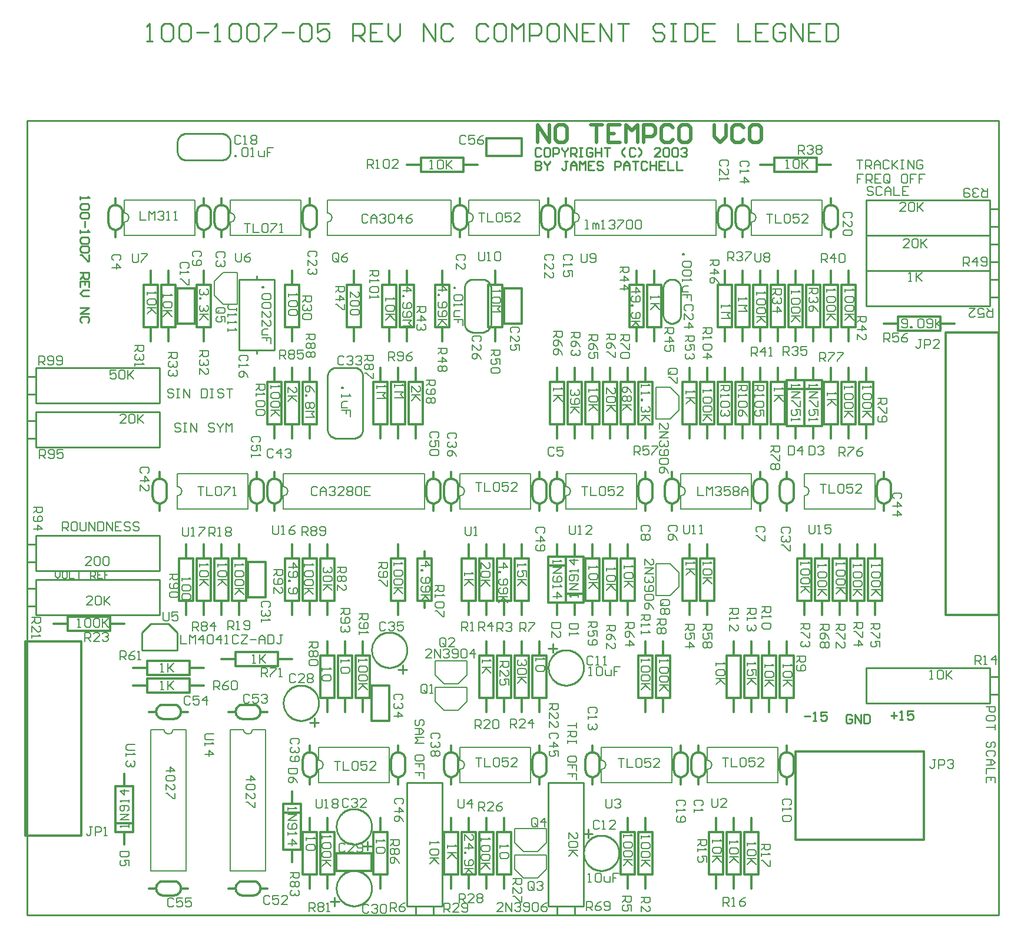
<source format=gto>
*%FSLAX23Y23*%
*%MOIN*%
G01*
%ADD11C,0.006*%
%ADD12C,0.007*%
%ADD13C,0.008*%
%ADD14C,0.010*%
%ADD15C,0.012*%
%ADD16C,0.020*%
%ADD17C,0.032*%
%ADD18C,0.036*%
%ADD19C,0.050*%
%ADD20C,0.050*%
%ADD21C,0.052*%
%ADD22C,0.054*%
%ADD23C,0.055*%
%ADD24C,0.056*%
%ADD25C,0.059*%
%ADD26C,0.062*%
%ADD27C,0.066*%
%ADD28C,0.070*%
%ADD29C,0.090*%
%ADD30C,0.125*%
%ADD31C,0.129*%
%ADD32C,0.140*%
%ADD33C,0.160*%
%ADD34C,0.250*%
%ADD35R,0.062X0.062*%
%ADD36R,0.066X0.066*%
D11*
X6732Y7714D02*
Y7764D01*
X6757D01*
X6765Y7756D01*
Y7739D01*
X6757Y7731D01*
X6732D01*
X6749D02*
X6765Y7714D01*
X6790Y7764D02*
X6807D01*
X6790D02*
X6782Y7756D01*
Y7722D01*
X6790Y7714D01*
X6807D01*
X6815Y7722D01*
Y7756D01*
X6807Y7764D01*
X6832D02*
Y7722D01*
X6840Y7714D01*
X6857D01*
X6865Y7722D01*
Y7764D01*
X6882D02*
Y7714D01*
X6915D02*
X6882Y7764D01*
X6915D02*
Y7714D01*
X6932D02*
Y7764D01*
Y7714D02*
X6957D01*
X6965Y7722D01*
Y7756D01*
X6957Y7764D01*
X6932D01*
X6982D02*
Y7714D01*
X7015D02*
X6982Y7764D01*
X7015D02*
Y7714D01*
X7032Y7764D02*
X7065D01*
X7032D02*
Y7714D01*
X7065D01*
X7049Y7739D02*
X7032D01*
X7107Y7764D02*
X7115Y7756D01*
X7107Y7764D02*
X7090D01*
X7082Y7756D01*
Y7747D01*
X7090Y7739D01*
X7107D01*
X7115Y7731D01*
Y7722D01*
X7107Y7714D01*
X7090D01*
X7082Y7722D01*
X7157Y7764D02*
X7165Y7756D01*
X7157Y7764D02*
X7140D01*
X7132Y7756D01*
Y7747D01*
X7140Y7739D01*
X7157D01*
X7165Y7731D01*
Y7722D01*
X7157Y7714D01*
X7140D01*
X7132Y7722D01*
X7400Y8316D02*
X7392Y8324D01*
X7375D01*
X7367Y8316D01*
Y8307D01*
X7375Y8299D01*
X7392D01*
X7400Y8291D01*
Y8282D01*
X7392Y8274D01*
X7375D01*
X7367Y8282D01*
X7417Y8324D02*
X7434D01*
X7425D01*
Y8274D01*
X7417D01*
X7434D01*
X7459D02*
Y8324D01*
X7492Y8274D01*
Y8324D01*
X7584D02*
X7592Y8316D01*
X7584Y8324D02*
X7567D01*
X7559Y8316D01*
Y8307D01*
X7567Y8299D01*
X7584D01*
X7592Y8291D01*
Y8282D01*
X7584Y8274D01*
X7567D01*
X7559Y8282D01*
X7609Y8316D02*
Y8324D01*
Y8316D02*
X7625Y8299D01*
X7642Y8316D01*
Y8324D01*
X7625Y8299D02*
Y8274D01*
X7659D02*
Y8324D01*
X7675Y8307D01*
X7692Y8324D01*
Y8274D01*
X7360Y8511D02*
X7352Y8519D01*
X7335D01*
X7327Y8511D01*
Y8502D01*
X7335Y8494D01*
X7352D01*
X7360Y8486D01*
Y8477D01*
X7352Y8469D01*
X7335D01*
X7327Y8477D01*
X7377Y8519D02*
X7394D01*
X7385D01*
Y8469D01*
X7377D01*
X7394D01*
X7419D02*
Y8519D01*
X7452Y8469D01*
Y8519D01*
X7519D02*
Y8469D01*
X7544D01*
X7552Y8477D01*
Y8511D01*
X7544Y8519D01*
X7519D01*
X7569D02*
X7585D01*
X7577D01*
Y8469D01*
X7569D01*
X7585D01*
X7635Y8519D02*
X7644Y8511D01*
X7635Y8519D02*
X7619D01*
X7610Y8511D01*
Y8502D01*
X7619Y8494D01*
X7635D01*
X7644Y8486D01*
Y8477D01*
X7635Y8469D01*
X7619D01*
X7610Y8477D01*
X7660Y8519D02*
X7694D01*
X7677D01*
Y8469D01*
X9642Y6629D02*
Y6596D01*
Y6612D01*
X9592D01*
Y6579D02*
X9642D01*
Y6554D01*
X9634Y6546D01*
X9617D01*
X9609Y6554D01*
Y6579D01*
Y6562D02*
X9592Y6546D01*
X9642Y6529D02*
Y6512D01*
Y6521D01*
X9592D01*
Y6529D01*
Y6512D01*
X9642Y6429D02*
Y6412D01*
Y6429D02*
X9634Y6437D01*
X9600D01*
X9592Y6429D01*
Y6412D01*
X9600Y6404D01*
X9634D01*
X9642Y6412D01*
Y6387D02*
Y6354D01*
Y6387D02*
X9617D01*
Y6371D01*
Y6387D01*
X9592D01*
X9642Y6337D02*
Y6304D01*
Y6337D02*
X9617D01*
Y6321D01*
Y6337D01*
X9592D01*
X11227Y9814D02*
X11260D01*
X11244D01*
Y9764D01*
X11277D02*
Y9814D01*
X11302D01*
X11310Y9806D01*
Y9789D01*
X11302Y9781D01*
X11277D01*
X11294D02*
X11310Y9764D01*
X11327D02*
Y9797D01*
X11344Y9814D01*
X11360Y9797D01*
Y9764D01*
Y9789D01*
X11327D01*
X11402Y9814D02*
X11410Y9806D01*
X11402Y9814D02*
X11385D01*
X11377Y9806D01*
Y9772D01*
X11385Y9764D01*
X11402D01*
X11410Y9772D01*
X11427Y9764D02*
Y9814D01*
Y9781D02*
Y9764D01*
Y9781D02*
X11460Y9814D01*
X11435Y9789D01*
X11460Y9764D01*
X11477Y9814D02*
X11494D01*
X11485D01*
Y9764D01*
X11477D01*
X11494D01*
X11519D02*
Y9814D01*
X11552Y9764D01*
Y9814D01*
X11594D02*
X11602Y9806D01*
X11594Y9814D02*
X11577D01*
X11569Y9806D01*
Y9772D01*
X11577Y9764D01*
X11594D01*
X11602Y9772D01*
Y9789D01*
X11585D01*
X11265Y9734D02*
X11232D01*
Y9709D01*
X11249D01*
X11232D01*
Y9684D01*
X11282D02*
Y9734D01*
X11307D01*
X11315Y9726D01*
Y9709D01*
X11307Y9701D01*
X11282D01*
X11299D02*
X11315Y9684D01*
X11332Y9734D02*
X11365D01*
X11332D02*
Y9684D01*
X11365D01*
X11349Y9709D02*
X11332D01*
X11415Y9692D02*
Y9726D01*
X11407Y9734D01*
X11390D01*
X11382Y9726D01*
Y9692D01*
X11390Y9684D01*
X11407D01*
X11415D02*
X11399Y9701D01*
X11407Y9684D02*
X11415Y9692D01*
X11490Y9734D02*
X11507D01*
X11490D02*
X11482Y9726D01*
Y9692D01*
X11490Y9684D01*
X11507D01*
X11515Y9692D01*
Y9726D01*
X11507Y9734D01*
X11532D02*
X11565D01*
X11532D02*
Y9709D01*
X11549D01*
X11532D01*
Y9684D01*
X11582Y9734D02*
X11615D01*
X11582D02*
Y9709D01*
X11599D01*
X11582D01*
Y9684D01*
X11320Y9656D02*
X11312Y9664D01*
X11295D01*
X11287Y9656D01*
Y9647D01*
X11295Y9639D01*
X11312D01*
X11320Y9631D01*
Y9622D01*
X11312Y9614D01*
X11295D01*
X11287Y9622D01*
X11362Y9664D02*
X11370Y9656D01*
X11362Y9664D02*
X11345D01*
X11337Y9656D01*
Y9622D01*
X11345Y9614D01*
X11362D01*
X11370Y9622D01*
X11387Y9614D02*
Y9647D01*
X11404Y9664D01*
X11420Y9647D01*
Y9614D01*
Y9639D01*
X11387D01*
X11437Y9664D02*
Y9614D01*
X11470D01*
X11487Y9664D02*
X11520D01*
X11487D02*
Y9614D01*
X11520D01*
X11504Y9639D02*
X11487D01*
X6692Y7484D02*
Y7457D01*
X6705Y7444D01*
X6719Y7457D01*
Y7484D01*
X6739D02*
X6752D01*
X6739D02*
X6732Y7477D01*
Y7451D01*
X6739Y7444D01*
X6752D01*
X6759Y7451D01*
Y7477D01*
X6752Y7484D01*
X6772D02*
Y7444D01*
X6799D01*
X6812Y7484D02*
X6839D01*
X6825D01*
Y7444D01*
X6892D02*
Y7484D01*
X6912D01*
X6919Y7477D01*
Y7464D01*
X6912Y7457D01*
X6892D01*
X6905D02*
X6919Y7444D01*
X6932Y7484D02*
X6959D01*
X6932D02*
Y7444D01*
X6959D01*
X6945Y7464D02*
X6932D01*
X6972Y7484D02*
X6999D01*
X6972D02*
Y7464D01*
X6985D01*
X6972D01*
Y7444D01*
X11962Y6719D02*
X12012D01*
Y6694D01*
X12004Y6686D01*
X11987D01*
X11979Y6694D01*
Y6719D01*
X12012Y6661D02*
Y6644D01*
Y6661D02*
X12004Y6669D01*
X11970D01*
X11962Y6661D01*
Y6644D01*
X11970Y6636D01*
X12004D01*
X12012Y6644D01*
Y6619D02*
Y6586D01*
Y6602D01*
X11962D01*
X12012Y6494D02*
X12004Y6486D01*
X12012Y6494D02*
Y6511D01*
X12004Y6519D01*
X11995D01*
X11987Y6511D01*
Y6494D01*
X11979Y6486D01*
X11970D01*
X11962Y6494D01*
Y6511D01*
X11970Y6519D01*
X12012Y6444D02*
X12004Y6436D01*
X12012Y6444D02*
Y6461D01*
X12004Y6469D01*
X11970D01*
X11962Y6461D01*
Y6444D01*
X11970Y6436D01*
X11962Y6419D02*
X11995D01*
X12012Y6402D01*
X11995Y6386D01*
X11962D01*
X11987D01*
Y6419D01*
X12012Y6369D02*
X11962D01*
Y6336D01*
X12012Y6319D02*
Y6286D01*
Y6319D02*
X11962D01*
Y6286D01*
X11987Y6302D02*
Y6319D01*
X8777Y6619D02*
X8769Y6611D01*
X8777Y6619D02*
Y6636D01*
X8769Y6644D01*
X8760D01*
X8752Y6636D01*
Y6619D01*
X8744Y6611D01*
X8735D01*
X8727Y6619D01*
Y6636D01*
X8735Y6644D01*
X8727Y6594D02*
X8760D01*
X8777Y6577D01*
X8760Y6561D01*
X8727D01*
X8752D01*
Y6594D01*
X8777Y6544D02*
X8727D01*
X8744Y6527D01*
X8727Y6511D01*
X8777D01*
Y6436D02*
Y6419D01*
Y6436D02*
X8769Y6444D01*
X8735D01*
X8727Y6436D01*
Y6419D01*
X8735Y6411D01*
X8769D01*
X8777Y6419D01*
Y6394D02*
Y6361D01*
Y6394D02*
X8752D01*
Y6377D01*
Y6394D01*
X8727D01*
X8777Y6344D02*
Y6311D01*
Y6344D02*
X8752D01*
Y6327D01*
Y6344D01*
X8727D01*
X10457Y8539D02*
X10507D01*
Y8514D01*
X10499Y8506D01*
X10482D01*
X10474Y8514D01*
Y8539D01*
Y8522D02*
X10457Y8506D01*
Y8489D02*
Y8472D01*
Y8481D01*
X10507D01*
X10508D01*
X10507D02*
X10499Y8489D01*
Y8447D02*
X10507Y8439D01*
Y8422D01*
X10499Y8414D01*
X10465D01*
X10457Y8422D01*
Y8439D01*
X10465Y8447D01*
X10499D01*
Y8397D02*
X10507Y8389D01*
Y8372D01*
X10499Y8364D01*
X10490D01*
X10491D01*
X10490D02*
X10491D01*
X10490D02*
X10491D01*
X10490D02*
X10482Y8372D01*
Y8381D01*
Y8372D01*
X10474Y8364D01*
X10465D01*
X10457Y8372D01*
Y8389D01*
X10465Y8397D01*
X10557Y8539D02*
X10607D01*
Y8514D01*
X10599Y8506D01*
X10582D01*
X10574Y8514D01*
Y8539D01*
Y8522D02*
X10557Y8506D01*
Y8489D02*
Y8472D01*
Y8481D01*
X10607D01*
X10608D01*
X10607D02*
X10599Y8489D01*
Y8447D02*
X10607Y8439D01*
Y8422D01*
X10599Y8414D01*
X10565D01*
X10557Y8422D01*
Y8439D01*
X10565Y8447D01*
X10599D01*
Y8381D02*
X10607Y8364D01*
X10599Y8381D02*
X10582Y8397D01*
X10565D01*
X10557Y8389D01*
Y8372D01*
X10565Y8364D01*
X10574D01*
X10582Y8372D01*
Y8397D01*
X10652Y8539D02*
X10702D01*
Y8514D01*
X10694Y8506D01*
X10677D01*
X10669Y8514D01*
Y8539D01*
Y8522D02*
X10652Y8506D01*
Y8489D02*
Y8472D01*
Y8481D01*
X10702D01*
X10703D01*
X10702D02*
X10694Y8489D01*
Y8447D02*
X10702Y8439D01*
Y8422D01*
X10694Y8414D01*
X10660D01*
X10652Y8422D01*
Y8439D01*
X10660Y8447D01*
X10694D01*
X10702Y8397D02*
Y8364D01*
Y8397D02*
X10677D01*
X10685Y8381D01*
Y8372D01*
X10677Y8364D01*
X10660D01*
X10652Y8372D01*
Y8389D01*
X10660Y8397D01*
X8657Y6764D02*
X8649Y6756D01*
X8657Y6764D02*
Y6781D01*
X8649Y6789D01*
X8615D01*
X8607Y6781D01*
Y6764D01*
X8615Y6756D01*
X8649Y6739D02*
X8657Y6731D01*
Y6714D01*
X8649Y6706D01*
X8640D01*
X8641D01*
X8640D02*
X8641D01*
X8640D02*
X8641D01*
X8640D02*
X8632Y6714D01*
Y6722D01*
Y6714D01*
X8624Y6706D01*
X8615D01*
X8607Y6714D01*
Y6731D01*
X8615Y6739D01*
X8607Y6664D02*
X8657D01*
X8632Y6689D01*
Y6656D01*
X8322Y5944D02*
X8330Y5936D01*
X8322Y5944D02*
X8305D01*
X8297Y5936D01*
Y5902D01*
X8305Y5894D01*
X8322D01*
X8330Y5902D01*
X8347Y5894D02*
X8380D01*
X8347D02*
X8380Y5927D01*
Y5936D01*
X8372Y5944D01*
X8355D01*
X8347Y5936D01*
X8397Y5902D02*
X8405Y5894D01*
X8422D01*
X8430Y5902D01*
Y5936D01*
X8422Y5944D01*
X8405D01*
X8397Y5936D01*
Y5927D01*
X8405Y5919D01*
X8430D01*
X8762Y7519D02*
X8812D01*
X8787Y7544D01*
Y7511D01*
X8770Y7494D02*
X8762D01*
X8770D02*
Y7486D01*
X8762D01*
Y7494D01*
X8770Y7452D02*
X8762Y7444D01*
Y7427D01*
X8770Y7419D01*
X8804D01*
X8812Y7427D01*
Y7444D01*
X8804Y7452D01*
X8795D01*
X8787Y7444D01*
Y7419D01*
X8770Y7402D02*
X8762Y7394D01*
Y7377D01*
X8770Y7369D01*
X8804D01*
X8812Y7377D01*
Y7394D01*
X8804Y7402D01*
X8795D01*
X8787Y7394D01*
Y7369D01*
X8812Y7352D02*
X8762D01*
X8779D01*
X8812Y7319D01*
X8787Y7344D01*
X8762Y7319D01*
X8842Y7404D02*
X8892D01*
Y7379D01*
X8884Y7371D01*
X8867D01*
X8859Y7379D01*
Y7404D01*
Y7387D02*
X8842Y7371D01*
Y7354D02*
Y7337D01*
Y7346D01*
X8892D01*
X8893D01*
X8892D02*
X8884Y7354D01*
Y7312D02*
X8892Y7304D01*
Y7287D01*
X8884Y7279D01*
X8850D01*
X8842Y7287D01*
Y7304D01*
X8850Y7312D01*
X8884D01*
X8892Y7262D02*
Y7229D01*
X8884D01*
X8850Y7262D01*
X8842D01*
X8007Y6149D02*
Y6132D01*
Y6141D01*
X8057D01*
X8058D01*
X8057D02*
X8049Y6149D01*
X8057Y6107D02*
X8007D01*
Y6074D02*
X8057Y6107D01*
Y6074D02*
X8007D01*
X8015Y6057D02*
X8007Y6049D01*
Y6032D01*
X8015Y6024D01*
X8049D01*
X8057Y6032D01*
Y6049D01*
X8049Y6057D01*
X8040D01*
X8032Y6049D01*
Y6024D01*
X8007Y6007D02*
Y5991D01*
Y5999D01*
X8057D01*
X8058D01*
X8057D02*
X8049Y6007D01*
X8057Y5941D02*
X8007D01*
X8032Y5966D02*
X8057Y5941D01*
X8032Y5932D02*
Y5966D01*
X8012Y6369D02*
X8062D01*
X8012D02*
Y6344D01*
X8020Y6336D01*
X8054D01*
X8062Y6344D01*
Y6369D01*
X8054Y6302D02*
X8062Y6286D01*
X8054Y6302D02*
X8037Y6319D01*
X8020D01*
X8012Y6311D01*
Y6294D01*
X8020Y6286D01*
X8029D01*
X8037Y6294D01*
Y6319D01*
X7107Y6051D02*
Y6034D01*
Y6042D02*
Y6051D01*
Y6042D02*
X7057D01*
X7058D01*
X7057D02*
X7065Y6034D01*
X7057Y6076D02*
X7107D01*
Y6109D02*
X7057Y6076D01*
Y6109D02*
X7107D01*
X7099Y6126D02*
X7107Y6134D01*
Y6151D01*
X7099Y6159D01*
X7065D01*
X7057Y6151D01*
Y6134D01*
X7065Y6126D01*
X7074D01*
X7082Y6134D01*
Y6159D01*
X7107Y6176D02*
Y6192D01*
Y6184D01*
X7057D01*
X7058D01*
X7057D02*
X7065Y6176D01*
X7057Y6242D02*
X7107D01*
X7082Y6217D02*
X7057Y6242D01*
X7082Y6251D02*
Y6217D01*
X7107Y5899D02*
X7057D01*
Y5874D01*
X7065Y5866D01*
X7099D01*
X7107Y5874D01*
Y5899D01*
Y5849D02*
Y5816D01*
Y5849D02*
X7082D01*
X7090Y5832D01*
Y5824D01*
X7082Y5816D01*
X7065D01*
X7057Y5824D01*
Y5841D01*
X7065Y5849D01*
X9015Y9946D02*
X9007Y9954D01*
X8990D01*
X8982Y9946D01*
Y9912D01*
X8990Y9904D01*
X9007D01*
X9015Y9912D01*
X9032Y9954D02*
X9065D01*
X9032D02*
Y9929D01*
X9049Y9937D01*
X9057D01*
X9065Y9929D01*
Y9912D01*
X9057Y9904D01*
X9040D01*
X9032Y9912D01*
X9099Y9946D02*
X9115Y9954D01*
X9099Y9946D02*
X9082Y9929D01*
Y9912D01*
X9090Y9904D01*
X9107D01*
X9115Y9912D01*
Y9921D01*
X9107Y9929D01*
X9082D01*
X8829Y9764D02*
X8812D01*
X8820D02*
X8829D01*
X8820D02*
Y9814D01*
X8821D01*
X8820D02*
X8812Y9806D01*
X8854D02*
X8862Y9814D01*
X8879D01*
X8887Y9806D01*
Y9772D01*
X8879Y9764D01*
X8862D01*
X8854Y9772D01*
Y9806D01*
X8904Y9814D02*
Y9764D01*
Y9781D01*
X8937Y9814D01*
X8912Y9789D01*
X8937Y9764D01*
X8457Y9769D02*
Y9819D01*
X8482D01*
X8490Y9811D01*
Y9794D01*
X8482Y9786D01*
X8457D01*
X8474D02*
X8490Y9769D01*
X8507D02*
X8524D01*
X8515D01*
Y9819D01*
X8516D01*
X8515D02*
X8507Y9811D01*
X8549D02*
X8557Y9819D01*
X8574D01*
X8582Y9811D01*
Y9777D01*
X8574Y9769D01*
X8557D01*
X8549Y9777D01*
Y9811D01*
X8599Y9769D02*
X8632D01*
X8599D02*
X8632Y9802D01*
Y9811D01*
X8624Y9819D01*
X8607D01*
X8599Y9811D01*
X11492Y9319D02*
X11525D01*
X11492D02*
X11525Y9352D01*
Y9361D01*
X11517Y9369D01*
X11500D01*
X11492Y9361D01*
X11542D02*
X11550Y9369D01*
X11567D01*
X11575Y9361D01*
Y9327D01*
X11567Y9319D01*
X11550D01*
X11542Y9327D01*
Y9361D01*
X11592Y9369D02*
Y9319D01*
Y9336D01*
X11625Y9369D01*
X11600Y9344D01*
X11625Y9319D01*
X11832Y9264D02*
Y9214D01*
Y9264D02*
X11857D01*
X11865Y9256D01*
Y9239D01*
X11857Y9231D01*
X11832D01*
X11849D02*
X11865Y9214D01*
X11907D02*
Y9264D01*
X11882Y9239D01*
X11915D01*
X11932Y9222D02*
X11940Y9214D01*
X11957D01*
X11965Y9222D01*
Y9256D01*
X11957Y9264D01*
X11940D01*
X11932Y9256D01*
Y9247D01*
X11940Y9239D01*
X11965D01*
X11505Y9524D02*
X11472D01*
X11505Y9557D01*
Y9566D01*
X11497Y9574D01*
X11480D01*
X11472Y9566D01*
X11522D02*
X11530Y9574D01*
X11547D01*
X11555Y9566D01*
Y9532D01*
X11547Y9524D01*
X11530D01*
X11522Y9532D01*
Y9566D01*
X11572Y9574D02*
Y9524D01*
Y9541D01*
X11605Y9574D01*
X11580Y9549D01*
X11605Y9524D01*
X11967Y9604D02*
Y9654D01*
Y9604D02*
X11942D01*
X11934Y9612D01*
Y9629D01*
X11942Y9637D01*
X11967D01*
X11950D02*
X11934Y9654D01*
X11917Y9612D02*
X11909Y9604D01*
X11892D01*
X11884Y9612D01*
Y9621D01*
X11885D01*
X11884D02*
X11885D01*
X11884D02*
X11885D01*
X11884D02*
X11892Y9629D01*
X11900D01*
X11892D01*
X11884Y9637D01*
Y9646D01*
X11892Y9654D01*
X11909D01*
X11917Y9646D01*
X11867D02*
X11859Y9654D01*
X11842D01*
X11834Y9646D01*
Y9612D01*
X11842Y9604D01*
X11859D01*
X11867Y9612D01*
Y9621D01*
X11859Y9629D01*
X11834D01*
X11539Y9129D02*
X11522D01*
X11530D02*
X11539D01*
X11530D02*
Y9179D01*
X11531D01*
X11530D02*
X11522Y9171D01*
X11564Y9179D02*
Y9129D01*
Y9146D01*
X11597Y9179D01*
X11572Y9154D01*
X11597Y9129D01*
X11997Y8974D02*
Y8924D01*
X11972D01*
X11964Y8932D01*
Y8949D01*
X11972Y8957D01*
X11997D01*
X11980D02*
X11964Y8974D01*
X11947Y8924D02*
X11914D01*
X11947D02*
Y8949D01*
X11930Y8941D01*
X11922D01*
X11914Y8949D01*
Y8966D01*
X11922Y8974D01*
X11939D01*
X11947Y8966D01*
X11897Y8974D02*
X11864D01*
X11897D02*
X11864Y8941D01*
Y8932D01*
X11872Y8924D01*
X11889D01*
X11897Y8932D01*
X11659Y6874D02*
X11642D01*
X11650D02*
X11659D01*
X11650D02*
Y6924D01*
X11651D01*
X11650D02*
X11642Y6916D01*
X11684D02*
X11692Y6924D01*
X11709D01*
X11717Y6916D01*
Y6882D01*
X11709Y6874D01*
X11692D01*
X11684Y6882D01*
Y6916D01*
X11734Y6924D02*
Y6874D01*
Y6891D01*
X11767Y6924D01*
X11742Y6899D01*
X11767Y6874D01*
X11897Y6959D02*
Y7009D01*
X11922D01*
X11930Y7001D01*
Y6984D01*
X11922Y6976D01*
X11897D01*
X11914D02*
X11930Y6959D01*
X11947D02*
X11964D01*
X11955D01*
Y7009D01*
X11956D01*
X11955D02*
X11947Y7001D01*
X12014Y7009D02*
Y6959D01*
X11989Y6984D02*
X12014Y7009D01*
X12022Y6984D02*
X11989D01*
X10609Y9776D02*
X10617Y9784D01*
Y9801D01*
X10609Y9809D01*
X10575D01*
X10567Y9801D01*
Y9784D01*
X10575Y9776D01*
X10567Y9759D02*
Y9742D01*
Y9751D01*
X10617D01*
X10618D01*
X10617D02*
X10609Y9759D01*
X10617Y9692D02*
X10567D01*
X10592Y9717D02*
X10617Y9692D01*
X10592Y9684D02*
Y9717D01*
X10502Y9789D02*
X10494Y9781D01*
X10502Y9789D02*
Y9806D01*
X10494Y9814D01*
X10460D01*
X10452Y9806D01*
Y9789D01*
X10460Y9781D01*
X10452Y9764D02*
Y9731D01*
Y9764D02*
X10485Y9731D01*
X10494D01*
X10502Y9739D01*
Y9756D01*
X10494Y9764D01*
X10452Y9714D02*
Y9697D01*
Y9706D01*
X10502D01*
X10503D01*
X10502D02*
X10494Y9714D01*
X11194Y9486D02*
X11202Y9494D01*
Y9511D01*
X11194Y9519D01*
X11160D01*
X11152Y9511D01*
Y9494D01*
X11160Y9486D01*
X11152Y9469D02*
Y9436D01*
Y9469D02*
X11185Y9436D01*
X11194D01*
X11202Y9444D01*
Y9461D01*
X11194Y9469D01*
Y9419D02*
X11202Y9411D01*
Y9394D01*
X11194Y9386D01*
X11160D01*
X11152Y9394D01*
Y9411D01*
X11160Y9419D01*
X11194D01*
X10750Y9509D02*
X10717D01*
X10734D02*
X10750D01*
X10734D02*
Y9459D01*
X10767D02*
Y9509D01*
Y9459D02*
X10800D01*
X10817Y9501D02*
X10825Y9509D01*
X10842D01*
X10850Y9501D01*
Y9467D01*
X10842Y9459D01*
X10825D01*
X10817Y9467D01*
Y9501D01*
X10867Y9509D02*
X10900D01*
X10867D02*
Y9484D01*
X10884Y9492D01*
X10892D01*
X10900Y9484D01*
Y9467D01*
X10892Y9459D01*
X10875D01*
X10867Y9467D01*
X10917Y9459D02*
X10950D01*
X10917D02*
X10950Y9492D01*
Y9501D01*
X10942Y9509D01*
X10925D01*
X10917Y9501D01*
X10652Y9289D02*
Y9247D01*
X10660Y9239D01*
X10677D01*
X10685Y9247D01*
Y9289D01*
X10702Y9281D02*
X10710Y9289D01*
X10727D01*
X10735Y9281D01*
Y9272D01*
X10727Y9264D01*
X10735Y9256D01*
Y9247D01*
X10727Y9239D01*
X10710D01*
X10702Y9247D01*
Y9256D01*
X10710Y9264D01*
X10702Y9272D01*
Y9281D01*
X10710Y9264D02*
X10727D01*
X10827Y9769D02*
X10844D01*
X10835D01*
Y9819D01*
X10836D01*
X10835D02*
X10827Y9811D01*
X10869D02*
X10877Y9819D01*
X10894D01*
X10902Y9811D01*
Y9777D01*
X10894Y9769D01*
X10877D01*
X10869Y9777D01*
Y9811D01*
X10919Y9819D02*
Y9769D01*
Y9786D01*
X10952Y9819D01*
X10927Y9794D01*
X10952Y9769D01*
X10897Y9849D02*
Y9899D01*
X10922D01*
X10930Y9891D01*
Y9874D01*
X10922Y9866D01*
X10897D01*
X10914D02*
X10930Y9849D01*
X10947Y9891D02*
X10955Y9899D01*
X10972D01*
X10980Y9891D01*
Y9882D01*
X10981D01*
X10980D02*
X10981D01*
X10980D02*
X10981D01*
X10980D02*
X10972Y9874D01*
X10964D01*
X10972D01*
X10980Y9866D01*
Y9857D01*
X10972Y9849D01*
X10955D01*
X10947Y9857D01*
X10997Y9891D02*
X11005Y9899D01*
X11022D01*
X11030Y9891D01*
Y9882D01*
X11022Y9874D01*
X11030Y9866D01*
Y9857D01*
X11022Y9849D01*
X11005D01*
X10997Y9857D01*
Y9866D01*
X11005Y9874D01*
X10997Y9882D01*
Y9891D01*
X11005Y9874D02*
X11022D01*
X11007Y9089D02*
X10957D01*
X11007D02*
Y9064D01*
X10999Y9056D01*
X10982D01*
X10974Y9064D01*
Y9089D01*
Y9072D02*
X10957Y9056D01*
X10999Y9039D02*
X11007Y9031D01*
Y9014D01*
X10999Y9006D01*
X10990D01*
X10991D01*
X10990D02*
X10991D01*
X10990D02*
X10991D01*
X10990D02*
X10982Y9014D01*
Y9022D01*
Y9014D01*
X10974Y9006D01*
X10965D01*
X10957Y9014D01*
Y9031D01*
X10965Y9039D01*
X10999Y8972D02*
X11007Y8956D01*
X10999Y8972D02*
X10982Y8989D01*
X10965D01*
X10957Y8981D01*
Y8964D01*
X10965Y8956D01*
X10974D01*
X10982Y8964D01*
Y8989D01*
X10802Y9084D02*
X10752D01*
X10802D02*
Y9059D01*
X10794Y9051D01*
X10777D01*
X10769Y9059D01*
Y9084D01*
Y9067D02*
X10752Y9051D01*
X10794Y9034D02*
X10802Y9026D01*
Y9009D01*
X10794Y9001D01*
X10785D01*
X10786D01*
X10785D02*
X10786D01*
X10785D02*
X10786D01*
X10785D02*
X10777Y9009D01*
Y9017D01*
Y9009D01*
X10769Y9001D01*
X10760D01*
X10752Y9009D01*
Y9026D01*
X10760Y9034D01*
X10752Y8959D02*
X10802D01*
X10777Y8984D01*
Y8951D01*
X11162Y9067D02*
Y9084D01*
Y9076D02*
Y9067D01*
Y9076D02*
X11212D01*
X11213D01*
X11212D02*
X11204Y9084D01*
Y9042D02*
X11212Y9034D01*
Y9017D01*
X11204Y9009D01*
X11170D01*
X11162Y9017D01*
Y9034D01*
X11170Y9042D01*
X11204D01*
Y8992D02*
X11212Y8984D01*
Y8967D01*
X11204Y8959D01*
X11170D01*
X11162Y8967D01*
Y8984D01*
X11170Y8992D01*
X11204D01*
X11212Y8942D02*
X11162D01*
X11179D01*
X11212Y8909D01*
X11187Y8934D01*
X11162Y8909D01*
X11232Y8929D02*
X11282D01*
Y8904D01*
X11274Y8896D01*
X11257D01*
X11249Y8904D01*
Y8929D01*
Y8912D02*
X11232Y8896D01*
Y8854D02*
X11282D01*
X11257Y8879D01*
Y8846D01*
X11232Y8829D02*
Y8796D01*
Y8829D02*
X11265Y8796D01*
X11274D01*
X11282Y8804D01*
Y8821D01*
X11274Y8829D01*
X11057Y9067D02*
Y9084D01*
Y9076D02*
Y9067D01*
Y9076D02*
X11107D01*
X11108D01*
X11107D02*
X11099Y9084D01*
Y9042D02*
X11107Y9034D01*
Y9017D01*
X11099Y9009D01*
X11065D01*
X11057Y9017D01*
Y9034D01*
X11065Y9042D01*
X11099D01*
Y8992D02*
X11107Y8984D01*
Y8967D01*
X11099Y8959D01*
X11065D01*
X11057Y8967D01*
Y8984D01*
X11065Y8992D01*
X11099D01*
X11107Y8942D02*
X11057D01*
X11074D01*
X11107Y8909D01*
X11082Y8934D01*
X11057Y8909D01*
X11027Y9234D02*
Y9284D01*
X11052D01*
X11060Y9276D01*
Y9259D01*
X11052Y9251D01*
X11027D01*
X11044D02*
X11060Y9234D01*
X11102D02*
Y9284D01*
X11077Y9259D01*
X11110D01*
X11127Y9276D02*
X11135Y9284D01*
X11152D01*
X11160Y9276D01*
Y9242D01*
X11152Y9234D01*
X11135D01*
X11127Y9242D01*
Y9276D01*
X10857Y9074D02*
Y9057D01*
Y9066D01*
X10907D01*
X10908D01*
X10907D02*
X10899Y9074D01*
Y9032D02*
X10907Y9024D01*
Y9007D01*
X10899Y8999D01*
X10865D01*
X10857Y9007D01*
Y9024D01*
X10865Y9032D01*
X10899D01*
Y8982D02*
X10907Y8974D01*
Y8957D01*
X10899Y8949D01*
X10865D01*
X10857Y8957D01*
Y8974D01*
X10865Y8982D01*
X10899D01*
X10907Y8932D02*
X10857D01*
X10874D01*
X10907Y8899D01*
X10882Y8924D01*
X10857Y8899D01*
X10812Y8759D02*
Y8709D01*
Y8759D02*
X10837D01*
X10845Y8751D01*
Y8734D01*
X10837Y8726D01*
X10812D01*
X10829D02*
X10845Y8709D01*
X10862Y8751D02*
X10870Y8759D01*
X10887D01*
X10895Y8751D01*
Y8742D01*
X10896D01*
X10895D02*
X10896D01*
X10895D02*
X10896D01*
X10895D02*
X10887Y8734D01*
X10879D01*
X10887D01*
X10895Y8726D01*
Y8717D01*
X10887Y8709D01*
X10870D01*
X10862Y8717D01*
X10912Y8759D02*
X10945D01*
X10912D02*
Y8734D01*
X10929Y8742D01*
X10937D01*
X10945Y8734D01*
Y8717D01*
X10937Y8709D01*
X10920D01*
X10912Y8717D01*
X10662Y9052D02*
Y9069D01*
Y9061D02*
Y9052D01*
Y9061D02*
X10712D01*
X10713D01*
X10712D02*
X10704Y9069D01*
Y9027D02*
X10712Y9019D01*
Y9002D01*
X10704Y8994D01*
X10670D01*
X10662Y9002D01*
Y9019D01*
X10670Y9027D01*
X10704D01*
Y8977D02*
X10712Y8969D01*
Y8952D01*
X10704Y8944D01*
X10670D01*
X10662Y8952D01*
Y8969D01*
X10670Y8977D01*
X10704D01*
X10712Y8927D02*
X10662D01*
X10679D01*
X10712Y8894D01*
X10687Y8919D01*
X10662Y8894D01*
X10632Y8754D02*
Y8704D01*
Y8754D02*
X10657D01*
X10665Y8746D01*
Y8729D01*
X10657Y8721D01*
X10632D01*
X10649D02*
X10665Y8704D01*
X10707D02*
Y8754D01*
X10682Y8729D01*
X10715D01*
X10732Y8704D02*
X10749D01*
X10740D01*
Y8754D01*
X10741D01*
X10740D02*
X10732Y8746D01*
X10557Y9017D02*
Y9034D01*
Y9026D02*
Y9017D01*
Y9026D02*
X10607D01*
X10608D01*
X10607D02*
X10599Y9034D01*
X10607Y8992D02*
X10557D01*
X10590Y8976D02*
X10607Y8992D01*
X10590Y8976D02*
X10607Y8959D01*
X10557D01*
X10497Y9244D02*
Y9294D01*
X10522D01*
X10530Y9286D01*
Y9269D01*
X10522Y9261D01*
X10497D01*
X10514D02*
X10530Y9244D01*
X10547Y9286D02*
X10555Y9294D01*
X10572D01*
X10580Y9286D01*
Y9277D01*
X10581D01*
X10580D02*
X10581D01*
X10580D02*
X10581D01*
X10580D02*
X10572Y9269D01*
X10564D01*
X10572D01*
X10580Y9261D01*
Y9252D01*
X10572Y9244D01*
X10555D01*
X10547Y9252D01*
X10597Y9294D02*
X10630D01*
Y9286D01*
X10597Y9252D01*
Y9244D01*
X10462Y8994D02*
Y8977D01*
Y8986D01*
X10512D01*
X10513D01*
X10512D02*
X10504Y8994D01*
X10512Y8952D02*
X10462D01*
X10495Y8936D02*
X10512Y8952D01*
X10495Y8936D02*
X10512Y8919D01*
X10462D01*
X10447Y9249D02*
X10397D01*
X10447D02*
Y9224D01*
X10439Y9216D01*
X10422D01*
X10414Y9224D01*
Y9249D01*
Y9232D02*
X10397Y9216D01*
Y9174D02*
X10447D01*
X10422Y9199D01*
Y9166D01*
X10439Y9132D02*
X10447Y9116D01*
X10439Y9132D02*
X10422Y9149D01*
X10405D01*
X10397Y9141D01*
Y9124D01*
X10405Y9116D01*
X10414D01*
X10422Y9124D01*
Y9149D01*
X11482Y8872D02*
X11490Y8864D01*
X11507D01*
X11515Y8872D01*
Y8906D01*
X11507Y8914D01*
X11490D01*
X11482Y8906D01*
Y8897D01*
X11490Y8889D01*
X11515D01*
X11532Y8872D02*
Y8864D01*
Y8872D02*
X11540D01*
Y8864D01*
X11532D01*
X11574Y8906D02*
X11582Y8914D01*
X11599D01*
X11607Y8906D01*
Y8872D01*
X11599Y8864D01*
X11582D01*
X11574Y8872D01*
Y8906D01*
X11624Y8872D02*
X11632Y8864D01*
X11649D01*
X11657Y8872D01*
Y8906D01*
X11649Y8914D01*
X11632D01*
X11624Y8906D01*
Y8897D01*
X11632Y8889D01*
X11657D01*
X11674Y8914D02*
Y8864D01*
Y8881D01*
X11707Y8914D01*
X11682Y8889D01*
X11707Y8864D01*
X11382Y8834D02*
Y8784D01*
Y8834D02*
X11407D01*
X11415Y8826D01*
Y8809D01*
X11407Y8801D01*
X11382D01*
X11399D02*
X11415Y8784D01*
X11432Y8834D02*
X11465D01*
X11432D02*
Y8809D01*
X11449Y8817D01*
X11457D01*
X11465Y8809D01*
Y8792D01*
X11457Y8784D01*
X11440D01*
X11432Y8792D01*
X11499Y8826D02*
X11515Y8834D01*
X11499Y8826D02*
X11482Y8809D01*
Y8792D01*
X11490Y8784D01*
X11507D01*
X11515Y8792D01*
Y8801D01*
X11507Y8809D01*
X11482D01*
X10327Y7964D02*
Y7914D01*
X10360D01*
X10377D02*
Y7964D01*
X10394Y7947D01*
X10410Y7964D01*
Y7914D01*
X10427Y7956D02*
X10435Y7964D01*
X10452D01*
X10460Y7956D01*
Y7947D01*
X10461D01*
X10460D02*
X10461D01*
X10460D02*
X10461D01*
X10460D02*
X10452Y7939D01*
X10444D01*
X10452D01*
X10460Y7931D01*
Y7922D01*
X10452Y7914D01*
X10435D01*
X10427Y7922D01*
X10477Y7964D02*
X10510D01*
X10477D02*
Y7939D01*
X10494Y7947D01*
X10502D01*
X10510Y7939D01*
Y7922D01*
X10502Y7914D01*
X10485D01*
X10477Y7922D01*
X10527Y7956D02*
X10535Y7964D01*
X10552D01*
X10560Y7956D01*
Y7947D01*
X10552Y7939D01*
X10560Y7931D01*
Y7922D01*
X10552Y7914D01*
X10535D01*
X10527Y7922D01*
Y7931D01*
X10535Y7939D01*
X10527Y7947D01*
Y7956D01*
X10535Y7939D02*
X10552D01*
X10577Y7947D02*
Y7914D01*
Y7947D02*
X10594Y7964D01*
X10610Y7947D01*
Y7914D01*
Y7939D01*
X10577D01*
X10247Y7749D02*
Y7707D01*
X10255Y7699D01*
X10272D01*
X10280Y7707D01*
Y7749D01*
X10297Y7699D02*
X10314D01*
X10305D01*
Y7749D01*
X10306D01*
X10305D02*
X10297Y7741D01*
X10339Y7699D02*
X10355D01*
X10347D01*
Y7749D01*
X10348D01*
X10347D02*
X10339Y7741D01*
X10699Y7706D02*
X10707Y7714D01*
Y7731D01*
X10699Y7739D01*
X10665D01*
X10657Y7731D01*
Y7714D01*
X10665Y7706D01*
X10707Y7689D02*
Y7656D01*
X10699D01*
X10665Y7689D01*
X10657D01*
X10844Y7701D02*
X10852Y7709D01*
Y7726D01*
X10844Y7734D01*
X10810D01*
X10802Y7726D01*
Y7709D01*
X10810Y7701D01*
X10844Y7684D02*
X10852Y7676D01*
Y7659D01*
X10844Y7651D01*
X10835D01*
X10836D01*
X10835D02*
X10836D01*
X10835D02*
X10836D01*
X10835D02*
X10827Y7659D01*
Y7667D01*
Y7659D01*
X10819Y7651D01*
X10810D01*
X10802Y7659D01*
Y7676D01*
X10810Y7684D01*
X10852Y7634D02*
Y7601D01*
X10844D01*
X10810Y7634D01*
X10802D01*
X11474Y7896D02*
X11482Y7904D01*
Y7921D01*
X11474Y7929D01*
X11440D01*
X11432Y7921D01*
Y7904D01*
X11440Y7896D01*
X11432Y7854D02*
X11482D01*
X11457Y7879D01*
Y7846D01*
X11432Y7804D02*
X11482D01*
X11457Y7829D01*
Y7796D01*
X11579Y8799D02*
X11595D01*
X11587D02*
X11579D01*
X11587D02*
Y8757D01*
X11579Y8749D01*
X11570D01*
X11562Y8757D01*
X11612Y8749D02*
Y8799D01*
X11637D01*
X11645Y8791D01*
Y8774D01*
X11637Y8766D01*
X11612D01*
X11662Y8749D02*
X11695D01*
X11662D02*
X11695Y8782D01*
Y8791D01*
X11687Y8799D01*
X11670D01*
X11662Y8791D01*
X11659Y6419D02*
X11675D01*
X11667D02*
X11659D01*
X11667D02*
Y6377D01*
X11659Y6369D01*
X11650D01*
X11642Y6377D01*
X11692Y6369D02*
Y6419D01*
X11717D01*
X11725Y6411D01*
Y6394D01*
X11717Y6386D01*
X11692D01*
X11742Y6411D02*
X11750Y6419D01*
X11767D01*
X11775Y6411D01*
Y6402D01*
X11776D01*
X11775D02*
X11776D01*
X11775D02*
X11776D01*
X11775D02*
X11767Y6394D01*
X11759D01*
X11767D01*
X11775Y6386D01*
Y6377D01*
X11767Y6369D01*
X11750D01*
X11742Y6377D01*
X10257Y6164D02*
X10249Y6156D01*
X10257Y6164D02*
Y6181D01*
X10249Y6189D01*
X10215D01*
X10207Y6181D01*
Y6164D01*
X10215Y6156D01*
X10207Y6139D02*
Y6122D01*
Y6131D01*
X10257D01*
X10258D01*
X10257D02*
X10249Y6139D01*
X10215Y6097D02*
X10207Y6089D01*
Y6072D01*
X10215Y6064D01*
X10249D01*
X10257Y6072D01*
Y6089D01*
X10249Y6097D01*
X10240D01*
X10232Y6089D01*
Y6064D01*
X10707Y6942D02*
Y6959D01*
Y6951D02*
Y6942D01*
Y6951D02*
X10757D01*
X10758D01*
X10757D02*
X10749Y6959D01*
Y6917D02*
X10757Y6909D01*
Y6892D01*
X10749Y6884D01*
X10715D01*
X10707Y6892D01*
Y6909D01*
X10715Y6917D01*
X10749D01*
X10757Y6867D02*
X10707D01*
X10724D01*
X10757Y6834D01*
X10732Y6859D01*
X10707Y6834D01*
X10692Y7284D02*
X10742D01*
Y7259D01*
X10734Y7251D01*
X10717D01*
X10709Y7259D01*
Y7284D01*
Y7267D02*
X10692Y7251D01*
Y7234D02*
Y7217D01*
Y7226D01*
X10742D01*
X10743D01*
X10742D02*
X10734Y7234D01*
Y7192D02*
X10742Y7184D01*
Y7167D01*
X10734Y7159D01*
X10700D01*
X10692Y7167D01*
Y7184D01*
X10700Y7192D01*
X10734D01*
X10607Y6969D02*
Y6952D01*
Y6961D01*
X10657D01*
X10658D01*
X10657D02*
X10649Y6969D01*
X10657Y6927D02*
Y6894D01*
Y6927D02*
X10632D01*
X10640Y6911D01*
Y6902D01*
X10632Y6894D01*
X10615D01*
X10607Y6902D01*
Y6919D01*
X10615Y6927D01*
X10607Y6877D02*
X10657D01*
X10624D02*
X10607D01*
X10624D02*
X10657Y6844D01*
X10632Y6869D01*
X10607Y6844D01*
Y7274D02*
X10657D01*
Y7249D01*
X10649Y7241D01*
X10632D01*
X10624Y7249D01*
Y7274D01*
Y7257D02*
X10607Y7241D01*
Y7224D02*
Y7207D01*
Y7216D01*
X10657D01*
X10658D01*
X10657D02*
X10649Y7224D01*
Y7182D02*
X10657Y7174D01*
Y7157D01*
X10649Y7149D01*
X10640D01*
X10641D01*
X10640D02*
X10641D01*
X10640D02*
X10641D01*
X10640D02*
X10632Y7157D01*
Y7166D01*
Y7157D01*
X10624Y7149D01*
X10615D01*
X10607Y7157D01*
Y7174D01*
X10615Y7182D01*
X10432Y6969D02*
Y6952D01*
Y6961D01*
X10482D01*
X10483D01*
X10482D02*
X10474Y6969D01*
Y6927D02*
X10482Y6919D01*
Y6902D01*
X10474Y6894D01*
X10440D01*
X10432Y6902D01*
Y6919D01*
X10440Y6927D01*
X10474D01*
X10482Y6877D02*
X10432D01*
X10449D01*
X10482Y6844D01*
X10457Y6869D01*
X10432Y6844D01*
X10507Y7274D02*
X10557D01*
Y7249D01*
X10549Y7241D01*
X10532D01*
X10524Y7249D01*
Y7274D01*
Y7257D02*
X10507Y7241D01*
Y7224D02*
Y7207D01*
Y7216D01*
X10557D01*
X10558D01*
X10557D02*
X10549Y7224D01*
X10507Y7182D02*
Y7149D01*
Y7182D02*
X10540Y7149D01*
X10549D01*
X10557Y7157D01*
Y7174D01*
X10549Y7182D01*
X10812Y6959D02*
Y6942D01*
Y6951D01*
X10862D01*
X10863D01*
X10862D02*
X10854Y6959D01*
Y6917D02*
X10862Y6909D01*
Y6892D01*
X10854Y6884D01*
X10820D01*
X10812Y6892D01*
Y6909D01*
X10820Y6917D01*
X10854D01*
X10862Y6867D02*
X10812D01*
X10829D01*
X10862Y6834D01*
X10837Y6859D01*
X10812Y6834D01*
X10887Y7004D02*
X10937D01*
Y6979D01*
X10929Y6971D01*
X10912D01*
X10904Y6979D01*
Y7004D01*
Y6987D02*
X10887Y6971D01*
X10895Y6954D02*
X10887Y6946D01*
Y6929D01*
X10895Y6921D01*
X10929D01*
X10937Y6929D01*
Y6946D01*
X10929Y6954D01*
X10920D01*
X10912Y6946D01*
Y6921D01*
X10357Y6164D02*
X10349Y6156D01*
X10357Y6164D02*
Y6181D01*
X10349Y6189D01*
X10315D01*
X10307Y6181D01*
Y6164D01*
X10315Y6156D01*
X10307Y6139D02*
Y6122D01*
Y6131D01*
X10357D01*
X10358D01*
X10357D02*
X10349Y6139D01*
X10849Y6161D02*
X10857Y6169D01*
Y6186D01*
X10849Y6194D01*
X10815D01*
X10807Y6186D01*
Y6169D01*
X10815Y6161D01*
X10807Y6144D02*
Y6127D01*
Y6136D01*
X10857D01*
X10858D01*
X10857D02*
X10849Y6144D01*
Y6102D02*
X10857Y6094D01*
Y6077D01*
X10849Y6069D01*
X10815D01*
X10807Y6077D01*
Y6094D01*
X10815Y6102D01*
X10849D01*
X10500Y6429D02*
X10467D01*
X10484D02*
X10500D01*
X10484D02*
Y6379D01*
X10517D02*
Y6429D01*
Y6379D02*
X10550D01*
X10567Y6421D02*
X10575Y6429D01*
X10592D01*
X10600Y6421D01*
Y6387D01*
X10592Y6379D01*
X10575D01*
X10567Y6387D01*
Y6421D01*
X10617Y6429D02*
X10650D01*
X10617D02*
Y6404D01*
X10634Y6412D01*
X10642D01*
X10650Y6404D01*
Y6387D01*
X10642Y6379D01*
X10625D01*
X10617Y6387D01*
X10667Y6379D02*
X10700D01*
X10667D02*
X10700Y6412D01*
Y6421D01*
X10692Y6429D01*
X10675D01*
X10667Y6421D01*
X10407Y6199D02*
Y6157D01*
X10415Y6149D01*
X10432D01*
X10440Y6157D01*
Y6199D01*
X10457Y6149D02*
X10490D01*
X10457D02*
X10490Y6182D01*
Y6191D01*
X10482Y6199D01*
X10465D01*
X10457Y6191D01*
X10262Y7522D02*
Y7539D01*
Y7531D02*
Y7522D01*
Y7531D02*
X10312D01*
X10313D01*
X10312D02*
X10304Y7539D01*
X10312Y7497D02*
X10262D01*
X10279D01*
X10312Y7464D01*
X10287Y7489D01*
X10262Y7464D01*
X10257Y7184D02*
X10307D01*
Y7159D01*
X10299Y7151D01*
X10282D01*
X10274Y7159D01*
Y7184D01*
Y7167D02*
X10257Y7151D01*
X10307Y7134D02*
Y7101D01*
Y7134D02*
X10282D01*
X10290Y7117D01*
Y7109D01*
X10282Y7101D01*
X10265D01*
X10257Y7109D01*
Y7126D01*
X10265Y7134D01*
X10257Y7059D02*
X10307D01*
X10282Y7084D01*
Y7051D01*
X10357Y7522D02*
Y7539D01*
Y7531D02*
Y7522D01*
Y7531D02*
X10407D01*
X10408D01*
X10407D02*
X10399Y7539D01*
Y7497D02*
X10407Y7489D01*
Y7472D01*
X10399Y7464D01*
X10365D01*
X10357Y7472D01*
Y7489D01*
X10365Y7497D01*
X10399D01*
X10407Y7447D02*
X10357D01*
X10374D01*
X10407Y7414D01*
X10382Y7439D01*
X10357Y7414D01*
Y7184D02*
X10407D01*
Y7159D01*
X10399Y7151D01*
X10382D01*
X10374Y7159D01*
Y7184D01*
Y7167D02*
X10357Y7151D01*
X10407Y7134D02*
Y7101D01*
Y7134D02*
X10382D01*
X10390Y7117D01*
Y7109D01*
X10382Y7101D01*
X10365D01*
X10357Y7109D01*
Y7126D01*
X10365Y7134D01*
X10399Y7084D02*
X10407Y7076D01*
Y7059D01*
X10399Y7051D01*
X10390D01*
X10382Y7059D01*
X10374Y7051D01*
X10365D01*
X10357Y7059D01*
Y7076D01*
X10365Y7084D01*
X10374D01*
X10382Y7076D01*
X10390Y7084D01*
X10399D01*
X10382Y7076D02*
Y7059D01*
X11007Y7507D02*
Y7524D01*
Y7516D02*
Y7507D01*
Y7516D02*
X11057D01*
X11058D01*
X11057D02*
X11049Y7524D01*
Y7482D02*
X11057Y7474D01*
Y7457D01*
X11049Y7449D01*
X11015D01*
X11007Y7457D01*
Y7474D01*
X11015Y7482D01*
X11049D01*
Y7432D02*
X11057Y7424D01*
Y7407D01*
X11049Y7399D01*
X11015D01*
X11007Y7407D01*
Y7424D01*
X11015Y7432D01*
X11049D01*
X11057Y7382D02*
X11007D01*
X11024D01*
X11057Y7349D01*
X11032Y7374D01*
X11007Y7349D01*
X11022Y7184D02*
X11072D01*
Y7159D01*
X11064Y7151D01*
X11047D01*
X11039Y7159D01*
Y7184D01*
Y7167D02*
X11022Y7151D01*
X11064Y7117D02*
X11072Y7101D01*
X11064Y7117D02*
X11047Y7134D01*
X11030D01*
X11022Y7126D01*
Y7109D01*
X11030Y7101D01*
X11039D01*
X11047Y7109D01*
Y7134D01*
X11064Y7084D02*
X11072Y7076D01*
Y7059D01*
X11064Y7051D01*
X11055D01*
X11047Y7059D01*
X11039Y7051D01*
X11030D01*
X11022Y7059D01*
Y7076D01*
X11030Y7084D01*
X11039D01*
X11047Y7076D01*
X11055Y7084D01*
X11064D01*
X11047Y7076D02*
Y7059D01*
X11112Y7517D02*
Y7534D01*
Y7526D02*
Y7517D01*
Y7526D02*
X11162D01*
X11163D01*
X11162D02*
X11154Y7534D01*
Y7492D02*
X11162Y7484D01*
Y7467D01*
X11154Y7459D01*
X11120D01*
X11112Y7467D01*
Y7484D01*
X11120Y7492D01*
X11154D01*
Y7442D02*
X11162Y7434D01*
Y7417D01*
X11154Y7409D01*
X11120D01*
X11112Y7417D01*
Y7434D01*
X11120Y7442D01*
X11154D01*
X11162Y7392D02*
X11112D01*
X11129D01*
X11162Y7359D01*
X11137Y7384D01*
X11112Y7359D01*
Y7184D02*
X11162D01*
Y7159D01*
X11154Y7151D01*
X11137D01*
X11129Y7159D01*
Y7184D01*
Y7167D02*
X11112Y7151D01*
X11162Y7134D02*
Y7101D01*
X11154D01*
X11120Y7134D01*
X11112D01*
Y7084D02*
Y7051D01*
Y7084D02*
X11145Y7051D01*
X11154D01*
X11162Y7059D01*
Y7076D01*
X11154Y7084D01*
X11207Y7507D02*
Y7524D01*
Y7516D02*
Y7507D01*
Y7516D02*
X11257D01*
X11258D01*
X11257D02*
X11249Y7524D01*
Y7482D02*
X11257Y7474D01*
Y7457D01*
X11249Y7449D01*
X11215D01*
X11207Y7457D01*
Y7474D01*
X11215Y7482D01*
X11249D01*
Y7432D02*
X11257Y7424D01*
Y7407D01*
X11249Y7399D01*
X11215D01*
X11207Y7407D01*
Y7424D01*
X11215Y7432D01*
X11249D01*
X11257Y7382D02*
X11207D01*
X11224D01*
X11257Y7349D01*
X11232Y7374D01*
X11207Y7349D01*
X11212Y7194D02*
X11262D01*
Y7169D01*
X11254Y7161D01*
X11237D01*
X11229Y7169D01*
Y7194D01*
Y7177D02*
X11212Y7161D01*
X11262Y7144D02*
Y7111D01*
X11254D01*
X11220Y7144D01*
X11212D01*
Y7069D02*
X11262D01*
X11237Y7094D01*
Y7061D01*
X11312Y7507D02*
Y7524D01*
Y7516D02*
Y7507D01*
Y7516D02*
X11362D01*
X11363D01*
X11362D02*
X11354Y7524D01*
Y7482D02*
X11362Y7474D01*
Y7457D01*
X11354Y7449D01*
X11320D01*
X11312Y7457D01*
Y7474D01*
X11320Y7482D01*
X11354D01*
Y7432D02*
X11362Y7424D01*
Y7407D01*
X11354Y7399D01*
X11320D01*
X11312Y7407D01*
Y7424D01*
X11320Y7432D01*
X11354D01*
X11362Y7382D02*
X11312D01*
X11329D01*
X11362Y7349D01*
X11337Y7374D01*
X11312Y7349D01*
X11307Y7189D02*
X11357D01*
Y7164D01*
X11349Y7156D01*
X11332D01*
X11324Y7164D01*
Y7189D01*
Y7172D02*
X11307Y7156D01*
X11357Y7139D02*
Y7106D01*
X11349D01*
X11315Y7139D01*
X11307D01*
X11357Y7089D02*
Y7056D01*
Y7089D02*
X11332D01*
X11340Y7072D01*
Y7064D01*
X11332Y7056D01*
X11315D01*
X11307Y7064D01*
Y7081D01*
X11315Y7089D01*
X10912Y7522D02*
Y7539D01*
Y7531D02*
Y7522D01*
Y7531D02*
X10962D01*
X10963D01*
X10962D02*
X10954Y7539D01*
Y7497D02*
X10962Y7489D01*
Y7472D01*
X10954Y7464D01*
X10920D01*
X10912Y7472D01*
Y7489D01*
X10920Y7497D01*
X10954D01*
Y7447D02*
X10962Y7439D01*
Y7422D01*
X10954Y7414D01*
X10920D01*
X10912Y7422D01*
Y7439D01*
X10920Y7447D01*
X10954D01*
X10962Y7397D02*
X10912D01*
X10929D01*
X10962Y7364D01*
X10937Y7389D01*
X10912Y7364D01*
Y7189D02*
X10962D01*
Y7164D01*
X10954Y7156D01*
X10937D01*
X10929Y7164D01*
Y7189D01*
Y7172D02*
X10912Y7156D01*
X10962Y7139D02*
Y7106D01*
X10954D01*
X10920Y7139D01*
X10912D01*
X10954Y7089D02*
X10962Y7081D01*
Y7064D01*
X10954Y7056D01*
X10945D01*
X10946D01*
X10945D02*
X10946D01*
X10945D02*
X10946D01*
X10945D02*
X10937Y7064D01*
Y7072D01*
Y7064D01*
X10929Y7056D01*
X10920D01*
X10912Y7064D01*
Y7081D01*
X10920Y7089D01*
X10607Y5949D02*
Y5932D01*
Y5941D01*
X10657D01*
X10658D01*
X10657D02*
X10649Y5949D01*
Y5907D02*
X10657Y5899D01*
Y5882D01*
X10649Y5874D01*
X10615D01*
X10607Y5882D01*
Y5899D01*
X10615Y5907D01*
X10649D01*
X10657Y5857D02*
X10607D01*
X10624D01*
X10657Y5824D01*
X10632Y5849D01*
X10607Y5824D01*
X10687Y5939D02*
X10737D01*
Y5914D01*
X10729Y5906D01*
X10712D01*
X10704Y5914D01*
Y5939D01*
Y5922D02*
X10687Y5906D01*
Y5889D02*
Y5872D01*
Y5881D01*
X10737D01*
X10738D01*
X10737D02*
X10729Y5889D01*
X10737Y5847D02*
Y5814D01*
X10729D01*
X10695Y5847D01*
X10687D01*
X10412Y5947D02*
Y5964D01*
Y5956D02*
Y5947D01*
Y5956D02*
X10462D01*
X10463D01*
X10462D02*
X10454Y5964D01*
Y5922D02*
X10462Y5914D01*
Y5897D01*
X10454Y5889D01*
X10420D01*
X10412Y5897D01*
Y5914D01*
X10420Y5922D01*
X10454D01*
X10462Y5872D02*
X10412D01*
X10429D01*
X10462Y5839D01*
X10437Y5864D01*
X10412Y5839D01*
X10377Y5964D02*
X10327D01*
X10377D02*
Y5939D01*
X10369Y5931D01*
X10352D01*
X10344Y5939D01*
Y5964D01*
Y5947D02*
X10327Y5931D01*
Y5914D02*
Y5897D01*
Y5906D01*
X10377D01*
X10378D01*
X10377D02*
X10369Y5914D01*
X10377Y5872D02*
Y5839D01*
Y5872D02*
X10352D01*
X10360Y5856D01*
Y5847D01*
X10352Y5839D01*
X10335D01*
X10327Y5847D01*
Y5864D01*
X10335Y5872D01*
X10507Y5942D02*
Y5959D01*
Y5951D02*
Y5942D01*
Y5951D02*
X10557D01*
X10558D01*
X10557D02*
X10549Y5959D01*
Y5917D02*
X10557Y5909D01*
Y5892D01*
X10549Y5884D01*
X10515D01*
X10507Y5892D01*
Y5909D01*
X10515Y5917D01*
X10549D01*
X10557Y5867D02*
X10507D01*
X10524D01*
X10557Y5834D01*
X10532Y5859D01*
X10507Y5834D01*
X10472Y5639D02*
Y5589D01*
Y5639D02*
X10497D01*
X10505Y5631D01*
Y5614D01*
X10497Y5606D01*
X10472D01*
X10489D02*
X10505Y5589D01*
X10522D02*
X10539D01*
X10530D01*
Y5639D01*
X10531D01*
X10530D02*
X10522Y5631D01*
X10580D02*
X10597Y5639D01*
X10580Y5631D02*
X10564Y5614D01*
Y5597D01*
X10572Y5589D01*
X10589D01*
X10597Y5597D01*
Y5606D01*
X10589Y5614D01*
X10564D01*
X9609Y9246D02*
X9617Y9254D01*
Y9271D01*
X9609Y9279D01*
X9575D01*
X9567Y9271D01*
Y9254D01*
X9575Y9246D01*
X9567Y9229D02*
Y9212D01*
Y9221D01*
X9617D01*
X9618D01*
X9617D02*
X9609Y9229D01*
X9617Y9187D02*
Y9154D01*
Y9187D02*
X9592D01*
X9600Y9171D01*
Y9162D01*
X9592Y9154D01*
X9575D01*
X9567Y9162D01*
Y9179D01*
X9575Y9187D01*
X9692Y9424D02*
X9709D01*
X9700D01*
Y9474D01*
X9692D01*
X9734Y9457D02*
Y9424D01*
Y9457D02*
X9742D01*
X9750Y9449D01*
Y9424D01*
Y9449D01*
X9759Y9457D01*
X9767Y9449D01*
Y9424D01*
X9784D02*
X9800D01*
X9792D01*
Y9474D01*
X9793D01*
X9792D02*
X9784Y9466D01*
X9825D02*
X9834Y9474D01*
X9850D01*
X9859Y9466D01*
Y9457D01*
X9860D01*
X9859D02*
X9860D01*
X9859D02*
X9860D01*
X9859D02*
X9850Y9449D01*
X9842D01*
X9850D01*
X9859Y9441D01*
Y9432D01*
X9850Y9424D01*
X9834D01*
X9825Y9432D01*
X9875Y9474D02*
X9909D01*
Y9466D01*
X9875Y9432D01*
Y9424D01*
X9925Y9466D02*
X9934Y9474D01*
X9950D01*
X9959Y9466D01*
Y9432D01*
X9950Y9424D01*
X9934D01*
X9925Y9432D01*
Y9466D01*
X9975D02*
X9984Y9474D01*
X10000D01*
X10009Y9466D01*
Y9432D01*
X10000Y9424D01*
X9984D01*
X9975Y9432D01*
Y9466D01*
X9667Y9284D02*
Y9242D01*
X9675Y9234D01*
X9692D01*
X9700Y9242D01*
Y9284D01*
X9717Y9242D02*
X9725Y9234D01*
X9742D01*
X9750Y9242D01*
Y9276D01*
X9742Y9284D01*
X9725D01*
X9717Y9276D01*
Y9267D01*
X9725Y9259D01*
X9750D01*
X9512Y9254D02*
X9504Y9246D01*
X9512Y9254D02*
Y9271D01*
X9504Y9279D01*
X9470D01*
X9462Y9271D01*
Y9254D01*
X9470Y9246D01*
X9462Y9229D02*
Y9196D01*
Y9229D02*
X9495Y9196D01*
X9504D01*
X9512Y9204D01*
Y9221D01*
X9504Y9229D01*
X9462Y9179D02*
Y9146D01*
Y9179D02*
X9495Y9146D01*
X9504D01*
X9512Y9154D01*
Y9171D01*
X9504Y9179D01*
X9012Y9254D02*
X9004Y9246D01*
X9012Y9254D02*
Y9271D01*
X9004Y9279D01*
X8970D01*
X8962Y9271D01*
Y9254D01*
X8970Y9246D01*
X8962Y9229D02*
Y9196D01*
Y9229D02*
X8995Y9196D01*
X9004D01*
X9012Y9204D01*
Y9221D01*
X9004Y9229D01*
X9087Y9514D02*
X9120D01*
X9104D01*
Y9464D01*
X9137D02*
Y9514D01*
Y9464D02*
X9170D01*
X9187Y9506D02*
X9195Y9514D01*
X9212D01*
X9220Y9506D01*
Y9472D01*
X9212Y9464D01*
X9195D01*
X9187Y9472D01*
Y9506D01*
X9237Y9514D02*
X9270D01*
X9237D02*
Y9489D01*
X9254Y9497D01*
X9262D01*
X9270Y9489D01*
Y9472D01*
X9262Y9464D01*
X9245D01*
X9237Y9472D01*
X9287Y9464D02*
X9320D01*
X9287D02*
X9320Y9497D01*
Y9506D01*
X9312Y9514D01*
X9295D01*
X9287Y9506D01*
X9087Y9294D02*
Y9252D01*
X9095Y9244D01*
X9112D01*
X9120Y9252D01*
Y9294D01*
X9137Y9244D02*
X9154D01*
X9145D01*
Y9294D01*
X9146D01*
X9145D02*
X9137Y9286D01*
X9179D02*
X9187Y9294D01*
X9204D01*
X9212Y9286D01*
Y9252D01*
X9204Y9244D01*
X9187D01*
X9179Y9252D01*
Y9286D01*
X10112Y8324D02*
Y8291D01*
Y8324D02*
X10145Y8291D01*
X10154D01*
X10162Y8299D01*
Y8316D01*
X10154Y8324D01*
X10162Y8274D02*
X10112D01*
Y8241D02*
X10162Y8274D01*
Y8241D02*
X10112D01*
X10154Y8224D02*
X10162Y8216D01*
Y8199D01*
X10154Y8191D01*
X10145D01*
X10146D01*
X10145D02*
X10146D01*
X10145D02*
X10146D01*
X10145D02*
X10137Y8199D01*
Y8207D01*
Y8199D01*
X10129Y8191D01*
X10120D01*
X10112Y8199D01*
Y8216D01*
X10120Y8224D01*
Y8174D02*
X10112Y8166D01*
Y8149D01*
X10120Y8141D01*
X10154D01*
X10162Y8149D01*
Y8166D01*
X10154Y8174D01*
X10145D01*
X10137Y8166D01*
Y8141D01*
X10154Y8124D02*
X10162Y8116D01*
Y8099D01*
X10154Y8091D01*
X10120D01*
X10112Y8099D01*
Y8116D01*
X10120Y8124D01*
X10154D01*
Y8057D02*
X10162Y8041D01*
X10154Y8057D02*
X10137Y8074D01*
X10120D01*
X10112Y8066D01*
Y8049D01*
X10120Y8041D01*
X10129D01*
X10137Y8049D01*
Y8074D01*
X10170Y8601D02*
X10204D01*
X10212Y8609D01*
Y8626D01*
X10204Y8634D01*
X10170D01*
X10162Y8626D01*
Y8609D01*
Y8601D02*
X10179Y8617D01*
X10162Y8609D02*
X10170Y8601D01*
X10212Y8584D02*
Y8551D01*
X10204D01*
X10170Y8584D01*
X10162D01*
X8955Y9094D02*
X8947D01*
X8955D02*
Y9086D01*
X8947D01*
Y9094D01*
X8989Y9052D02*
X8997Y9044D01*
Y9027D01*
X8989Y9019D01*
X8955D01*
X8947Y9027D01*
Y9044D01*
X8955Y9052D01*
X8989D01*
X8947Y9002D02*
Y8986D01*
Y8994D01*
X8997D01*
X8998D01*
X8997D02*
X8989Y9002D01*
X8980Y8961D02*
X8955D01*
X8947Y8952D01*
Y8927D01*
X8980D01*
X8997Y8911D02*
Y8877D01*
Y8911D02*
X8972D01*
Y8894D01*
Y8911D01*
X8947D01*
X9094Y8786D02*
X9102Y8794D01*
Y8811D01*
X9094Y8819D01*
X9060D01*
X9052Y8811D01*
Y8794D01*
X9060Y8786D01*
X9052Y8769D02*
Y8736D01*
Y8769D02*
X9085Y8736D01*
X9094D01*
X9102Y8744D01*
Y8761D01*
X9094Y8769D01*
Y8702D02*
X9102Y8686D01*
X9094Y8702D02*
X9077Y8719D01*
X9060D01*
X9052Y8711D01*
Y8694D01*
X9060Y8686D01*
X9069D01*
X9077Y8694D01*
Y8719D01*
X9309Y8836D02*
X9317Y8844D01*
Y8861D01*
X9309Y8869D01*
X9275D01*
X9267Y8861D01*
Y8844D01*
X9275Y8836D01*
X9267Y8819D02*
Y8786D01*
Y8819D02*
X9300Y8786D01*
X9309D01*
X9317Y8794D01*
Y8811D01*
X9309Y8819D01*
X9317Y8769D02*
Y8736D01*
Y8769D02*
X9292D01*
X9300Y8752D01*
Y8744D01*
X9292Y8736D01*
X9275D01*
X9267Y8744D01*
Y8761D01*
X9275Y8769D01*
X9162Y9062D02*
Y9079D01*
Y9071D02*
Y9062D01*
Y9071D02*
X9212D01*
X9213D01*
X9212D02*
X9204Y9079D01*
Y9037D02*
X9212Y9029D01*
Y9012D01*
X9204Y9004D01*
X9170D01*
X9162Y9012D01*
Y9029D01*
X9170Y9037D01*
X9204D01*
X9212Y8987D02*
X9162D01*
X9195Y8971D02*
X9212Y8987D01*
X9195Y8971D02*
X9212Y8954D01*
X9162D01*
X9157Y8739D02*
X9207D01*
Y8714D01*
X9199Y8706D01*
X9182D01*
X9174Y8714D01*
Y8739D01*
Y8722D02*
X9157Y8706D01*
X9207Y8689D02*
Y8656D01*
Y8689D02*
X9182D01*
X9190Y8672D01*
Y8664D01*
X9182Y8656D01*
X9165D01*
X9157Y8664D01*
Y8681D01*
X9165Y8689D01*
X9199Y8639D02*
X9207Y8631D01*
Y8614D01*
X9199Y8606D01*
X9165D01*
X9157Y8614D01*
Y8631D01*
X9165Y8639D01*
X9199D01*
X8907Y9079D02*
X8857D01*
X8882Y9104D02*
X8907Y9079D01*
X8882Y9071D02*
Y9104D01*
X8865Y9054D02*
X8857D01*
X8865D02*
Y9046D01*
X8857D01*
Y9054D01*
X8865Y9012D02*
X8857Y9004D01*
Y8987D01*
X8865Y8979D01*
X8899D01*
X8907Y8987D01*
Y9004D01*
X8899Y9012D01*
X8890D01*
X8882Y9004D01*
Y8979D01*
X8865Y8962D02*
X8857Y8954D01*
Y8937D01*
X8865Y8929D01*
X8899D01*
X8907Y8937D01*
Y8954D01*
X8899Y8962D01*
X8890D01*
X8882Y8954D01*
Y8929D01*
X8907Y8912D02*
X8857D01*
X8874D01*
X8907Y8879D01*
X8882Y8904D01*
X8857Y8879D01*
Y8749D02*
X8907D01*
Y8724D01*
X8899Y8716D01*
X8882D01*
X8874Y8724D01*
Y8749D01*
Y8732D02*
X8857Y8716D01*
Y8674D02*
X8907D01*
X8882Y8699D01*
Y8666D01*
X8899Y8649D02*
X8907Y8641D01*
Y8624D01*
X8899Y8616D01*
X8890D01*
X8882Y8624D01*
X8874Y8616D01*
X8865D01*
X8857Y8624D01*
Y8641D01*
X8865Y8649D01*
X8874D01*
X8882Y8641D01*
X8890Y8649D01*
X8899D01*
X8882Y8641D02*
Y8624D01*
X8707Y9074D02*
X8657D01*
X8682Y9099D02*
X8707Y9074D01*
X8682Y9066D02*
Y9099D01*
X8665Y9049D02*
X8657D01*
X8665D02*
Y9041D01*
X8657D01*
Y9049D01*
X8665Y9007D02*
X8657Y8999D01*
Y8982D01*
X8665Y8974D01*
X8699D01*
X8707Y8982D01*
Y8999D01*
X8699Y9007D01*
X8690D01*
X8682Y8999D01*
Y8974D01*
X8665Y8957D02*
X8657Y8949D01*
Y8932D01*
X8665Y8924D01*
X8699D01*
X8707Y8932D01*
Y8949D01*
X8699Y8957D01*
X8690D01*
X8682Y8949D01*
Y8924D01*
X8657Y8907D02*
X8707D01*
X8690Y8891D01*
X8707Y8874D01*
X8657D01*
X8737Y8984D02*
X8787D01*
Y8959D01*
X8779Y8951D01*
X8762D01*
X8754Y8959D01*
Y8984D01*
Y8967D02*
X8737Y8951D01*
Y8909D02*
X8787D01*
X8762Y8934D01*
Y8901D01*
X8779Y8884D02*
X8787Y8876D01*
Y8859D01*
X8779Y8851D01*
X8770D01*
X8771D01*
X8770D02*
X8771D01*
X8770D02*
X8771D01*
X8770D02*
X8762Y8859D01*
Y8867D01*
Y8859D01*
X8754Y8851D01*
X8745D01*
X8737Y8859D01*
Y8876D01*
X8745Y8884D01*
X10242Y9284D02*
X10250D01*
Y9276D01*
X10242D01*
Y9284D01*
X10284Y9242D02*
X10292Y9234D01*
Y9217D01*
X10284Y9209D01*
X10250D01*
X10242Y9217D01*
Y9234D01*
X10250Y9242D01*
X10284D01*
Y9192D02*
X10292Y9184D01*
Y9167D01*
X10284Y9159D01*
X10250D01*
X10242Y9167D01*
Y9184D01*
X10250Y9192D01*
X10284D01*
X10242Y9142D02*
Y9126D01*
Y9134D01*
X10292D01*
X10293D01*
X10292D02*
X10284Y9142D01*
X10275Y9101D02*
X10250D01*
X10242Y9092D01*
Y9067D01*
X10275D01*
X10292Y9051D02*
Y9017D01*
Y9051D02*
X10267D01*
Y9034D01*
Y9051D01*
X10242D01*
X10302Y8969D02*
X10294Y8961D01*
X10302Y8969D02*
Y8986D01*
X10294Y8994D01*
X10260D01*
X10252Y8986D01*
Y8969D01*
X10260Y8961D01*
X10252Y8944D02*
Y8911D01*
Y8944D02*
X10285Y8911D01*
X10294D01*
X10302Y8919D01*
Y8936D01*
X10294Y8944D01*
X10302Y8869D02*
X10252D01*
X10277Y8894D02*
X10302Y8869D01*
X10277Y8861D02*
Y8894D01*
X10062Y9027D02*
Y9044D01*
Y9036D02*
Y9027D01*
Y9036D02*
X10112D01*
X10113D01*
X10112D02*
X10104Y9044D01*
X10112Y9002D02*
X10062D01*
X10079D01*
X10112Y8969D01*
X10087Y8994D01*
X10062Y8969D01*
X10142Y8864D02*
X10192D01*
Y8839D01*
X10184Y8831D01*
X10167D01*
X10159Y8839D01*
Y8864D01*
Y8847D02*
X10142Y8831D01*
Y8789D02*
X10192D01*
X10167Y8814D01*
Y8781D01*
X10192Y8764D02*
Y8731D01*
Y8764D02*
X10167D01*
X10175Y8747D01*
Y8739D01*
X10167Y8731D01*
X10150D01*
X10142Y8739D01*
Y8756D01*
X10150Y8764D01*
X10002Y9069D02*
X9952D01*
X9977Y9094D02*
X10002Y9069D01*
X9977Y9061D02*
Y9094D01*
X9960Y9044D02*
X9952Y9036D01*
Y9019D01*
X9960Y9011D01*
X9994D01*
X10002Y9019D01*
Y9036D01*
X9994Y9044D01*
X9985D01*
X9977Y9036D01*
Y9011D01*
X9960Y8994D02*
X9952D01*
X9960D02*
Y8986D01*
X9952D01*
Y8994D01*
X9960Y8952D02*
X9952Y8944D01*
Y8927D01*
X9960Y8919D01*
X9994D01*
X10002Y8927D01*
Y8944D01*
X9994Y8952D01*
X9985D01*
X9977Y8944D01*
Y8919D01*
X10002Y8902D02*
X9952D01*
X9969D01*
X10002Y8869D01*
X9977Y8894D01*
X9952Y8869D01*
X9937Y9209D02*
X9887D01*
X9937D02*
Y9184D01*
X9929Y9176D01*
X9912D01*
X9904Y9184D01*
Y9209D01*
Y9192D02*
X9887Y9176D01*
Y9134D02*
X9937D01*
X9912Y9159D01*
Y9126D01*
X9887Y9084D02*
X9937D01*
X9912Y9109D01*
Y9076D01*
X10212Y7719D02*
X10204Y7711D01*
X10212Y7719D02*
Y7736D01*
X10204Y7744D01*
X10170D01*
X10162Y7736D01*
Y7719D01*
X10170Y7711D01*
X10204Y7677D02*
X10212Y7661D01*
X10204Y7677D02*
X10187Y7694D01*
X10170D01*
X10162Y7686D01*
Y7669D01*
X10170Y7661D01*
X10179D01*
X10187Y7669D01*
Y7694D01*
X10057Y7719D02*
X10049Y7711D01*
X10057Y7719D02*
Y7736D01*
X10049Y7744D01*
X10015D01*
X10007Y7736D01*
Y7719D01*
X10015Y7711D01*
X10049Y7694D02*
X10057Y7686D01*
Y7669D01*
X10049Y7661D01*
X10040D01*
X10032Y7669D01*
X10024Y7661D01*
X10015D01*
X10007Y7669D01*
Y7686D01*
X10015Y7694D01*
X10024D01*
X10032Y7686D01*
X10040Y7694D01*
X10049D01*
X10032Y7686D02*
Y7669D01*
X9705Y7964D02*
X9672D01*
X9689D02*
X9705D01*
X9689D02*
Y7914D01*
X9722D02*
Y7964D01*
Y7914D02*
X9755D01*
X9772Y7956D02*
X9780Y7964D01*
X9797D01*
X9805Y7956D01*
Y7922D01*
X9797Y7914D01*
X9780D01*
X9772Y7922D01*
Y7956D01*
X9822Y7964D02*
X9855D01*
X9822D02*
Y7939D01*
X9839Y7947D01*
X9847D01*
X9855Y7939D01*
Y7922D01*
X9847Y7914D01*
X9830D01*
X9822Y7922D01*
X9872Y7914D02*
X9905D01*
X9872D02*
X9905Y7947D01*
Y7956D01*
X9897Y7964D01*
X9880D01*
X9872Y7956D01*
X9602Y7744D02*
Y7702D01*
X9610Y7694D01*
X9627D01*
X9635Y7702D01*
Y7744D01*
X9652Y7694D02*
X9669D01*
X9660D01*
Y7744D01*
X9661D01*
X9660D02*
X9652Y7736D01*
X9694Y7694D02*
X9727D01*
X9694D02*
X9727Y7727D01*
Y7736D01*
X9719Y7744D01*
X9702D01*
X9694Y7736D01*
X9515Y8181D02*
X9507Y8189D01*
X9490D01*
X9482Y8181D01*
Y8147D01*
X9490Y8139D01*
X9507D01*
X9515Y8147D01*
X9532Y8189D02*
X9565D01*
X9532D02*
Y8164D01*
X9549Y8172D01*
X9557D01*
X9565Y8164D01*
Y8147D01*
X9557Y8139D01*
X9540D01*
X9532Y8147D01*
X9952Y8496D02*
X9944Y8512D01*
X9927Y8529D01*
X9910D01*
X9902Y8521D01*
Y8504D01*
X9910Y8496D01*
X9919D01*
X9927Y8504D01*
Y8529D01*
X9944Y8479D02*
X9952Y8471D01*
Y8454D01*
X9944Y8446D01*
X9935D01*
X9927Y8454D01*
X9919Y8446D01*
X9910D01*
X9902Y8454D01*
Y8471D01*
X9910Y8479D01*
X9919D01*
X9927Y8471D01*
X9935Y8479D01*
X9944D01*
X9927Y8471D02*
Y8454D01*
X9952Y8429D02*
X9902D01*
X9919D01*
X9952Y8396D01*
X9927Y8421D01*
X9902Y8396D01*
X9892Y8824D02*
X9942D01*
Y8799D01*
X9934Y8791D01*
X9917D01*
X9909Y8799D01*
Y8824D01*
Y8807D02*
X9892Y8791D01*
X9942Y8774D02*
Y8741D01*
X9934D01*
X9900Y8774D01*
X9892D01*
X9934Y8724D02*
X9942Y8716D01*
Y8699D01*
X9934Y8691D01*
X9900D01*
X9892Y8699D01*
Y8716D01*
X9900Y8724D01*
X9934D01*
X9812Y8524D02*
Y8491D01*
Y8524D02*
X9845Y8491D01*
X9854D01*
X9862Y8499D01*
Y8516D01*
X9854Y8524D01*
Y8474D02*
X9862Y8466D01*
Y8449D01*
X9854Y8441D01*
X9820D01*
X9812Y8449D01*
Y8466D01*
X9820Y8474D01*
X9854D01*
X9862Y8424D02*
X9812D01*
X9829D01*
X9862Y8391D01*
X9837Y8416D01*
X9812Y8391D01*
Y8829D02*
X9862D01*
Y8804D01*
X9854Y8796D01*
X9837D01*
X9829Y8804D01*
Y8829D01*
Y8812D02*
X9812Y8796D01*
X9854Y8762D02*
X9862Y8746D01*
X9854Y8762D02*
X9837Y8779D01*
X9820D01*
X9812Y8771D01*
Y8754D01*
X9820Y8746D01*
X9829D01*
X9837Y8754D01*
Y8779D01*
X9862Y8729D02*
Y8696D01*
X9854D01*
X9820Y8729D01*
X9812D01*
X9712Y8519D02*
Y8502D01*
Y8511D01*
X9762D01*
X9763D01*
X9762D02*
X9754Y8519D01*
Y8477D02*
X9762Y8469D01*
Y8452D01*
X9754Y8444D01*
X9720D01*
X9712Y8452D01*
Y8469D01*
X9720Y8477D01*
X9754D01*
X9762Y8427D02*
X9712D01*
X9729D01*
X9762Y8394D01*
X9737Y8419D01*
X9712Y8394D01*
Y8824D02*
X9762D01*
Y8799D01*
X9754Y8791D01*
X9737D01*
X9729Y8799D01*
Y8824D01*
Y8807D02*
X9712Y8791D01*
X9754Y8757D02*
X9762Y8741D01*
X9754Y8757D02*
X9737Y8774D01*
X9720D01*
X9712Y8766D01*
Y8749D01*
X9720Y8741D01*
X9729D01*
X9737Y8749D01*
Y8774D01*
X9762Y8724D02*
Y8691D01*
Y8724D02*
X9737D01*
X9745Y8707D01*
Y8699D01*
X9737Y8691D01*
X9720D01*
X9712Y8699D01*
Y8716D01*
X9720Y8724D01*
X9649Y8514D02*
X9657Y8506D01*
Y8489D01*
X9649Y8481D01*
X9640D01*
X9641D01*
X9640D02*
X9641D01*
X9640D02*
X9641D01*
X9640D02*
X9632Y8489D01*
Y8497D01*
Y8489D01*
X9624Y8481D01*
X9615D01*
X9607Y8489D01*
Y8506D01*
X9615Y8514D01*
Y8464D02*
X9607Y8456D01*
Y8439D01*
X9615Y8431D01*
X9649D01*
X9657Y8439D01*
Y8456D01*
X9649Y8464D01*
X9640D01*
X9632Y8456D01*
Y8431D01*
X9657Y8414D02*
X9607D01*
X9624D01*
X9657Y8381D01*
X9632Y8406D01*
X9607Y8381D01*
X9612Y8839D02*
X9662D01*
Y8814D01*
X9654Y8806D01*
X9637D01*
X9629Y8814D01*
Y8839D01*
Y8822D02*
X9612Y8806D01*
X9654Y8772D02*
X9662Y8756D01*
X9654Y8772D02*
X9637Y8789D01*
X9620D01*
X9612Y8781D01*
Y8764D01*
X9620Y8756D01*
X9629D01*
X9637Y8764D01*
Y8789D01*
X9654Y8739D02*
X9662Y8731D01*
Y8714D01*
X9654Y8706D01*
X9645D01*
X9646D01*
X9645D02*
X9646D01*
X9645D02*
X9646D01*
X9645D02*
X9637Y8714D01*
Y8722D01*
Y8714D01*
X9629Y8706D01*
X9620D01*
X9612Y8714D01*
Y8731D01*
X9620Y8739D01*
X9512Y8524D02*
Y8507D01*
Y8516D01*
X9562D01*
X9563D01*
X9562D02*
X9554Y8524D01*
X9562Y8482D02*
X9512D01*
X9529D01*
X9562Y8449D01*
X9537Y8474D01*
X9512Y8449D01*
Y8844D02*
X9562D01*
Y8819D01*
X9554Y8811D01*
X9537D01*
X9529Y8819D01*
Y8844D01*
Y8827D02*
X9512Y8811D01*
X9554Y8777D02*
X9562Y8761D01*
X9554Y8777D02*
X9537Y8794D01*
X9520D01*
X9512Y8786D01*
Y8769D01*
X9520Y8761D01*
X9529D01*
X9537Y8769D01*
Y8794D01*
X9554Y8727D02*
X9562Y8711D01*
X9554Y8727D02*
X9537Y8744D01*
X9520D01*
X9512Y8736D01*
Y8719D01*
X9520Y8711D01*
X9529D01*
X9537Y8719D01*
Y8744D01*
X9462Y7709D02*
X9454Y7701D01*
X9462Y7709D02*
Y7726D01*
X9454Y7734D01*
X9420D01*
X9412Y7726D01*
Y7709D01*
X9420Y7701D01*
X9412Y7659D02*
X9462D01*
X9437Y7684D01*
Y7651D01*
X9420Y7634D02*
X9412Y7626D01*
Y7609D01*
X9420Y7601D01*
X9454D01*
X9462Y7609D01*
Y7626D01*
X9454Y7634D01*
X9445D01*
X9437Y7626D01*
Y7601D01*
X9105Y7989D02*
X9072D01*
X9089D02*
X9105D01*
X9089D02*
Y7939D01*
X9122D02*
Y7989D01*
Y7939D02*
X9155D01*
X9172Y7981D02*
X9180Y7989D01*
X9197D01*
X9205Y7981D01*
Y7947D01*
X9197Y7939D01*
X9180D01*
X9172Y7947D01*
Y7981D01*
X9222Y7989D02*
X9255D01*
X9222D02*
Y7964D01*
X9239Y7972D01*
X9247D01*
X9255Y7964D01*
Y7947D01*
X9247Y7939D01*
X9230D01*
X9222Y7947D01*
X9272Y7939D02*
X9305D01*
X9272D02*
X9305Y7972D01*
Y7981D01*
X9297Y7989D01*
X9280D01*
X9272Y7981D01*
X9012Y7739D02*
Y7697D01*
X9020Y7689D01*
X9037D01*
X9045Y7697D01*
Y7739D01*
X9062Y7689D02*
X9079D01*
X9070D01*
Y7739D01*
X9071D01*
X9070D02*
X9062Y7731D01*
X8954Y8236D02*
X8962Y8244D01*
Y8261D01*
X8954Y8269D01*
X8920D01*
X8912Y8261D01*
Y8244D01*
X8920Y8236D01*
X8954Y8219D02*
X8962Y8211D01*
Y8194D01*
X8954Y8186D01*
X8945D01*
X8946D01*
X8945D02*
X8946D01*
X8945D02*
X8946D01*
X8945D02*
X8937Y8194D01*
Y8202D01*
Y8194D01*
X8929Y8186D01*
X8920D01*
X8912Y8194D01*
Y8211D01*
X8920Y8219D01*
X8954Y8152D02*
X8962Y8136D01*
X8954Y8152D02*
X8937Y8169D01*
X8920D01*
X8912Y8161D01*
Y8144D01*
X8920Y8136D01*
X8929D01*
X8937Y8144D01*
Y8169D01*
X8862Y8249D02*
X8854Y8241D01*
X8862Y8249D02*
Y8266D01*
X8854Y8274D01*
X8820D01*
X8812Y8266D01*
Y8249D01*
X8820Y8241D01*
X8862Y8224D02*
Y8191D01*
Y8224D02*
X8837D01*
X8845Y8207D01*
Y8199D01*
X8837Y8191D01*
X8820D01*
X8812Y8199D01*
Y8216D01*
X8820Y8224D01*
X8854Y8174D02*
X8862Y8166D01*
Y8149D01*
X8854Y8141D01*
X8820D01*
X8812Y8149D01*
Y8166D01*
X8820Y8174D01*
X8854D01*
X8707Y8501D02*
Y8534D01*
X8740Y8501D01*
X8749D01*
X8757Y8509D01*
Y8526D01*
X8749Y8534D01*
X8757Y8484D02*
X8707D01*
X8724D01*
X8757Y8451D01*
X8732Y8476D01*
X8707Y8451D01*
X8792Y8569D02*
X8842D01*
Y8544D01*
X8834Y8536D01*
X8817D01*
X8809Y8544D01*
Y8569D01*
Y8552D02*
X8792Y8536D01*
X8800Y8519D02*
X8792Y8511D01*
Y8494D01*
X8800Y8486D01*
X8834D01*
X8842Y8494D01*
Y8511D01*
X8834Y8519D01*
X8825D01*
X8817Y8511D01*
Y8486D01*
X8834Y8469D02*
X8842Y8461D01*
Y8444D01*
X8834Y8436D01*
X8825D01*
X8817Y8444D01*
X8809Y8436D01*
X8800D01*
X8792Y8444D01*
Y8461D01*
X8800Y8469D01*
X8809D01*
X8817Y8461D01*
X8825Y8469D01*
X8834D01*
X8817Y8461D02*
Y8444D01*
X8820Y6994D02*
X8787D01*
X8820Y7027D01*
Y7036D01*
X8812Y7044D01*
X8795D01*
X8787Y7036D01*
X8837Y7044D02*
Y6994D01*
X8870D02*
X8837Y7044D01*
X8870D02*
Y6994D01*
X8887Y7036D02*
X8895Y7044D01*
X8912D01*
X8920Y7036D01*
Y7027D01*
X8921D01*
X8920D02*
X8921D01*
X8920D02*
X8921D01*
X8920D02*
X8912Y7019D01*
X8904D01*
X8912D01*
X8920Y7011D01*
Y7002D01*
X8912Y6994D01*
X8895D01*
X8887Y7002D01*
X8937D02*
X8945Y6994D01*
X8962D01*
X8970Y7002D01*
Y7036D01*
X8962Y7044D01*
X8945D01*
X8937Y7036D01*
Y7027D01*
X8945Y7019D01*
X8970D01*
X8987Y7036D02*
X8995Y7044D01*
X9012D01*
X9020Y7036D01*
Y7002D01*
X9012Y6994D01*
X8995D01*
X8987Y7002D01*
Y7036D01*
X9062Y7044D02*
Y6994D01*
X9037Y7019D02*
X9062Y7044D01*
X9070Y7019D02*
X9037D01*
X8900Y7067D02*
Y7101D01*
X8892Y7109D01*
X8875D01*
X8867Y7101D01*
Y7067D01*
X8875Y7059D01*
X8892D01*
X8900D02*
X8884Y7076D01*
X8892Y7059D02*
X8900Y7067D01*
X8917Y7059D02*
X8950D01*
X8917D02*
X8950Y7092D01*
Y7101D01*
X8942Y7109D01*
X8925D01*
X8917Y7101D01*
X9207Y6974D02*
X9257D01*
Y6949D01*
X9249Y6941D01*
X9232D01*
X9224Y6949D01*
Y6974D01*
Y6957D02*
X9207Y6941D01*
Y6924D02*
Y6891D01*
Y6924D02*
X9240Y6891D01*
X9249D01*
X9257Y6899D01*
Y6916D01*
X9249Y6924D01*
X9257Y6874D02*
Y6841D01*
Y6874D02*
X9232D01*
X9240Y6857D01*
Y6849D01*
X9232Y6841D01*
X9215D01*
X9207Y6849D01*
Y6866D01*
X9215Y6874D01*
X8795Y6836D02*
Y6802D01*
Y6836D02*
X8787Y6844D01*
X8770D01*
X8762Y6836D01*
Y6802D01*
X8770Y6794D01*
X8787D01*
X8795D02*
X8779Y6811D01*
X8787Y6794D02*
X8795Y6802D01*
X8812Y6794D02*
X8829D01*
X8820D01*
Y6844D01*
X8821D01*
X8820D02*
X8812Y6836D01*
X9712Y6894D02*
X9729D01*
X9720D01*
Y6944D01*
X9721D01*
X9720D02*
X9712Y6936D01*
X9754D02*
X9762Y6944D01*
X9779D01*
X9787Y6936D01*
Y6902D01*
X9779Y6894D01*
X9762D01*
X9754Y6902D01*
Y6936D01*
X9804Y6927D02*
Y6902D01*
X9812Y6894D01*
X9837D01*
Y6927D01*
X9854Y6944D02*
X9887D01*
X9854D02*
Y6919D01*
X9870D01*
X9854D01*
Y6894D01*
X9735Y6996D02*
X9727Y7004D01*
X9710D01*
X9702Y6996D01*
Y6962D01*
X9710Y6954D01*
X9727D01*
X9735Y6962D01*
X9752Y6954D02*
X9769D01*
X9760D01*
Y7004D01*
X9761D01*
X9760D02*
X9752Y6996D01*
X9794Y6954D02*
X9810D01*
X9802D01*
Y7004D01*
X9803D01*
X9802D02*
X9794Y6996D01*
X9107Y6984D02*
Y6967D01*
Y6976D01*
X9157D01*
X9158D01*
X9157D02*
X9149Y6984D01*
X9157Y6942D02*
X9107D01*
X9124D01*
X9157Y6909D01*
X9132Y6934D01*
X9107Y6909D01*
X9067Y6644D02*
Y6594D01*
Y6644D02*
X9092D01*
X9100Y6636D01*
Y6619D01*
X9092Y6611D01*
X9067D01*
X9084D02*
X9100Y6594D01*
X9117D02*
X9150D01*
X9117D02*
X9150Y6627D01*
Y6636D01*
X9142Y6644D01*
X9125D01*
X9117Y6636D01*
X9167D02*
X9175Y6644D01*
X9192D01*
X9200Y6636D01*
Y6602D01*
X9192Y6594D01*
X9175D01*
X9167Y6602D01*
Y6636D01*
X9412Y6977D02*
Y6994D01*
Y6986D02*
Y6977D01*
Y6986D02*
X9462D01*
X9463D01*
X9462D02*
X9454Y6994D01*
Y6952D02*
X9462Y6944D01*
Y6927D01*
X9454Y6919D01*
X9420D01*
X9412Y6927D01*
Y6944D01*
X9420Y6952D01*
X9454D01*
X9487Y6734D02*
X9537D01*
Y6709D01*
X9529Y6701D01*
X9512D01*
X9504Y6709D01*
Y6734D01*
Y6717D02*
X9487Y6701D01*
Y6684D02*
Y6651D01*
Y6684D02*
X9520Y6651D01*
X9529D01*
X9537Y6659D01*
Y6676D01*
X9529Y6684D01*
X9487Y6634D02*
Y6601D01*
Y6634D02*
X9520Y6601D01*
X9529D01*
X9537Y6609D01*
Y6626D01*
X9529Y6634D01*
X9357Y6976D02*
X9349Y6984D01*
X9357Y6976D02*
Y6959D01*
X9349Y6951D01*
X9340D01*
X9341D01*
X9340D02*
X9341D01*
X9340D02*
X9341D01*
X9340D02*
X9332Y6959D01*
Y6967D01*
Y6959D01*
X9324Y6951D01*
X9315D01*
X9307Y6959D01*
Y6976D01*
X9315Y6984D01*
X9349Y6934D02*
X9357Y6926D01*
Y6909D01*
X9349Y6901D01*
X9315D01*
X9307Y6909D01*
Y6926D01*
X9315Y6934D01*
X9349D01*
X9357Y6884D02*
X9307D01*
X9324D01*
X9357Y6851D01*
X9332Y6876D01*
X9307Y6851D01*
X9267Y6649D02*
Y6599D01*
Y6649D02*
X9292D01*
X9300Y6641D01*
Y6624D01*
X9292Y6616D01*
X9267D01*
X9284D02*
X9300Y6599D01*
X9317D02*
X9350D01*
X9317D02*
X9350Y6632D01*
Y6641D01*
X9342Y6649D01*
X9325D01*
X9317Y6641D01*
X9392Y6649D02*
Y6599D01*
X9367Y6624D02*
X9392Y6649D01*
X9400Y6624D02*
X9367D01*
X10007Y6972D02*
Y6989D01*
Y6981D02*
Y6972D01*
Y6981D02*
X10057D01*
X10058D01*
X10057D02*
X10049Y6989D01*
Y6947D02*
X10057Y6939D01*
Y6922D01*
X10049Y6914D01*
X10015D01*
X10007Y6922D01*
Y6939D01*
X10015Y6947D01*
X10049D01*
Y6897D02*
X10057Y6889D01*
Y6872D01*
X10049Y6864D01*
X10015D01*
X10007Y6872D01*
Y6889D01*
X10015Y6897D01*
X10049D01*
X10057Y6847D02*
X10007D01*
X10024D01*
X10057Y6814D01*
X10032Y6839D01*
X10007Y6814D01*
Y7239D02*
X10057D01*
Y7214D01*
X10049Y7206D01*
X10032D01*
X10024Y7214D01*
Y7239D01*
Y7222D02*
X10007Y7206D01*
Y7189D02*
Y7172D01*
Y7181D01*
X10057D01*
X10058D01*
X10057D02*
X10049Y7189D01*
X10007Y7147D02*
Y7131D01*
Y7139D01*
X10057D01*
X10058D01*
X10057D02*
X10049Y7147D01*
X10112Y6984D02*
Y6967D01*
Y6976D01*
X10162D01*
X10163D01*
X10162D02*
X10154Y6984D01*
Y6942D02*
X10162Y6934D01*
Y6917D01*
X10154Y6909D01*
X10120D01*
X10112Y6917D01*
Y6934D01*
X10120Y6942D01*
X10154D01*
Y6892D02*
X10162Y6884D01*
Y6867D01*
X10154Y6859D01*
X10120D01*
X10112Y6867D01*
Y6884D01*
X10120Y6892D01*
X10154D01*
X10162Y6842D02*
X10112D01*
X10129D01*
X10162Y6809D01*
X10137Y6834D01*
X10112Y6809D01*
X10097Y7214D02*
X10147D01*
Y7189D01*
X10139Y7181D01*
X10122D01*
X10114Y7189D01*
Y7214D01*
Y7197D02*
X10097Y7181D01*
X10139Y7164D02*
X10147Y7156D01*
Y7139D01*
X10139Y7131D01*
X10130D01*
X10122Y7139D01*
X10114Y7131D01*
X10105D01*
X10097Y7139D01*
Y7156D01*
X10105Y7164D01*
X10114D01*
X10122Y7156D01*
X10130Y7164D01*
X10139D01*
X10122Y7156D02*
Y7139D01*
X9757Y6689D02*
X9749Y6681D01*
X9757Y6689D02*
Y6706D01*
X9749Y6714D01*
X9715D01*
X9707Y6706D01*
Y6689D01*
X9715Y6681D01*
X9707Y6664D02*
Y6647D01*
Y6656D01*
X9757D01*
X9758D01*
X9757D02*
X9749Y6664D01*
Y6622D02*
X9757Y6614D01*
Y6597D01*
X9749Y6589D01*
X9740D01*
X9741D01*
X9740D02*
X9741D01*
X9740D02*
X9741D01*
X9740D02*
X9732Y6597D01*
Y6606D01*
Y6597D01*
X9724Y6589D01*
X9715D01*
X9707Y6597D01*
Y6614D01*
X9715Y6622D01*
X9877Y6424D02*
X9910D01*
X9894D01*
Y6374D01*
X9927D02*
Y6424D01*
Y6374D02*
X9960D01*
X9977Y6416D02*
X9985Y6424D01*
X10002D01*
X10010Y6416D01*
Y6382D01*
X10002Y6374D01*
X9985D01*
X9977Y6382D01*
Y6416D01*
X10027Y6424D02*
X10060D01*
X10027D02*
Y6399D01*
X10044Y6407D01*
X10052D01*
X10060Y6399D01*
Y6382D01*
X10052Y6374D01*
X10035D01*
X10027Y6382D01*
X10077Y6374D02*
X10110D01*
X10077D02*
X10110Y6407D01*
Y6416D01*
X10102Y6424D01*
X10085D01*
X10077Y6416D01*
X9807Y6194D02*
Y6152D01*
X9815Y6144D01*
X9832D01*
X9840Y6152D01*
Y6194D01*
X9857Y6186D02*
X9865Y6194D01*
X9882D01*
X9890Y6186D01*
Y6177D01*
X9891D01*
X9890D02*
X9891D01*
X9890D02*
X9891D01*
X9890D02*
X9882Y6169D01*
X9874D01*
X9882D01*
X9890Y6161D01*
Y6152D01*
X9882Y6144D01*
X9865D01*
X9857Y6152D01*
X10027Y7521D02*
Y7554D01*
X10060Y7521D01*
X10069D01*
X10077Y7529D01*
Y7546D01*
X10069Y7554D01*
X10077Y7504D02*
X10027D01*
Y7471D02*
X10077Y7504D01*
Y7471D02*
X10027D01*
X10069Y7454D02*
X10077Y7446D01*
Y7429D01*
X10069Y7421D01*
X10060D01*
X10061D01*
X10060D02*
X10061D01*
X10060D02*
X10061D01*
X10060D02*
X10052Y7429D01*
Y7437D01*
Y7429D01*
X10044Y7421D01*
X10035D01*
X10027Y7429D01*
Y7446D01*
X10035Y7454D01*
Y7404D02*
X10027Y7396D01*
Y7379D01*
X10035Y7371D01*
X10069D01*
X10077Y7379D01*
Y7396D01*
X10069Y7404D01*
X10060D01*
X10052Y7396D01*
Y7371D01*
X10069Y7354D02*
X10077Y7346D01*
Y7329D01*
X10069Y7321D01*
X10035D01*
X10027Y7329D01*
Y7346D01*
X10035Y7354D01*
X10069D01*
Y7287D02*
X10077Y7271D01*
X10069Y7287D02*
X10052Y7304D01*
X10035D01*
X10027Y7296D01*
Y7279D01*
X10035Y7271D01*
X10044D01*
X10052Y7279D01*
Y7304D01*
X10125Y7291D02*
X10159D01*
X10167Y7299D01*
Y7316D01*
X10159Y7324D01*
X10125D01*
X10117Y7316D01*
Y7299D01*
Y7291D02*
X10134Y7307D01*
X10117Y7299D02*
X10125Y7291D01*
X10159Y7274D02*
X10167Y7266D01*
Y7249D01*
X10159Y7241D01*
X10150D01*
X10142Y7249D01*
X10134Y7241D01*
X10125D01*
X10117Y7249D01*
Y7266D01*
X10125Y7274D01*
X10134D01*
X10142Y7266D01*
X10150Y7274D01*
X10159D01*
X10142Y7266D02*
Y7249D01*
X9912Y7502D02*
Y7519D01*
Y7511D02*
Y7502D01*
Y7511D02*
X9962D01*
X9963D01*
X9962D02*
X9954Y7519D01*
Y7477D02*
X9962Y7469D01*
Y7452D01*
X9954Y7444D01*
X9920D01*
X9912Y7452D01*
Y7469D01*
X9920Y7477D01*
X9954D01*
X9962Y7427D02*
X9912D01*
X9929D01*
X9962Y7394D01*
X9937Y7419D01*
X9912Y7394D01*
X9917Y7194D02*
X9967D01*
Y7169D01*
X9959Y7161D01*
X9942D01*
X9934Y7169D01*
Y7194D01*
Y7177D02*
X9917Y7161D01*
X9959Y7127D02*
X9967Y7111D01*
X9959Y7127D02*
X9942Y7144D01*
X9925D01*
X9917Y7136D01*
Y7119D01*
X9925Y7111D01*
X9934D01*
X9942Y7119D01*
Y7144D01*
X9917Y7069D02*
X9967D01*
X9942Y7094D01*
Y7061D01*
X9812Y7487D02*
Y7504D01*
Y7496D02*
Y7487D01*
Y7496D02*
X9862D01*
X9863D01*
X9862D02*
X9854Y7504D01*
Y7462D02*
X9862Y7454D01*
Y7437D01*
X9854Y7429D01*
X9820D01*
X9812Y7437D01*
Y7454D01*
X9820Y7462D01*
X9854D01*
X9862Y7412D02*
X9812D01*
X9829D01*
X9862Y7379D01*
X9837Y7404D01*
X9812Y7379D01*
Y7179D02*
X9862D01*
Y7154D01*
X9854Y7146D01*
X9837D01*
X9829Y7154D01*
Y7179D01*
Y7162D02*
X9812Y7146D01*
X9854Y7112D02*
X9862Y7096D01*
X9854Y7112D02*
X9837Y7129D01*
X9820D01*
X9812Y7121D01*
Y7104D01*
X9820Y7096D01*
X9829D01*
X9837Y7104D01*
Y7129D01*
X9812Y7079D02*
Y7046D01*
Y7079D02*
X9845Y7046D01*
X9854D01*
X9862Y7054D01*
Y7071D01*
X9854Y7079D01*
X9712Y7497D02*
Y7514D01*
Y7506D02*
Y7497D01*
Y7506D02*
X9762D01*
X9763D01*
X9762D02*
X9754Y7514D01*
Y7472D02*
X9762Y7464D01*
Y7447D01*
X9754Y7439D01*
X9720D01*
X9712Y7447D01*
Y7464D01*
X9720Y7472D01*
X9754D01*
X9762Y7422D02*
X9712D01*
X9729D01*
X9762Y7389D01*
X9737Y7414D01*
X9712Y7389D01*
X9707Y7199D02*
X9757D01*
Y7174D01*
X9749Y7166D01*
X9732D01*
X9724Y7174D01*
Y7199D01*
Y7182D02*
X9707Y7166D01*
X9757Y7149D02*
Y7116D01*
Y7149D02*
X9732D01*
X9740Y7132D01*
Y7124D01*
X9732Y7116D01*
X9715D01*
X9707Y7124D01*
Y7141D01*
X9715Y7149D01*
Y7099D02*
X9707Y7091D01*
Y7074D01*
X9715Y7066D01*
X9749D01*
X9757Y7074D01*
Y7091D01*
X9749Y7099D01*
X9740D01*
X9732Y7091D01*
Y7066D01*
X9652Y7339D02*
Y7356D01*
Y7347D01*
X9602D01*
X9603D01*
X9602D02*
X9610Y7339D01*
X9602Y7381D02*
X9652D01*
Y7414D02*
X9602Y7381D01*
Y7414D02*
X9652D01*
X9644Y7431D02*
X9652Y7439D01*
Y7456D01*
X9644Y7464D01*
X9610D01*
X9602Y7456D01*
Y7439D01*
X9610Y7431D01*
X9619D01*
X9627Y7439D01*
Y7464D01*
X9652Y7481D02*
Y7497D01*
Y7489D01*
X9602D01*
X9603D01*
X9602D02*
X9610Y7481D01*
X9602Y7547D02*
X9652D01*
X9627Y7522D02*
X9602Y7547D01*
X9627Y7556D02*
Y7522D01*
X9652Y7189D02*
X9602D01*
Y7164D01*
X9610Y7156D01*
X9644D01*
X9652Y7164D01*
Y7189D01*
X9602Y7139D02*
Y7122D01*
Y7131D01*
X9652D01*
X9653D01*
X9652D02*
X9644Y7139D01*
X9507Y7532D02*
Y7549D01*
Y7541D02*
Y7532D01*
Y7541D02*
X9557D01*
X9558D01*
X9557D02*
X9549Y7549D01*
X9557Y7507D02*
X9507D01*
Y7474D02*
X9557Y7507D01*
Y7474D02*
X9507D01*
X9515Y7457D02*
X9507Y7449D01*
Y7432D01*
X9515Y7424D01*
X9549D01*
X9557Y7432D01*
Y7449D01*
X9549Y7457D01*
X9540D01*
X9532Y7449D01*
Y7424D01*
X9507Y7407D02*
Y7391D01*
Y7399D01*
X9557D01*
X9558D01*
X9557D02*
X9549Y7407D01*
X9557Y7341D02*
X9507D01*
X9532Y7366D02*
X9557Y7341D01*
X9532Y7332D02*
Y7366D01*
X9552Y7194D02*
X9502D01*
Y7169D01*
X9510Y7161D01*
X9544D01*
X9552Y7169D01*
Y7194D01*
X9502Y7144D02*
Y7111D01*
Y7144D02*
X9535Y7111D01*
X9544D01*
X9552Y7119D01*
Y7136D01*
X9544Y7144D01*
X9307Y7512D02*
Y7529D01*
Y7521D02*
Y7512D01*
Y7521D02*
X9357D01*
X9358D01*
X9357D02*
X9349Y7529D01*
X9357Y7487D02*
Y7454D01*
Y7487D02*
X9332D01*
X9340Y7471D01*
Y7462D01*
X9332Y7454D01*
X9315D01*
X9307Y7462D01*
Y7479D01*
X9315Y7487D01*
X9307Y7437D02*
X9357D01*
X9324D02*
X9307D01*
X9324D02*
X9357Y7404D01*
X9332Y7429D01*
X9307Y7404D01*
X9322Y7194D02*
Y7144D01*
Y7194D02*
X9347D01*
X9355Y7186D01*
Y7169D01*
X9347Y7161D01*
X9322D01*
X9339D02*
X9355Y7144D01*
X9372Y7194D02*
X9405D01*
Y7186D01*
X9372Y7152D01*
Y7144D01*
X9252Y7509D02*
X9202D01*
X9227Y7534D02*
X9252Y7509D01*
X9227Y7501D02*
Y7534D01*
X9210Y7484D02*
X9202D01*
X9210D02*
Y7476D01*
X9202D01*
Y7484D01*
X9210Y7442D02*
X9202Y7434D01*
Y7417D01*
X9210Y7409D01*
X9244D01*
X9252Y7417D01*
Y7434D01*
X9244Y7442D01*
X9235D01*
X9227Y7434D01*
Y7409D01*
X9210Y7392D02*
X9202Y7384D01*
Y7367D01*
X9210Y7359D01*
X9244D01*
X9252Y7367D01*
Y7384D01*
X9244Y7392D01*
X9235D01*
X9227Y7384D01*
Y7359D01*
X9252Y7342D02*
X9202D01*
X9219D01*
X9252Y7309D01*
X9227Y7334D01*
X9202Y7309D01*
X9192Y7194D02*
Y7144D01*
Y7194D02*
X9217D01*
X9225Y7186D01*
Y7169D01*
X9217Y7161D01*
X9192D01*
X9209D02*
X9225Y7144D01*
X9242Y7186D02*
X9250Y7194D01*
X9267D01*
X9275Y7186D01*
Y7177D01*
X9276D01*
X9275D02*
X9276D01*
X9275D02*
X9276D01*
X9275D02*
X9267Y7169D01*
X9259D01*
X9267D01*
X9275Y7161D01*
Y7152D01*
X9267Y7144D01*
X9250D01*
X9242Y7152D01*
X9007Y7462D02*
Y7479D01*
Y7471D02*
Y7462D01*
Y7471D02*
X9057D01*
X9058D01*
X9057D02*
X9049Y7479D01*
X9057Y7437D02*
X9007D01*
X9024D01*
X9057Y7404D01*
X9032Y7429D01*
X9007Y7404D01*
X8992Y7199D02*
Y7149D01*
Y7199D02*
X9017D01*
X9025Y7191D01*
Y7174D01*
X9017Y7166D01*
X8992D01*
X9009D02*
X9025Y7149D01*
X9042D02*
X9059D01*
X9050D01*
Y7199D01*
X9051D01*
X9050D02*
X9042Y7191D01*
X9102Y7501D02*
Y7534D01*
X9135Y7501D01*
X9144D01*
X9152Y7509D01*
Y7526D01*
X9144Y7534D01*
Y7484D02*
X9152Y7476D01*
Y7459D01*
X9144Y7451D01*
X9110D01*
X9102Y7459D01*
Y7476D01*
X9110Y7484D01*
X9144D01*
X9152Y7434D02*
X9102D01*
X9119D01*
X9152Y7401D01*
X9127Y7426D01*
X9102Y7401D01*
X9087Y7199D02*
Y7149D01*
Y7199D02*
X9112D01*
X9120Y7191D01*
Y7174D01*
X9112Y7166D01*
X9087D01*
X9104D02*
X9120Y7149D01*
X9162D02*
Y7199D01*
X9137Y7174D01*
X9170D01*
X9105Y6429D02*
X9072D01*
X9089D02*
X9105D01*
X9089D02*
Y6379D01*
X9122D02*
Y6429D01*
Y6379D02*
X9155D01*
X9172Y6421D02*
X9180Y6429D01*
X9197D01*
X9205Y6421D01*
Y6387D01*
X9197Y6379D01*
X9180D01*
X9172Y6387D01*
Y6421D01*
X9222Y6429D02*
X9255D01*
X9222D02*
Y6404D01*
X9239Y6412D01*
X9247D01*
X9255Y6404D01*
Y6387D01*
X9247Y6379D01*
X9230D01*
X9222Y6387D01*
X9272Y6379D02*
X9305D01*
X9272D02*
X9305Y6412D01*
Y6421D01*
X9297Y6429D01*
X9280D01*
X9272Y6421D01*
X8972Y6194D02*
Y6152D01*
X8980Y6144D01*
X8997D01*
X9005Y6152D01*
Y6194D01*
X9047D02*
Y6144D01*
X9022Y6169D02*
X9047Y6194D01*
X9055Y6169D02*
X9022D01*
X9529Y6536D02*
X9537Y6544D01*
Y6561D01*
X9529Y6569D01*
X9495D01*
X9487Y6561D01*
Y6544D01*
X9495Y6536D01*
X9487Y6494D02*
X9537D01*
X9512Y6519D01*
Y6486D01*
X9537Y6469D02*
Y6436D01*
Y6469D02*
X9512D01*
X9520Y6452D01*
Y6444D01*
X9512Y6436D01*
X9495D01*
X9487Y6444D01*
Y6461D01*
X9495Y6469D01*
X8867Y6544D02*
X8859Y6536D01*
X8867Y6544D02*
Y6561D01*
X8859Y6569D01*
X8825D01*
X8817Y6561D01*
Y6544D01*
X8825Y6536D01*
X8859Y6519D02*
X8867Y6511D01*
Y6494D01*
X8859Y6486D01*
X8850D01*
X8851D01*
X8850D02*
X8851D01*
X8850D02*
X8851D01*
X8850D02*
X8842Y6494D01*
Y6502D01*
Y6494D01*
X8834Y6486D01*
X8825D01*
X8817Y6494D01*
Y6511D01*
X8825Y6519D01*
X8859Y6469D02*
X8867Y6461D01*
Y6444D01*
X8859Y6436D01*
X8850D01*
X8842Y6444D01*
X8834Y6436D01*
X8825D01*
X8817Y6444D01*
Y6461D01*
X8825Y6469D01*
X8834D01*
X8842Y6461D01*
X8850Y6469D01*
X8859D01*
X8842Y6461D02*
Y6444D01*
X9420Y6081D02*
Y6047D01*
Y6081D02*
X9412Y6089D01*
X9395D01*
X9387Y6081D01*
Y6047D01*
X9395Y6039D01*
X9412D01*
X9420D02*
X9404Y6056D01*
X9412Y6039D02*
X9420Y6047D01*
X9462Y6039D02*
Y6089D01*
X9437Y6064D01*
X9470D01*
X9707Y5724D02*
X9724D01*
X9715D01*
Y5774D01*
X9716D01*
X9715D02*
X9707Y5766D01*
X9749D02*
X9757Y5774D01*
X9774D01*
X9782Y5766D01*
Y5732D01*
X9774Y5724D01*
X9757D01*
X9749Y5732D01*
Y5766D01*
X9799Y5757D02*
Y5732D01*
X9807Y5724D01*
X9832D01*
Y5757D01*
X9849Y5774D02*
X9882D01*
X9849D02*
Y5749D01*
X9865D01*
X9849D01*
Y5724D01*
X9770Y6066D02*
X9762Y6074D01*
X9745D01*
X9737Y6066D01*
Y6032D01*
X9745Y6024D01*
X9762D01*
X9770Y6032D01*
X9787Y6024D02*
X9804D01*
X9795D01*
Y6074D01*
X9796D01*
X9795D02*
X9787Y6066D01*
X9829Y6024D02*
X9862D01*
X9829D02*
X9862Y6057D01*
Y6066D01*
X9854Y6074D01*
X9837D01*
X9829Y6066D01*
X9225Y5559D02*
X9192D01*
X9225Y5592D01*
Y5601D01*
X9217Y5609D01*
X9200D01*
X9192Y5601D01*
X9242Y5609D02*
Y5559D01*
X9275D02*
X9242Y5609D01*
X9275D02*
Y5559D01*
X9292Y5601D02*
X9300Y5609D01*
X9317D01*
X9325Y5601D01*
Y5592D01*
X9326D01*
X9325D02*
X9326D01*
X9325D02*
X9326D01*
X9325D02*
X9317Y5584D01*
X9309D01*
X9317D01*
X9325Y5576D01*
Y5567D01*
X9317Y5559D01*
X9300D01*
X9292Y5567D01*
X9342D02*
X9350Y5559D01*
X9367D01*
X9375Y5567D01*
Y5601D01*
X9367Y5609D01*
X9350D01*
X9342Y5601D01*
Y5592D01*
X9350Y5584D01*
X9375D01*
X9392Y5601D02*
X9400Y5609D01*
X9417D01*
X9425Y5601D01*
Y5567D01*
X9417Y5559D01*
X9400D01*
X9392Y5567D01*
Y5601D01*
X9459D02*
X9475Y5609D01*
X9459Y5601D02*
X9442Y5584D01*
Y5567D01*
X9450Y5559D01*
X9467D01*
X9475Y5567D01*
Y5576D01*
X9467Y5584D01*
X9442D01*
X9400Y5687D02*
Y5721D01*
X9392Y5729D01*
X9375D01*
X9367Y5721D01*
Y5687D01*
X9375Y5679D01*
X9392D01*
X9400D02*
X9384Y5696D01*
X9392Y5679D02*
X9400Y5687D01*
X9417Y5721D02*
X9425Y5729D01*
X9442D01*
X9450Y5721D01*
Y5712D01*
X9451D01*
X9450D02*
X9451D01*
X9450D02*
X9451D01*
X9450D02*
X9442Y5704D01*
X9434D01*
X9442D01*
X9450Y5696D01*
Y5687D01*
X9442Y5679D01*
X9425D01*
X9417Y5687D01*
X9207Y5917D02*
Y5934D01*
Y5926D02*
Y5917D01*
Y5926D02*
X9257D01*
X9258D01*
X9257D02*
X9249Y5934D01*
Y5892D02*
X9257Y5884D01*
Y5867D01*
X9249Y5859D01*
X9215D01*
X9207Y5867D01*
Y5884D01*
X9215Y5892D01*
X9249D01*
X9282Y5744D02*
X9332D01*
Y5719D01*
X9324Y5711D01*
X9307D01*
X9299Y5719D01*
Y5744D01*
Y5727D02*
X9282Y5711D01*
Y5694D02*
Y5661D01*
Y5694D02*
X9315Y5661D01*
X9324D01*
X9332Y5669D01*
Y5686D01*
X9324Y5694D01*
X9332Y5644D02*
Y5611D01*
X9324D01*
X9290Y5644D01*
X9282D01*
X9102Y5957D02*
Y5974D01*
Y5966D02*
Y5957D01*
Y5966D02*
X9152D01*
X9153D01*
X9152D02*
X9144Y5974D01*
Y5932D02*
X9152Y5924D01*
Y5907D01*
X9144Y5899D01*
X9110D01*
X9102Y5907D01*
Y5924D01*
X9110Y5932D01*
X9144D01*
Y5882D02*
X9152Y5874D01*
Y5857D01*
X9144Y5849D01*
X9110D01*
X9102Y5857D01*
Y5874D01*
X9110Y5882D01*
X9144D01*
X9152Y5832D02*
X9102D01*
X9119D01*
X9152Y5799D01*
X9127Y5824D01*
X9102Y5799D01*
X9087Y6129D02*
Y6179D01*
X9112D01*
X9120Y6171D01*
Y6154D01*
X9112Y6146D01*
X9087D01*
X9104D02*
X9120Y6129D01*
X9137D02*
X9170D01*
X9137D02*
X9170Y6162D01*
Y6171D01*
X9162Y6179D01*
X9145D01*
X9137Y6171D01*
X9204D02*
X9220Y6179D01*
X9204Y6171D02*
X9187Y6154D01*
Y6137D01*
X9195Y6129D01*
X9212D01*
X9220Y6137D01*
Y6146D01*
X9212Y6154D01*
X9187D01*
X9007Y5994D02*
Y5961D01*
Y5994D02*
X9040Y5961D01*
X9049D01*
X9057Y5969D01*
Y5986D01*
X9049Y5994D01*
X9057Y5919D02*
X9007D01*
X9032Y5944D02*
X9057Y5919D01*
X9032Y5911D02*
Y5944D01*
X9015Y5894D02*
X9007D01*
X9015D02*
Y5886D01*
X9007D01*
Y5894D01*
X9015Y5852D02*
X9007Y5844D01*
Y5827D01*
X9015Y5819D01*
X9049D01*
X9057Y5827D01*
Y5844D01*
X9049Y5852D01*
X9040D01*
X9032Y5844D01*
Y5819D01*
X9057Y5802D02*
X9007D01*
X9024D01*
X9057Y5769D01*
X9032Y5794D01*
X9007Y5769D01*
X8977Y5659D02*
Y5609D01*
Y5659D02*
X9002D01*
X9010Y5651D01*
Y5634D01*
X9002Y5626D01*
X8977D01*
X8994D02*
X9010Y5609D01*
X9027D02*
X9060D01*
X9027D02*
X9060Y5642D01*
Y5651D01*
X9052Y5659D01*
X9035D01*
X9027Y5651D01*
X9077D02*
X9085Y5659D01*
X9102D01*
X9110Y5651D01*
Y5642D01*
X9102Y5634D01*
X9110Y5626D01*
Y5617D01*
X9102Y5609D01*
X9085D01*
X9077Y5617D01*
Y5626D01*
X9085Y5634D01*
X9077Y5642D01*
Y5651D01*
X9085Y5634D02*
X9102D01*
X8912Y5917D02*
Y5934D01*
Y5926D02*
Y5917D01*
Y5926D02*
X8962D01*
X8963D01*
X8962D02*
X8954Y5934D01*
X8962Y5892D02*
X8912D01*
X8929D01*
X8962Y5859D01*
X8937Y5884D01*
X8912Y5859D01*
X8892Y5604D02*
Y5554D01*
Y5604D02*
X8917D01*
X8925Y5596D01*
Y5579D01*
X8917Y5571D01*
X8892D01*
X8909D02*
X8925Y5554D01*
X8942D02*
X8975D01*
X8942D02*
X8975Y5587D01*
Y5596D01*
X8967Y5604D01*
X8950D01*
X8942Y5596D01*
X8992Y5562D02*
X9000Y5554D01*
X9017D01*
X9025Y5562D01*
Y5596D01*
X9017Y5604D01*
X9000D01*
X8992Y5596D01*
Y5587D01*
X9000Y5579D01*
X9025D01*
X9907Y5977D02*
Y5994D01*
Y5986D02*
Y5977D01*
Y5986D02*
X9957D01*
X9958D01*
X9957D02*
X9949Y5994D01*
Y5952D02*
X9957Y5944D01*
Y5927D01*
X9949Y5919D01*
X9915D01*
X9907Y5927D01*
Y5944D01*
X9915Y5952D01*
X9949D01*
Y5902D02*
X9957Y5894D01*
Y5877D01*
X9949Y5869D01*
X9915D01*
X9907Y5877D01*
Y5894D01*
X9915Y5902D01*
X9949D01*
X9957Y5852D02*
X9907D01*
X9924D01*
X9957Y5819D01*
X9932Y5844D01*
X9907Y5819D01*
X9902Y5644D02*
X9952D01*
Y5619D01*
X9944Y5611D01*
X9927D01*
X9919Y5619D01*
Y5644D01*
Y5627D02*
X9902Y5611D01*
X9952Y5594D02*
Y5561D01*
Y5594D02*
X9927D01*
X9935Y5577D01*
Y5569D01*
X9927Y5561D01*
X9910D01*
X9902Y5569D01*
Y5586D01*
X9910Y5594D01*
X10007Y5972D02*
Y5989D01*
Y5981D02*
Y5972D01*
Y5981D02*
X10057D01*
X10058D01*
X10057D02*
X10049Y5989D01*
Y5947D02*
X10057Y5939D01*
Y5922D01*
X10049Y5914D01*
X10015D01*
X10007Y5922D01*
Y5939D01*
X10015Y5947D01*
X10049D01*
Y5897D02*
X10057Y5889D01*
Y5872D01*
X10049Y5864D01*
X10015D01*
X10007Y5872D01*
Y5889D01*
X10015Y5897D01*
X10049D01*
X10057Y5847D02*
X10007D01*
X10024D01*
X10057Y5814D01*
X10032Y5839D01*
X10007Y5814D01*
Y5639D02*
X10057D01*
Y5614D01*
X10049Y5606D01*
X10032D01*
X10024Y5614D01*
Y5639D01*
Y5622D02*
X10007Y5606D01*
Y5589D02*
Y5556D01*
Y5589D02*
X10040Y5556D01*
X10049D01*
X10057Y5564D01*
Y5581D01*
X10049Y5589D01*
X9597Y5971D02*
Y6004D01*
X9630Y5971D01*
X9639D01*
X9647Y5979D01*
Y5996D01*
X9639Y6004D01*
Y5954D02*
X9647Y5946D01*
Y5929D01*
X9639Y5921D01*
X9605D01*
X9597Y5929D01*
Y5946D01*
X9605Y5954D01*
X9639D01*
X9647Y5904D02*
X9597D01*
X9614D01*
X9647Y5871D01*
X9622Y5896D01*
X9597Y5871D01*
X9697Y5614D02*
Y5564D01*
Y5614D02*
X9722D01*
X9730Y5606D01*
Y5589D01*
X9722Y5581D01*
X9697D01*
X9714D02*
X9730Y5564D01*
X9764Y5606D02*
X9780Y5614D01*
X9764Y5606D02*
X9747Y5589D01*
Y5572D01*
X9755Y5564D01*
X9772D01*
X9780Y5572D01*
Y5581D01*
X9772Y5589D01*
X9747D01*
X9797Y5572D02*
X9805Y5564D01*
X9822D01*
X9830Y5572D01*
Y5606D01*
X9822Y5614D01*
X9805D01*
X9797Y5606D01*
Y5597D01*
X9805Y5589D01*
X9830D01*
X8812Y5937D02*
Y5954D01*
Y5946D02*
Y5937D01*
Y5946D02*
X8862D01*
X8863D01*
X8862D02*
X8854Y5954D01*
Y5912D02*
X8862Y5904D01*
Y5887D01*
X8854Y5879D01*
X8820D01*
X8812Y5887D01*
Y5904D01*
X8820Y5912D01*
X8854D01*
X8862Y5862D02*
X8812D01*
X8829D01*
X8862Y5829D01*
X8837Y5854D01*
X8812Y5829D01*
X8587Y5609D02*
Y5559D01*
Y5609D02*
X8612D01*
X8620Y5601D01*
Y5584D01*
X8612Y5576D01*
X8587D01*
X8604D02*
X8620Y5559D01*
X8654Y5601D02*
X8670Y5609D01*
X8654Y5601D02*
X8637Y5584D01*
Y5567D01*
X8645Y5559D01*
X8662D01*
X8670Y5567D01*
Y5576D01*
X8662Y5584D01*
X8637D01*
X7707Y9834D02*
Y9842D01*
X7715D01*
Y9834D01*
X7707D01*
X7749Y9876D02*
X7757Y9884D01*
X7774D01*
X7782Y9876D01*
Y9842D01*
X7774Y9834D01*
X7757D01*
X7749Y9842D01*
Y9876D01*
X7799Y9834D02*
X7815D01*
X7807D01*
Y9884D01*
X7808D01*
X7807D02*
X7799Y9876D01*
X7840Y9867D02*
Y9842D01*
X7849Y9834D01*
X7874D01*
Y9867D01*
X7890Y9884D02*
X7924D01*
X7890D02*
Y9859D01*
X7907D01*
X7890D01*
Y9834D01*
X7740Y9946D02*
X7732Y9954D01*
X7715D01*
X7707Y9946D01*
Y9912D01*
X7715Y9904D01*
X7732D01*
X7740Y9912D01*
X7757Y9904D02*
X7774D01*
X7765D01*
Y9954D01*
X7766D01*
X7765D02*
X7757Y9946D01*
X7799D02*
X7807Y9954D01*
X7824D01*
X7832Y9946D01*
Y9937D01*
X7824Y9929D01*
X7832Y9921D01*
Y9912D01*
X7824Y9904D01*
X7807D01*
X7799Y9912D01*
Y9921D01*
X7807Y9929D01*
X7799Y9937D01*
Y9946D01*
X7807Y9929D02*
X7824D01*
X7517Y9274D02*
X7509Y9266D01*
X7517Y9274D02*
Y9291D01*
X7509Y9299D01*
X7475D01*
X7467Y9291D01*
Y9274D01*
X7475Y9266D01*
Y9249D02*
X7467Y9241D01*
Y9224D01*
X7475Y9216D01*
X7509D01*
X7517Y9224D01*
Y9241D01*
X7509Y9249D01*
X7500D01*
X7492Y9241D01*
Y9216D01*
X7644Y9261D02*
X7652Y9269D01*
Y9286D01*
X7644Y9294D01*
X7610D01*
X7602Y9286D01*
Y9269D01*
X7610Y9261D01*
X7644Y9244D02*
X7652Y9236D01*
Y9219D01*
X7644Y9211D01*
X7635D01*
X7636D01*
X7635D02*
X7636D01*
X7635D02*
X7636D01*
X7635D02*
X7627Y9219D01*
Y9227D01*
Y9219D01*
X7619Y9211D01*
X7610D01*
X7602Y9219D01*
Y9236D01*
X7610Y9244D01*
X8164Y9266D02*
X8172Y9274D01*
Y9291D01*
X8164Y9299D01*
X8130D01*
X8122Y9291D01*
Y9274D01*
X8130Y9266D01*
X8122Y9249D02*
Y9216D01*
Y9249D02*
X8155Y9216D01*
X8164D01*
X8172Y9224D01*
Y9241D01*
X8164Y9249D01*
Y9199D02*
X8172Y9191D01*
Y9174D01*
X8164Y9166D01*
X8155D01*
X8156D01*
X8155D02*
X8156D01*
X8155D02*
X8156D01*
X8155D02*
X8147Y9174D01*
Y9182D01*
Y9174D01*
X8139Y9166D01*
X8130D01*
X8122Y9174D01*
Y9191D01*
X8130Y9199D01*
X7172Y9474D02*
Y9524D01*
Y9474D02*
X7205D01*
X7222D02*
Y9524D01*
X7239Y9507D01*
X7255Y9524D01*
Y9474D01*
X7272Y9516D02*
X7280Y9524D01*
X7297D01*
X7305Y9516D01*
Y9507D01*
X7306D01*
X7305D02*
X7306D01*
X7305D02*
X7306D01*
X7305D02*
X7297Y9499D01*
X7289D01*
X7297D01*
X7305Y9491D01*
Y9482D01*
X7297Y9474D01*
X7280D01*
X7272Y9482D01*
X7322Y9474D02*
X7339D01*
X7330D01*
Y9524D01*
X7331D01*
X7330D02*
X7322Y9516D01*
X7364Y9474D02*
X7380D01*
X7372D01*
Y9524D01*
X7373D01*
X7372D02*
X7364Y9516D01*
X7127Y9284D02*
Y9242D01*
X7135Y9234D01*
X7152D01*
X7160Y9242D01*
Y9284D01*
X7177D02*
X7210D01*
Y9276D01*
X7177Y9242D01*
Y9234D01*
X7762Y9454D02*
X7795D01*
X7779D01*
Y9404D01*
X7812D02*
Y9454D01*
Y9404D02*
X7845D01*
X7862Y9446D02*
X7870Y9454D01*
X7887D01*
X7895Y9446D01*
Y9412D01*
X7887Y9404D01*
X7870D01*
X7862Y9412D01*
Y9446D01*
X7912Y9454D02*
X7945D01*
Y9446D01*
X7912Y9412D01*
Y9404D01*
X7962D02*
X7979D01*
X7970D01*
Y9454D01*
X7971D01*
X7970D02*
X7962Y9446D01*
X7712Y9289D02*
Y9247D01*
X7720Y9239D01*
X7737D01*
X7745Y9247D01*
Y9289D01*
X7779Y9281D02*
X7795Y9289D01*
X7779Y9281D02*
X7762Y9264D01*
Y9247D01*
X7770Y9239D01*
X7787D01*
X7795Y9247D01*
Y9256D01*
X7787Y9264D01*
X7762D01*
X8452Y9509D02*
X8460Y9501D01*
X8452Y9509D02*
X8435D01*
X8427Y9501D01*
Y9467D01*
X8435Y9459D01*
X8452D01*
X8460Y9467D01*
X8477Y9459D02*
Y9492D01*
X8494Y9509D01*
X8510Y9492D01*
Y9459D01*
Y9484D01*
X8477D01*
X8527Y9501D02*
X8535Y9509D01*
X8552D01*
X8560Y9501D01*
Y9492D01*
X8561D01*
X8560D02*
X8561D01*
X8560D02*
X8561D01*
X8560D02*
X8552Y9484D01*
X8544D01*
X8552D01*
X8560Y9476D01*
Y9467D01*
X8552Y9459D01*
X8535D01*
X8527Y9467D01*
X8577Y9501D02*
X8585Y9509D01*
X8602D01*
X8610Y9501D01*
Y9467D01*
X8602Y9459D01*
X8585D01*
X8577Y9467D01*
Y9501D01*
X8652Y9509D02*
Y9459D01*
X8627Y9484D02*
X8652Y9509D01*
X8660Y9484D02*
X8627D01*
X8694Y9501D02*
X8710Y9509D01*
X8694Y9501D02*
X8677Y9484D01*
Y9467D01*
X8685Y9459D01*
X8702D01*
X8710Y9467D01*
Y9476D01*
X8702Y9484D01*
X8677D01*
X8295Y9281D02*
Y9247D01*
Y9281D02*
X8287Y9289D01*
X8270D01*
X8262Y9281D01*
Y9247D01*
X8270Y9239D01*
X8287D01*
X8295D02*
X8279Y9256D01*
X8287Y9239D02*
X8295Y9247D01*
X8329Y9281D02*
X8345Y9289D01*
X8329Y9281D02*
X8312Y9264D01*
Y9247D01*
X8320Y9239D01*
X8337D01*
X8345Y9247D01*
Y9256D01*
X8337Y9264D01*
X8312D01*
X8512Y8539D02*
Y8522D01*
Y8531D01*
X8562D01*
X8563D01*
X8562D02*
X8554Y8539D01*
X8562Y8497D02*
X8512D01*
X8545Y8481D02*
X8562Y8497D01*
X8545Y8481D02*
X8562Y8464D01*
X8512D01*
X8492Y8709D02*
X8442D01*
X8492D02*
Y8684D01*
X8484Y8676D01*
X8467D01*
X8459Y8684D01*
Y8709D01*
Y8692D02*
X8442Y8676D01*
X8484Y8659D02*
X8492Y8651D01*
Y8634D01*
X8484Y8626D01*
X8475D01*
X8467Y8634D01*
X8459Y8626D01*
X8450D01*
X8442Y8634D01*
Y8651D01*
X8450Y8659D01*
X8459D01*
X8467Y8651D01*
X8475Y8659D01*
X8484D01*
X8467Y8651D02*
Y8634D01*
X8492Y8609D02*
Y8576D01*
X8484D01*
X8450Y8609D01*
X8442D01*
X7447Y9209D02*
X7439Y9201D01*
X7447Y9209D02*
Y9226D01*
X7439Y9234D01*
X7405D01*
X7397Y9226D01*
Y9209D01*
X7405Y9201D01*
X7397Y9184D02*
Y9167D01*
Y9176D01*
X7447D01*
X7448D01*
X7447D02*
X7439Y9184D01*
X7447Y9142D02*
Y9109D01*
X7439D01*
X7405Y9142D01*
X7397D01*
X7549Y9084D02*
X7557Y9076D01*
Y9059D01*
X7549Y9051D01*
X7540D01*
X7541D01*
X7540D02*
X7541D01*
X7540D02*
X7541D01*
X7540D02*
X7532Y9059D01*
Y9067D01*
Y9059D01*
X7524Y9051D01*
X7515D01*
X7507Y9059D01*
Y9076D01*
X7515Y9084D01*
Y9034D02*
X7507D01*
X7515D02*
Y9026D01*
X7507D01*
Y9034D01*
X7549Y8992D02*
X7557Y8984D01*
Y8967D01*
X7549Y8959D01*
X7540D01*
X7541D01*
X7540D02*
X7541D01*
X7540D02*
X7541D01*
X7540D02*
X7532Y8967D01*
Y8976D01*
Y8967D01*
X7524Y8959D01*
X7515D01*
X7507Y8967D01*
Y8984D01*
X7515Y8992D01*
X7507Y8942D02*
X7557D01*
X7524D02*
X7507D01*
X7524D02*
X7557Y8909D01*
X7532Y8934D01*
X7507Y8909D01*
Y8734D02*
X7557D01*
Y8709D01*
X7549Y8701D01*
X7532D01*
X7524Y8709D01*
Y8734D01*
Y8717D02*
X7507Y8701D01*
X7549Y8684D02*
X7557Y8676D01*
Y8659D01*
X7549Y8651D01*
X7540D01*
X7541D01*
X7540D02*
X7541D01*
X7540D02*
X7541D01*
X7540D02*
X7532Y8659D01*
Y8667D01*
Y8659D01*
X7524Y8651D01*
X7515D01*
X7507Y8659D01*
Y8676D01*
X7515Y8684D01*
X7507Y8634D02*
Y8601D01*
Y8634D02*
X7540Y8601D01*
X7549D01*
X7557Y8609D01*
Y8626D01*
X7549Y8634D01*
X7302Y9037D02*
Y9054D01*
Y9046D02*
Y9037D01*
Y9046D02*
X7352D01*
X7353D01*
X7352D02*
X7344Y9054D01*
Y9012D02*
X7352Y9004D01*
Y8987D01*
X7344Y8979D01*
X7310D01*
X7302Y8987D01*
Y9004D01*
X7310Y9012D01*
X7344D01*
X7352Y8962D02*
X7302D01*
X7319D01*
X7352Y8929D01*
X7327Y8954D01*
X7302Y8929D01*
X7332Y8724D02*
X7382D01*
Y8699D01*
X7374Y8691D01*
X7357D01*
X7349Y8699D01*
Y8724D01*
Y8707D02*
X7332Y8691D01*
X7374Y8674D02*
X7382Y8666D01*
Y8649D01*
X7374Y8641D01*
X7365D01*
X7366D01*
X7365D02*
X7366D01*
X7365D02*
X7366D01*
X7365D02*
X7357Y8649D01*
Y8657D01*
Y8649D01*
X7349Y8641D01*
X7340D01*
X7332Y8649D01*
Y8666D01*
X7340Y8674D01*
X7374Y8624D02*
X7382Y8616D01*
Y8599D01*
X7374Y8591D01*
X7365D01*
X7366D01*
X7365D02*
X7366D01*
X7365D02*
X7366D01*
X7365D02*
X7357Y8599D01*
Y8607D01*
Y8599D01*
X7349Y8591D01*
X7340D01*
X7332Y8599D01*
Y8616D01*
X7340Y8624D01*
X7212Y9052D02*
Y9069D01*
Y9061D02*
Y9052D01*
Y9061D02*
X7262D01*
X7263D01*
X7262D02*
X7254Y9069D01*
Y9027D02*
X7262Y9019D01*
Y9002D01*
X7254Y8994D01*
X7220D01*
X7212Y9002D01*
Y9019D01*
X7220Y9027D01*
X7254D01*
X7262Y8977D02*
X7212D01*
X7229D01*
X7262Y8944D01*
X7237Y8969D01*
X7212Y8944D01*
X7192Y8764D02*
X7142D01*
X7192D02*
Y8739D01*
X7184Y8731D01*
X7167D01*
X7159Y8739D01*
Y8764D01*
Y8747D02*
X7142Y8731D01*
X7184Y8714D02*
X7192Y8706D01*
Y8689D01*
X7184Y8681D01*
X7175D01*
X7176D01*
X7175D02*
X7176D01*
X7175D02*
X7176D01*
X7175D02*
X7167Y8689D01*
Y8697D01*
Y8689D01*
X7159Y8681D01*
X7150D01*
X7142Y8689D01*
Y8706D01*
X7150Y8714D01*
X7142Y8664D02*
Y8647D01*
Y8656D01*
X7192D01*
X7193D01*
X7192D02*
X7184Y8664D01*
X7717Y8961D02*
Y8977D01*
Y8969D01*
X7675D01*
X7667Y8977D01*
Y8986D01*
X7675Y8994D01*
X7667Y8944D02*
Y8927D01*
Y8936D01*
X7717D01*
X7718D01*
X7717D02*
X7709Y8944D01*
X7667Y8902D02*
Y8886D01*
Y8894D01*
X7717D01*
X7718D01*
X7717D02*
X7709Y8902D01*
X7667Y8861D02*
Y8844D01*
Y8852D01*
X7717D01*
X7718D01*
X7717D02*
X7709Y8861D01*
X7644Y8946D02*
X7610D01*
X7644D02*
X7652Y8954D01*
Y8971D01*
X7644Y8979D01*
X7610D01*
X7602Y8971D01*
Y8954D01*
Y8946D02*
X7619Y8962D01*
X7602Y8954D02*
X7610Y8946D01*
X7652Y8929D02*
Y8896D01*
Y8929D02*
X7627D01*
X7635Y8912D01*
Y8904D01*
X7627Y8896D01*
X7610D01*
X7602Y8904D01*
Y8921D01*
X7610Y8929D01*
X8012Y9042D02*
Y9059D01*
Y9051D02*
Y9042D01*
Y9051D02*
X8062D01*
X8063D01*
X8062D02*
X8054Y9059D01*
Y9017D02*
X8062Y9009D01*
Y8992D01*
X8054Y8984D01*
X8020D01*
X8012Y8992D01*
Y9009D01*
X8020Y9017D01*
X8054D01*
Y8967D02*
X8062Y8959D01*
Y8942D01*
X8054Y8934D01*
X8020D01*
X8012Y8942D01*
Y8959D01*
X8020Y8967D01*
X8054D01*
X8092Y9044D02*
X8142D01*
Y9019D01*
X8134Y9011D01*
X8117D01*
X8109Y9019D01*
Y9044D01*
Y9027D02*
X8092Y9011D01*
X8134Y8994D02*
X8142Y8986D01*
Y8969D01*
X8134Y8961D01*
X8125D01*
X8126D01*
X8125D02*
X8126D01*
X8125D02*
X8126D01*
X8125D02*
X8117Y8969D01*
Y8977D01*
Y8969D01*
X8109Y8961D01*
X8100D01*
X8092Y8969D01*
Y8986D01*
X8100Y8994D01*
X8134Y8944D02*
X8142Y8936D01*
Y8919D01*
X8134Y8911D01*
X8100D01*
X8092Y8919D01*
Y8936D01*
X8100Y8944D01*
X8134D01*
X8362Y9036D02*
Y9069D01*
X8395Y9036D01*
X8404D01*
X8412Y9044D01*
Y9061D01*
X8404Y9069D01*
Y9019D02*
X8412Y9011D01*
Y8994D01*
X8404Y8986D01*
X8370D01*
X8362Y8994D01*
Y9011D01*
X8370Y9019D01*
X8404D01*
Y8969D02*
X8412Y8961D01*
Y8944D01*
X8404Y8936D01*
X8370D01*
X8362Y8944D01*
Y8961D01*
X8370Y8969D01*
X8404D01*
X8327Y9099D02*
X8277D01*
X8327D02*
Y9074D01*
X8319Y9066D01*
X8302D01*
X8294Y9074D01*
Y9099D01*
Y9082D02*
X8277Y9066D01*
Y9024D02*
X8327D01*
X8302Y9049D01*
Y9016D01*
X8327Y8999D02*
Y8966D01*
X8319D01*
X8285Y8999D01*
X8277D01*
X7870Y9099D02*
X7862D01*
X7870D02*
Y9091D01*
X7862D01*
Y9099D01*
X7904Y9057D02*
X7912Y9049D01*
Y9032D01*
X7904Y9024D01*
X7870D01*
X7862Y9032D01*
Y9049D01*
X7870Y9057D01*
X7904D01*
Y9007D02*
X7912Y8999D01*
Y8982D01*
X7904Y8974D01*
X7870D01*
X7862Y8982D01*
Y8999D01*
X7870Y9007D01*
X7904D01*
X7862Y8957D02*
Y8924D01*
Y8957D02*
X7895Y8924D01*
X7904D01*
X7912Y8932D01*
Y8949D01*
X7904Y8957D01*
X7862Y8907D02*
Y8874D01*
Y8907D02*
X7895Y8874D01*
X7904D01*
X7912Y8882D01*
Y8899D01*
X7904Y8907D01*
X7895Y8857D02*
X7870D01*
X7862Y8849D01*
Y8824D01*
X7895D01*
X7912Y8807D02*
Y8774D01*
Y8807D02*
X7887D01*
Y8791D01*
Y8807D01*
X7862D01*
X7782Y8684D02*
X7774Y8676D01*
X7782Y8684D02*
Y8701D01*
X7774Y8709D01*
X7740D01*
X7732Y8701D01*
Y8684D01*
X7740Y8676D01*
X7732Y8659D02*
Y8642D01*
Y8651D01*
X7782D01*
X7783D01*
X7782D02*
X7774Y8659D01*
Y8601D02*
X7782Y8584D01*
X7774Y8601D02*
X7757Y8617D01*
X7740D01*
X7732Y8609D01*
Y8592D01*
X7740Y8584D01*
X7749D01*
X7757Y8592D01*
Y8617D01*
X8167Y7964D02*
X8175Y7956D01*
X8167Y7964D02*
X8150D01*
X8142Y7956D01*
Y7922D01*
X8150Y7914D01*
X8167D01*
X8175Y7922D01*
X8192Y7914D02*
Y7947D01*
X8209Y7964D01*
X8225Y7947D01*
Y7914D01*
Y7939D01*
X8192D01*
X8242Y7956D02*
X8250Y7964D01*
X8267D01*
X8275Y7956D01*
Y7947D01*
X8276D01*
X8275D02*
X8276D01*
X8275D02*
X8276D01*
X8275D02*
X8267Y7939D01*
X8259D01*
X8267D01*
X8275Y7931D01*
Y7922D01*
X8267Y7914D01*
X8250D01*
X8242Y7922D01*
X8292Y7914D02*
X8325D01*
X8292D02*
X8325Y7947D01*
Y7956D01*
X8317Y7964D01*
X8300D01*
X8292Y7956D01*
X8342D02*
X8350Y7964D01*
X8367D01*
X8375Y7956D01*
Y7947D01*
X8367Y7939D01*
X8375Y7931D01*
Y7922D01*
X8367Y7914D01*
X8350D01*
X8342Y7922D01*
Y7931D01*
X8350Y7939D01*
X8342Y7947D01*
Y7956D01*
X8350Y7939D02*
X8367D01*
X8392Y7956D02*
X8400Y7964D01*
X8417D01*
X8425Y7956D01*
Y7922D01*
X8417Y7914D01*
X8400D01*
X8392Y7922D01*
Y7956D01*
X8442Y7964D02*
X8475D01*
X8442D02*
Y7914D01*
X8475D01*
X8459Y7939D02*
X8442D01*
X7922Y7744D02*
Y7702D01*
X7930Y7694D01*
X7947D01*
X7955Y7702D01*
Y7744D01*
X7972Y7694D02*
X7989D01*
X7980D01*
Y7744D01*
X7981D01*
X7980D02*
X7972Y7736D01*
X8030D02*
X8047Y7744D01*
X8030Y7736D02*
X8014Y7719D01*
Y7702D01*
X8022Y7694D01*
X8039D01*
X8047Y7702D01*
Y7711D01*
X8039Y7719D01*
X8014D01*
X7925Y8171D02*
X7917Y8179D01*
X7900D01*
X7892Y8171D01*
Y8137D01*
X7900Y8129D01*
X7917D01*
X7925Y8137D01*
X7967Y8129D02*
Y8179D01*
X7942Y8154D01*
X7975D01*
X7992Y8171D02*
X8000Y8179D01*
X8017D01*
X8025Y8171D01*
Y8162D01*
X8026D01*
X8025D02*
X8026D01*
X8025D02*
X8026D01*
X8025D02*
X8017Y8154D01*
X8009D01*
X8017D01*
X8025Y8146D01*
Y8137D01*
X8017Y8129D01*
X8000D01*
X7992Y8137D01*
X7852Y8224D02*
X7844Y8216D01*
X7852Y8224D02*
Y8241D01*
X7844Y8249D01*
X7810D01*
X7802Y8241D01*
Y8224D01*
X7810Y8216D01*
X7852Y8199D02*
Y8166D01*
Y8199D02*
X7827D01*
X7835Y8182D01*
Y8174D01*
X7827Y8166D01*
X7810D01*
X7802Y8174D01*
Y8191D01*
X7810Y8199D01*
X7802Y8149D02*
Y8132D01*
Y8141D01*
X7852D01*
X7853D01*
X7852D02*
X7844Y8149D01*
X7530Y7964D02*
X7497D01*
X7514D02*
X7530D01*
X7514D02*
Y7914D01*
X7547D02*
Y7964D01*
Y7914D02*
X7580D01*
X7597Y7956D02*
X7605Y7964D01*
X7622D01*
X7630Y7956D01*
Y7922D01*
X7622Y7914D01*
X7605D01*
X7597Y7922D01*
Y7956D01*
X7647Y7964D02*
X7680D01*
Y7956D01*
X7647Y7922D01*
Y7914D01*
X7697D02*
X7714D01*
X7705D01*
Y7964D01*
X7706D01*
X7705D02*
X7697Y7956D01*
X7412Y7734D02*
Y7692D01*
X7420Y7684D01*
X7437D01*
X7445Y7692D01*
Y7734D01*
X7462Y7684D02*
X7479D01*
X7470D01*
Y7734D01*
X7471D01*
X7470D02*
X7462Y7726D01*
X7504Y7734D02*
X7537D01*
Y7726D01*
X7504Y7692D01*
Y7684D01*
X7214Y8041D02*
X7222Y8049D01*
Y8066D01*
X7214Y8074D01*
X7180D01*
X7172Y8066D01*
Y8049D01*
X7180Y8041D01*
X7172Y7999D02*
X7222D01*
X7197Y8024D01*
Y7991D01*
X7172Y7974D02*
Y7941D01*
Y7974D02*
X7205Y7941D01*
X7214D01*
X7222Y7949D01*
Y7966D01*
X7214Y7974D01*
X8007Y8496D02*
Y8529D01*
X8040Y8496D01*
X8049D01*
X8057Y8504D01*
Y8521D01*
X8049Y8529D01*
X8057Y8479D02*
X8007D01*
X8024D01*
X8057Y8446D01*
X8032Y8471D01*
X8007Y8446D01*
X7962Y8689D02*
Y8739D01*
X7987D01*
X7995Y8731D01*
Y8714D01*
X7987Y8706D01*
X7962D01*
X7979D02*
X7995Y8689D01*
X8012Y8731D02*
X8020Y8739D01*
X8037D01*
X8045Y8731D01*
Y8722D01*
X8037Y8714D01*
X8045Y8706D01*
Y8697D01*
X8037Y8689D01*
X8020D01*
X8012Y8697D01*
Y8706D01*
X8020Y8714D01*
X8012Y8722D01*
Y8731D01*
X8020Y8714D02*
X8037D01*
X8062Y8739D02*
X8095D01*
X8062D02*
Y8714D01*
X8079Y8722D01*
X8087D01*
X8095Y8714D01*
Y8697D01*
X8087Y8689D01*
X8070D01*
X8062Y8697D01*
X8149Y8517D02*
X8157Y8501D01*
X8149Y8517D02*
X8132Y8534D01*
X8115D01*
X8107Y8526D01*
Y8509D01*
X8115Y8501D01*
X8124D01*
X8132Y8509D01*
Y8534D01*
X8115Y8484D02*
X8107D01*
X8115D02*
Y8476D01*
X8107D01*
Y8484D01*
X8149Y8442D02*
X8157Y8434D01*
Y8417D01*
X8149Y8409D01*
X8140D01*
X8132Y8417D01*
X8124Y8409D01*
X8115D01*
X8107Y8417D01*
Y8434D01*
X8115Y8442D01*
X8124D01*
X8132Y8434D01*
X8140Y8442D01*
X8149D01*
X8132Y8434D02*
Y8417D01*
X8107Y8392D02*
X8157D01*
X8140Y8376D01*
X8157Y8359D01*
X8107D01*
X8112Y8829D02*
X8162D01*
Y8804D01*
X8154Y8796D01*
X8137D01*
X8129Y8804D01*
Y8829D01*
Y8812D02*
X8112Y8796D01*
X8154Y8779D02*
X8162Y8771D01*
Y8754D01*
X8154Y8746D01*
X8145D01*
X8137Y8754D01*
X8129Y8746D01*
X8120D01*
X8112Y8754D01*
Y8771D01*
X8120Y8779D01*
X8129D01*
X8137Y8771D01*
X8145Y8779D01*
X8154D01*
X8137Y8771D02*
Y8754D01*
X8154Y8729D02*
X8162Y8721D01*
Y8704D01*
X8154Y8696D01*
X8145D01*
X8137Y8704D01*
X8129Y8696D01*
X8120D01*
X8112Y8704D01*
Y8721D01*
X8120Y8729D01*
X8129D01*
X8137Y8721D01*
X8145Y8729D01*
X8154D01*
X8137Y8721D02*
Y8704D01*
X8612Y8544D02*
Y8527D01*
Y8536D01*
X8662D01*
X8663D01*
X8662D02*
X8654Y8544D01*
X8662Y8502D02*
X8612D01*
X8645Y8486D02*
X8662Y8502D01*
X8645Y8486D02*
X8662Y8469D01*
X8612D01*
X8577Y8679D02*
Y8729D01*
X8602D01*
X8610Y8721D01*
Y8704D01*
X8602Y8696D01*
X8577D01*
X8594D02*
X8610Y8679D01*
X8627Y8687D02*
X8635Y8679D01*
X8652D01*
X8660Y8687D01*
Y8721D01*
X8652Y8729D01*
X8635D01*
X8627Y8721D01*
Y8712D01*
X8635Y8704D01*
X8660D01*
X8694Y8721D02*
X8710Y8729D01*
X8694Y8721D02*
X8677Y8704D01*
Y8687D01*
X8685Y8679D01*
X8702D01*
X8710Y8687D01*
Y8696D01*
X8702Y8704D01*
X8677D01*
X8320Y8529D02*
X8312D01*
X8320D02*
Y8521D01*
X8312D01*
Y8529D01*
Y8487D02*
Y8471D01*
Y8479D01*
X8362D01*
X8363D01*
X8362D02*
X8354Y8487D01*
X8345Y8446D02*
X8320D01*
X8312Y8437D01*
Y8412D01*
X8345D01*
X8362Y8396D02*
Y8362D01*
Y8396D02*
X8337D01*
Y8379D01*
Y8396D01*
X8312D01*
X8325Y8696D02*
X8317Y8704D01*
X8300D01*
X8292Y8696D01*
Y8662D01*
X8300Y8654D01*
X8317D01*
X8325Y8662D01*
X8342Y8696D02*
X8350Y8704D01*
X8367D01*
X8375Y8696D01*
Y8687D01*
X8376D01*
X8375D02*
X8376D01*
X8375D02*
X8376D01*
X8375D02*
X8367Y8679D01*
X8359D01*
X8367D01*
X8375Y8671D01*
Y8662D01*
X8367Y8654D01*
X8350D01*
X8342Y8662D01*
X8392Y8696D02*
X8400Y8704D01*
X8417D01*
X8425Y8696D01*
Y8687D01*
X8426D01*
X8425D02*
X8426D01*
X8425D02*
X8426D01*
X8425D02*
X8417Y8679D01*
X8409D01*
X8417D01*
X8425Y8671D01*
Y8662D01*
X8417Y8654D01*
X8400D01*
X8392Y8662D01*
X7912Y8539D02*
Y8522D01*
Y8531D01*
X7962D01*
X7963D01*
X7962D02*
X7954Y8539D01*
Y8497D02*
X7962Y8489D01*
Y8472D01*
X7954Y8464D01*
X7920D01*
X7912Y8472D01*
Y8489D01*
X7920Y8497D01*
X7954D01*
Y8447D02*
X7962Y8439D01*
Y8422D01*
X7954Y8414D01*
X7920D01*
X7912Y8422D01*
Y8439D01*
X7920Y8447D01*
X7954D01*
X7962Y8397D02*
X7912D01*
X7929D01*
X7962Y8364D01*
X7937Y8389D01*
X7912Y8364D01*
X7877Y8544D02*
X7827D01*
X7877D02*
Y8519D01*
X7869Y8511D01*
X7852D01*
X7844Y8519D01*
Y8544D01*
Y8527D02*
X7827Y8511D01*
Y8494D02*
Y8477D01*
Y8486D01*
X7877D01*
X7878D01*
X7877D02*
X7869Y8494D01*
Y8452D02*
X7877Y8444D01*
Y8427D01*
X7869Y8419D01*
X7835D01*
X7827Y8427D01*
Y8444D01*
X7835Y8452D01*
X7869D01*
Y8402D02*
X7877Y8394D01*
Y8377D01*
X7869Y8369D01*
X7835D01*
X7827Y8377D01*
Y8394D01*
X7835Y8402D01*
X7869D01*
X8552Y7199D02*
X8560Y7191D01*
X8552Y7199D02*
X8535D01*
X8527Y7191D01*
Y7157D01*
X8535Y7149D01*
X8552D01*
X8560Y7157D01*
X8577Y7191D02*
X8585Y7199D01*
X8602D01*
X8610Y7191D01*
Y7182D01*
X8611D01*
X8610D02*
X8611D01*
X8610D02*
X8611D01*
X8610D02*
X8602Y7174D01*
X8594D01*
X8602D01*
X8610Y7166D01*
Y7157D01*
X8602Y7149D01*
X8585D01*
X8577Y7157D01*
X8627Y7199D02*
X8660D01*
X8627D02*
Y7174D01*
X8644Y7182D01*
X8652D01*
X8660Y7174D01*
Y7157D01*
X8652Y7149D01*
X8635D01*
X8627Y7157D01*
X8050Y6896D02*
X8042Y6904D01*
X8025D01*
X8017Y6896D01*
Y6862D01*
X8025Y6854D01*
X8042D01*
X8050Y6862D01*
X8067Y6854D02*
X8100D01*
X8067D02*
X8100Y6887D01*
Y6896D01*
X8092Y6904D01*
X8075D01*
X8067Y6896D01*
X8117D02*
X8125Y6904D01*
X8142D01*
X8150Y6896D01*
Y6887D01*
X8142Y6879D01*
X8150Y6871D01*
Y6862D01*
X8142Y6854D01*
X8125D01*
X8117Y6862D01*
Y6871D01*
X8125Y6879D01*
X8117Y6887D01*
Y6896D01*
X8125Y6879D02*
X8142D01*
X7824Y6964D02*
X7807D01*
X7815D02*
X7824D01*
X7815D02*
Y7014D01*
X7816D01*
X7815D02*
X7807Y7006D01*
X7849Y7014D02*
Y6964D01*
Y6981D01*
X7882Y7014D01*
X7857Y6989D01*
X7882Y6964D01*
X7857Y6939D02*
Y6889D01*
Y6939D02*
X7882D01*
X7890Y6931D01*
Y6914D01*
X7882Y6906D01*
X7857D01*
X7874D02*
X7890Y6889D01*
X7907Y6939D02*
X7940D01*
Y6931D01*
X7907Y6897D01*
Y6889D01*
X7957D02*
X7974D01*
X7965D01*
Y6939D01*
X7966D01*
X7965D02*
X7957Y6931D01*
X7304Y6814D02*
X7287D01*
X7295D02*
X7304D01*
X7295D02*
Y6864D01*
X7296D01*
X7295D02*
X7287Y6856D01*
X7329Y6864D02*
Y6814D01*
Y6831D01*
X7362Y6864D01*
X7337Y6839D01*
X7362Y6814D01*
X7587D02*
Y6864D01*
X7612D01*
X7620Y6856D01*
Y6839D01*
X7612Y6831D01*
X7587D01*
X7604D02*
X7620Y6814D01*
X7654Y6856D02*
X7670Y6864D01*
X7654Y6856D02*
X7637Y6839D01*
Y6822D01*
X7645Y6814D01*
X7662D01*
X7670Y6822D01*
Y6831D01*
X7662Y6839D01*
X7637D01*
X7687Y6856D02*
X7695Y6864D01*
X7712D01*
X7720Y6856D01*
Y6822D01*
X7712Y6814D01*
X7695D01*
X7687Y6822D01*
Y6856D01*
X7899Y7281D02*
X7907Y7289D01*
Y7306D01*
X7899Y7314D01*
X7865D01*
X7857Y7306D01*
Y7289D01*
X7865Y7281D01*
X7899Y7264D02*
X7907Y7256D01*
Y7239D01*
X7899Y7231D01*
X7890D01*
X7891D01*
X7890D02*
X7891D01*
X7890D02*
X7891D01*
X7890D02*
X7882Y7239D01*
Y7247D01*
Y7239D01*
X7874Y7231D01*
X7865D01*
X7857Y7239D01*
Y7256D01*
X7865Y7264D01*
X7857Y7214D02*
Y7197D01*
Y7206D01*
X7907D01*
X7908D01*
X7907D02*
X7899Y7214D01*
X7402Y7124D02*
Y7074D01*
X7435D01*
X7452D02*
Y7124D01*
X7469Y7107D01*
X7485Y7124D01*
Y7074D01*
X7527D02*
Y7124D01*
X7502Y7099D01*
X7535D01*
X7552Y7116D02*
X7560Y7124D01*
X7577D01*
X7585Y7116D01*
Y7082D01*
X7577Y7074D01*
X7560D01*
X7552Y7082D01*
Y7116D01*
X7627Y7124D02*
Y7074D01*
X7602Y7099D02*
X7627Y7124D01*
X7635Y7099D02*
X7602D01*
X7652Y7074D02*
X7669D01*
X7660D01*
Y7124D01*
X7661D01*
X7660D02*
X7652Y7116D01*
X7719Y7124D02*
X7727Y7116D01*
X7719Y7124D02*
X7702D01*
X7694Y7116D01*
Y7082D01*
X7702Y7074D01*
X7719D01*
X7727Y7082D01*
X7744Y7124D02*
X7777D01*
Y7116D01*
X7744Y7082D01*
Y7074D01*
X7777D01*
X7794Y7099D02*
X7827D01*
X7844Y7107D02*
Y7074D01*
Y7107D02*
X7860Y7124D01*
X7877Y7107D01*
Y7074D01*
Y7099D01*
X7844D01*
X7894Y7124D02*
Y7074D01*
X7918D01*
X7927Y7082D01*
Y7116D01*
X7918Y7124D01*
X7894D01*
X7960D02*
X7977D01*
X7968D02*
X7960D01*
X7968D02*
Y7082D01*
X7960Y7074D01*
X7952D01*
X7943Y7082D01*
X7302Y7212D02*
Y7254D01*
Y7212D02*
X7310Y7204D01*
X7327D01*
X7335Y7212D01*
Y7254D01*
X7352D02*
X7385D01*
X7352D02*
Y7229D01*
X7369Y7237D01*
X7377D01*
X7385Y7229D01*
Y7212D01*
X7377Y7204D01*
X7360D01*
X7352Y7212D01*
X7407Y7432D02*
Y7449D01*
Y7441D02*
Y7432D01*
Y7441D02*
X7457D01*
X7458D01*
X7457D02*
X7449Y7449D01*
Y7407D02*
X7457Y7399D01*
Y7382D01*
X7449Y7374D01*
X7415D01*
X7407Y7382D01*
Y7399D01*
X7415Y7407D01*
X7449D01*
Y7357D02*
X7457Y7349D01*
Y7332D01*
X7449Y7324D01*
X7415D01*
X7407Y7332D01*
Y7349D01*
X7415Y7357D01*
X7449D01*
X7387Y7469D02*
X7337D01*
X7387D02*
Y7444D01*
X7379Y7436D01*
X7362D01*
X7354Y7444D01*
Y7469D01*
Y7452D02*
X7337Y7436D01*
X7345Y7419D02*
X7337Y7411D01*
Y7394D01*
X7345Y7386D01*
X7379D01*
X7387Y7394D01*
Y7411D01*
X7379Y7419D01*
X7370D01*
X7362Y7411D01*
Y7386D01*
X7379Y7369D02*
X7387Y7361D01*
Y7344D01*
X7379Y7336D01*
X7345D01*
X7337Y7344D01*
Y7361D01*
X7345Y7369D01*
X7379D01*
X7707Y7512D02*
Y7529D01*
Y7521D02*
Y7512D01*
Y7521D02*
X7757D01*
X7758D01*
X7757D02*
X7749Y7529D01*
Y7487D02*
X7757Y7479D01*
Y7462D01*
X7749Y7454D01*
X7715D01*
X7707Y7462D01*
Y7479D01*
X7715Y7487D01*
X7749D01*
Y7437D02*
X7757Y7429D01*
Y7412D01*
X7749Y7404D01*
X7715D01*
X7707Y7412D01*
Y7429D01*
X7715Y7437D01*
X7749D01*
X7757Y7387D02*
X7707D01*
X7724D01*
X7757Y7354D01*
X7732Y7379D01*
X7707Y7354D01*
X7667Y7204D02*
Y7154D01*
Y7204D02*
X7692D01*
X7700Y7196D01*
Y7179D01*
X7692Y7171D01*
X7667D01*
X7684D02*
X7700Y7154D01*
X7717D02*
X7734D01*
X7725D01*
Y7204D01*
X7726D01*
X7725D02*
X7717Y7196D01*
X7759Y7162D02*
X7767Y7154D01*
X7784D01*
X7792Y7162D01*
Y7196D01*
X7784Y7204D01*
X7767D01*
X7759Y7196D01*
Y7187D01*
X7767Y7179D01*
X7792D01*
X7612Y7512D02*
Y7529D01*
Y7521D02*
Y7512D01*
Y7521D02*
X7662D01*
X7663D01*
X7662D02*
X7654Y7529D01*
Y7487D02*
X7662Y7479D01*
Y7462D01*
X7654Y7454D01*
X7620D01*
X7612Y7462D01*
Y7479D01*
X7620Y7487D01*
X7654D01*
X7662Y7437D02*
X7612D01*
X7629D01*
X7662Y7404D01*
X7637Y7429D01*
X7612Y7404D01*
X7562Y7684D02*
Y7734D01*
X7587D01*
X7595Y7726D01*
Y7709D01*
X7587Y7701D01*
X7562D01*
X7579D02*
X7595Y7684D01*
X7612D02*
X7629D01*
X7620D01*
Y7734D01*
X7621D01*
X7620D02*
X7612Y7726D01*
X7654D02*
X7662Y7734D01*
X7679D01*
X7687Y7726D01*
Y7717D01*
X7679Y7709D01*
X7687Y7701D01*
Y7692D01*
X7679Y7684D01*
X7662D01*
X7654Y7692D01*
Y7701D01*
X7662Y7709D01*
X7654Y7717D01*
Y7726D01*
X7662Y7709D02*
X7679D01*
X8407Y6989D02*
Y6972D01*
Y6981D01*
X8457D01*
X8458D01*
X8457D02*
X8449Y6989D01*
Y6947D02*
X8457Y6939D01*
Y6922D01*
X8449Y6914D01*
X8415D01*
X8407Y6922D01*
Y6939D01*
X8415Y6947D01*
X8449D01*
Y6897D02*
X8457Y6889D01*
Y6872D01*
X8449Y6864D01*
X8415D01*
X8407Y6872D01*
Y6889D01*
X8415Y6897D01*
X8449D01*
X8457Y6847D02*
X8407D01*
X8424D01*
X8457Y6814D01*
X8432Y6839D01*
X8407Y6814D01*
X8412Y7244D02*
X8462D01*
Y7219D01*
X8454Y7211D01*
X8437D01*
X8429Y7219D01*
Y7244D01*
Y7227D02*
X8412Y7211D01*
X8420Y7194D02*
X8412Y7186D01*
Y7169D01*
X8420Y7161D01*
X8454D01*
X8462Y7169D01*
Y7186D01*
X8454Y7194D01*
X8445D01*
X8437Y7186D01*
Y7161D01*
X8412Y7144D02*
Y7127D01*
Y7136D01*
X8462D01*
X8463D01*
X8462D02*
X8454Y7144D01*
X8307Y6984D02*
Y6967D01*
Y6976D01*
X8357D01*
X8358D01*
X8357D02*
X8349Y6984D01*
Y6942D02*
X8357Y6934D01*
Y6917D01*
X8349Y6909D01*
X8315D01*
X8307Y6917D01*
Y6934D01*
X8315Y6942D01*
X8349D01*
X8357Y7274D02*
X8307D01*
X8357D02*
Y7249D01*
X8349Y7241D01*
X8332D01*
X8324Y7249D01*
Y7274D01*
Y7257D02*
X8307Y7241D01*
X8315Y7224D02*
X8307Y7216D01*
Y7199D01*
X8315Y7191D01*
X8349D01*
X8357Y7199D01*
Y7216D01*
X8349Y7224D01*
X8340D01*
X8332Y7216D01*
Y7191D01*
X8349Y7174D02*
X8357Y7166D01*
Y7149D01*
X8349Y7141D01*
X8340D01*
X8341D01*
X8340D02*
X8341D01*
X8340D02*
X8341D01*
X8340D02*
X8332Y7149D01*
Y7157D01*
Y7149D01*
X8324Y7141D01*
X8315D01*
X8307Y7149D01*
Y7166D01*
X8315Y7174D01*
X8202Y6939D02*
Y6922D01*
Y6931D01*
X8252D01*
X8253D01*
X8252D02*
X8244Y6939D01*
Y6897D02*
X8252Y6889D01*
Y6872D01*
X8244Y6864D01*
X8210D01*
X8202Y6872D01*
Y6889D01*
X8210Y6897D01*
X8244D01*
X8177Y7084D02*
X8127D01*
X8177D02*
Y7059D01*
X8169Y7051D01*
X8152D01*
X8144Y7059D01*
Y7084D01*
Y7067D02*
X8127Y7051D01*
X8169Y7034D02*
X8177Y7026D01*
Y7009D01*
X8169Y7001D01*
X8160D01*
X8152Y7009D01*
X8144Y7001D01*
X8135D01*
X8127Y7009D01*
Y7026D01*
X8135Y7034D01*
X8144D01*
X8152Y7026D01*
X8160Y7034D01*
X8169D01*
X8152Y7026D02*
Y7009D01*
X8169Y6984D02*
X8177Y6976D01*
Y6959D01*
X8169Y6951D01*
X8135D01*
X8127Y6959D01*
Y6976D01*
X8135Y6984D01*
X8169D01*
X8272Y6409D02*
X8305D01*
X8289D01*
Y6359D01*
X8322D02*
Y6409D01*
Y6359D02*
X8355D01*
X8372Y6401D02*
X8380Y6409D01*
X8397D01*
X8405Y6401D01*
Y6367D01*
X8397Y6359D01*
X8380D01*
X8372Y6367D01*
Y6401D01*
X8422Y6409D02*
X8455D01*
X8422D02*
Y6384D01*
X8439Y6392D01*
X8447D01*
X8455Y6384D01*
Y6367D01*
X8447Y6359D01*
X8430D01*
X8422Y6367D01*
X8472Y6359D02*
X8505D01*
X8472D02*
X8505Y6392D01*
Y6401D01*
X8497Y6409D01*
X8480D01*
X8472Y6401D01*
X8167Y6194D02*
Y6152D01*
X8175Y6144D01*
X8192D01*
X8200Y6152D01*
Y6194D01*
X8217Y6144D02*
X8234D01*
X8225D01*
Y6194D01*
X8226D01*
X8225D02*
X8217Y6186D01*
X8259D02*
X8267Y6194D01*
X8284D01*
X8292Y6186D01*
Y6177D01*
X8284Y6169D01*
X8292Y6161D01*
Y6152D01*
X8284Y6144D01*
X8267D01*
X8259Y6152D01*
Y6161D01*
X8267Y6169D01*
X8259Y6177D01*
Y6186D01*
X8267Y6169D02*
X8284D01*
X8654Y6166D02*
X8662Y6174D01*
Y6191D01*
X8654Y6199D01*
X8620D01*
X8612Y6191D01*
Y6174D01*
X8620Y6166D01*
X8612Y6124D02*
X8662D01*
X8637Y6149D01*
Y6116D01*
X8654Y6082D02*
X8662Y6066D01*
X8654Y6082D02*
X8637Y6099D01*
X8620D01*
X8612Y6091D01*
Y6074D01*
X8620Y6066D01*
X8629D01*
X8637Y6074D01*
Y6099D01*
X8072Y6514D02*
X8064Y6506D01*
X8072Y6514D02*
Y6531D01*
X8064Y6539D01*
X8030D01*
X8022Y6531D01*
Y6514D01*
X8030Y6506D01*
X8064Y6489D02*
X8072Y6481D01*
Y6464D01*
X8064Y6456D01*
X8055D01*
X8056D01*
X8055D02*
X8056D01*
X8055D02*
X8056D01*
X8055D02*
X8047Y6464D01*
Y6472D01*
Y6464D01*
X8039Y6456D01*
X8030D01*
X8022Y6464D01*
Y6481D01*
X8030Y6489D01*
Y6439D02*
X8022Y6431D01*
Y6414D01*
X8030Y6406D01*
X8064D01*
X8072Y6414D01*
Y6431D01*
X8064Y6439D01*
X8055D01*
X8047Y6431D01*
Y6406D01*
X7790Y6781D02*
X7782Y6789D01*
X7765D01*
X7757Y6781D01*
Y6747D01*
X7765Y6739D01*
X7782D01*
X7790Y6747D01*
X7807Y6789D02*
X7840D01*
X7807D02*
Y6764D01*
X7824Y6772D01*
X7832D01*
X7840Y6764D01*
Y6747D01*
X7832Y6739D01*
X7815D01*
X7807Y6747D01*
X7857Y6781D02*
X7865Y6789D01*
X7882D01*
X7890Y6781D01*
Y6772D01*
X7891D01*
X7890D02*
X7891D01*
X7890D02*
X7891D01*
X7890D02*
X7882Y6764D01*
X7874D01*
X7882D01*
X7890Y6756D01*
Y6747D01*
X7882Y6739D01*
X7865D01*
X7857Y6747D01*
X7822Y6304D02*
X7772D01*
X7797Y6329D02*
X7822Y6304D01*
X7797Y6296D02*
Y6329D01*
X7814Y6279D02*
X7822Y6271D01*
Y6254D01*
X7814Y6246D01*
X7780D01*
X7772Y6254D01*
Y6271D01*
X7780Y6279D01*
X7814D01*
X7772Y6229D02*
Y6196D01*
Y6229D02*
X7805Y6196D01*
X7814D01*
X7822Y6204D01*
Y6221D01*
X7814Y6229D01*
X7822Y6179D02*
Y6146D01*
X7814D01*
X7780Y6179D01*
X7772D01*
X7587Y6564D02*
X7545D01*
X7537Y6556D01*
Y6539D01*
X7545Y6531D01*
X7587D01*
X7537Y6514D02*
Y6497D01*
Y6506D01*
X7587D01*
X7588D01*
X7587D02*
X7579Y6514D01*
X7587Y6447D02*
X7537D01*
X7562Y6472D02*
X7587Y6447D01*
X7562Y6439D02*
Y6472D01*
X7367Y6354D02*
X7317D01*
X7342Y6379D02*
X7367Y6354D01*
X7342Y6346D02*
Y6379D01*
X7359Y6329D02*
X7367Y6321D01*
Y6304D01*
X7359Y6296D01*
X7325D01*
X7317Y6304D01*
Y6321D01*
X7325Y6329D01*
X7359D01*
X7317Y6279D02*
Y6246D01*
Y6279D02*
X7350Y6246D01*
X7359D01*
X7367Y6254D01*
Y6271D01*
X7359Y6279D01*
X7367Y6229D02*
Y6196D01*
X7359D01*
X7325Y6229D01*
X7317D01*
X7142Y6504D02*
X7100D01*
X7092Y6496D01*
Y6479D01*
X7100Y6471D01*
X7142D01*
X7092Y6454D02*
Y6437D01*
Y6446D01*
X7142D01*
X7143D01*
X7142D02*
X7134Y6454D01*
Y6412D02*
X7142Y6404D01*
Y6387D01*
X7134Y6379D01*
X7125D01*
X7126D01*
X7125D02*
X7126D01*
X7125D02*
X7126D01*
X7125D02*
X7117Y6387D01*
Y6396D01*
Y6387D01*
X7109Y6379D01*
X7100D01*
X7092Y6387D01*
Y6404D01*
X7100Y6412D01*
X7455Y6771D02*
X7447Y6779D01*
X7430D01*
X7422Y6771D01*
Y6737D01*
X7430Y6729D01*
X7447D01*
X7455Y6737D01*
X7472Y6779D02*
X7505D01*
X7472D02*
Y6754D01*
X7489Y6762D01*
X7497D01*
X7505Y6754D01*
Y6737D01*
X7497Y6729D01*
X7480D01*
X7472Y6737D01*
X7547Y6729D02*
Y6779D01*
X7522Y6754D01*
X7555D01*
X8607Y7517D02*
Y7534D01*
Y7526D02*
Y7517D01*
Y7526D02*
X8657D01*
X8658D01*
X8657D02*
X8649Y7534D01*
Y7492D02*
X8657Y7484D01*
Y7467D01*
X8649Y7459D01*
X8615D01*
X8607Y7467D01*
Y7484D01*
X8615Y7492D01*
X8649D01*
Y7442D02*
X8657Y7434D01*
Y7417D01*
X8649Y7409D01*
X8615D01*
X8607Y7417D01*
Y7434D01*
X8615Y7442D01*
X8649D01*
X8657Y7392D02*
X8607D01*
X8624D01*
X8657Y7359D01*
X8632Y7384D01*
X8607Y7359D01*
X8572Y7534D02*
X8522D01*
X8572D02*
Y7509D01*
X8564Y7501D01*
X8547D01*
X8539Y7509D01*
Y7534D01*
Y7517D02*
X8522Y7501D01*
X8530Y7484D02*
X8522Y7476D01*
Y7459D01*
X8530Y7451D01*
X8564D01*
X8572Y7459D01*
Y7476D01*
X8564Y7484D01*
X8555D01*
X8547Y7476D01*
Y7451D01*
X8572Y7434D02*
Y7401D01*
X8564D01*
X8530Y7434D01*
X8522D01*
X8102Y7512D02*
Y7529D01*
Y7521D02*
Y7512D01*
Y7521D02*
X8152D01*
X8153D01*
X8152D02*
X8144Y7529D01*
Y7487D02*
X8152Y7479D01*
Y7462D01*
X8144Y7454D01*
X8110D01*
X8102Y7462D01*
Y7479D01*
X8110Y7487D01*
X8144D01*
Y7437D02*
X8152Y7429D01*
Y7412D01*
X8144Y7404D01*
X8110D01*
X8102Y7412D01*
Y7429D01*
X8110Y7437D01*
X8144D01*
X8152Y7387D02*
X8102D01*
X8119D01*
X8152Y7354D01*
X8127Y7379D01*
X8102Y7354D01*
X8087Y7689D02*
Y7739D01*
X8112D01*
X8120Y7731D01*
Y7714D01*
X8112Y7706D01*
X8087D01*
X8104D02*
X8120Y7689D01*
X8137Y7731D02*
X8145Y7739D01*
X8162D01*
X8170Y7731D01*
Y7722D01*
X8162Y7714D01*
X8170Y7706D01*
Y7697D01*
X8162Y7689D01*
X8145D01*
X8137Y7697D01*
Y7706D01*
X8145Y7714D01*
X8137Y7722D01*
Y7731D01*
X8145Y7714D02*
X8162D01*
X8187Y7697D02*
X8195Y7689D01*
X8212D01*
X8220Y7697D01*
Y7731D01*
X8212Y7739D01*
X8195D01*
X8187Y7731D01*
Y7722D01*
X8195Y7714D01*
X8220D01*
X7507Y7529D02*
Y7512D01*
Y7521D01*
X7557D01*
X7558D01*
X7557D02*
X7549Y7529D01*
Y7487D02*
X7557Y7479D01*
Y7462D01*
X7549Y7454D01*
X7515D01*
X7507Y7462D01*
Y7479D01*
X7515Y7487D01*
X7549D01*
X7557Y7437D02*
X7507D01*
X7524D01*
X7557Y7404D01*
X7532Y7429D01*
X7507Y7404D01*
X7467Y7199D02*
Y7149D01*
Y7199D02*
X7492D01*
X7500Y7191D01*
Y7174D01*
X7492Y7166D01*
X7467D01*
X7484D02*
X7500Y7149D01*
X7517Y7191D02*
X7525Y7199D01*
X7542D01*
X7550Y7191D01*
Y7182D01*
X7542Y7174D01*
X7550Y7166D01*
Y7157D01*
X7542Y7149D01*
X7525D01*
X7517Y7157D01*
Y7166D01*
X7525Y7174D01*
X7517Y7182D01*
Y7191D01*
X7525Y7174D02*
X7542D01*
X7592Y7149D02*
Y7199D01*
X7567Y7174D01*
X7600D01*
X8012Y7509D02*
X8062D01*
X8037Y7534D01*
Y7501D01*
X8020Y7484D02*
X8012Y7476D01*
Y7459D01*
X8020Y7451D01*
X8054D01*
X8062Y7459D01*
Y7476D01*
X8054Y7484D01*
X8045D01*
X8037Y7476D01*
Y7451D01*
X8020Y7434D02*
X8012D01*
X8020D02*
Y7426D01*
X8012D01*
Y7434D01*
X8020Y7392D02*
X8012Y7384D01*
Y7367D01*
X8020Y7359D01*
X8054D01*
X8062Y7367D01*
Y7384D01*
X8054Y7392D01*
X8045D01*
X8037Y7384D01*
Y7359D01*
X7977Y7494D02*
X7927D01*
X7977D02*
Y7469D01*
X7969Y7461D01*
X7952D01*
X7944Y7469D01*
Y7494D01*
Y7477D02*
X7927Y7461D01*
X7935Y7444D02*
X7927Y7436D01*
Y7419D01*
X7935Y7411D01*
X7969D01*
X7977Y7419D01*
Y7436D01*
X7969Y7444D01*
X7960D01*
X7952Y7436D01*
Y7411D01*
X7927Y7394D02*
Y7361D01*
Y7394D02*
X7960Y7361D01*
X7969D01*
X7977Y7369D01*
Y7386D01*
X7969Y7394D01*
X8249Y7509D02*
X8257Y7501D01*
Y7484D01*
X8249Y7476D01*
X8240D01*
X8241D01*
X8240D02*
X8241D01*
X8240D02*
X8241D01*
X8240D02*
X8232Y7484D01*
Y7492D01*
Y7484D01*
X8224Y7476D01*
X8215D01*
X8207Y7484D01*
Y7501D01*
X8215Y7509D01*
X8249Y7459D02*
X8257Y7451D01*
Y7434D01*
X8249Y7426D01*
X8215D01*
X8207Y7434D01*
Y7451D01*
X8215Y7459D01*
X8249D01*
X8257Y7409D02*
X8207D01*
X8224D01*
X8257Y7376D01*
X8232Y7401D01*
X8207Y7376D01*
X8287Y7509D02*
X8337D01*
Y7484D01*
X8329Y7476D01*
X8312D01*
X8304Y7484D01*
Y7509D01*
Y7492D02*
X8287Y7476D01*
X8329Y7459D02*
X8337Y7451D01*
Y7434D01*
X8329Y7426D01*
X8320D01*
X8312Y7434D01*
X8304Y7426D01*
X8295D01*
X8287Y7434D01*
Y7451D01*
X8295Y7459D01*
X8304D01*
X8312Y7451D01*
X8320Y7459D01*
X8329D01*
X8312Y7451D02*
Y7434D01*
X8287Y7409D02*
Y7376D01*
Y7409D02*
X8320Y7376D01*
X8329D01*
X8337Y7384D01*
Y7401D01*
X8329Y7409D01*
X7304Y6914D02*
X7287D01*
X7295D02*
X7304D01*
X7295D02*
Y6964D01*
X7296D01*
X7295D02*
X7287Y6956D01*
X7329Y6964D02*
Y6914D01*
Y6931D01*
X7362Y6964D01*
X7337Y6939D01*
X7362Y6914D01*
X7057Y6984D02*
Y7034D01*
X7082D01*
X7090Y7026D01*
Y7009D01*
X7082Y7001D01*
X7057D01*
X7074D02*
X7090Y6984D01*
X7124Y7026D02*
X7140Y7034D01*
X7124Y7026D02*
X7107Y7009D01*
Y6992D01*
X7115Y6984D01*
X7132D01*
X7140Y6992D01*
Y7001D01*
X7132Y7009D01*
X7107D01*
X7157Y6984D02*
X7174D01*
X7165D01*
Y7034D01*
X7166D01*
X7165D02*
X7157Y7026D01*
X8342Y6199D02*
X8350Y6191D01*
X8342Y6199D02*
X8325D01*
X8317Y6191D01*
Y6157D01*
X8325Y6149D01*
X8342D01*
X8350Y6157D01*
X8367Y6191D02*
X8375Y6199D01*
X8392D01*
X8400Y6191D01*
Y6182D01*
X8401D01*
X8400D02*
X8401D01*
X8400D02*
X8401D01*
X8400D02*
X8392Y6174D01*
X8384D01*
X8392D01*
X8400Y6166D01*
Y6157D01*
X8392Y6149D01*
X8375D01*
X8367Y6157D01*
X8417Y6149D02*
X8450D01*
X8417D02*
X8450Y6182D01*
Y6191D01*
X8442Y6199D01*
X8425D01*
X8417Y6191D01*
X8457Y5599D02*
X8465Y5591D01*
X8457Y5599D02*
X8440D01*
X8432Y5591D01*
Y5557D01*
X8440Y5549D01*
X8457D01*
X8465Y5557D01*
X8482Y5591D02*
X8490Y5599D01*
X8507D01*
X8515Y5591D01*
Y5582D01*
X8516D01*
X8515D02*
X8516D01*
X8515D02*
X8516D01*
X8515D02*
X8507Y5574D01*
X8499D01*
X8507D01*
X8515Y5566D01*
Y5557D01*
X8507Y5549D01*
X8490D01*
X8482Y5557D01*
X8532Y5591D02*
X8540Y5599D01*
X8557D01*
X8565Y5591D01*
Y5557D01*
X8557Y5549D01*
X8540D01*
X8532Y5557D01*
Y5591D01*
X8112Y5962D02*
Y5979D01*
Y5971D02*
Y5962D01*
Y5971D02*
X8162D01*
X8163D01*
X8162D02*
X8154Y5979D01*
Y5937D02*
X8162Y5929D01*
Y5912D01*
X8154Y5904D01*
X8120D01*
X8112Y5912D01*
Y5929D01*
X8120Y5937D01*
X8154D01*
X8072Y5779D02*
X8022D01*
X8072D02*
Y5754D01*
X8064Y5746D01*
X8047D01*
X8039Y5754D01*
Y5779D01*
Y5762D02*
X8022Y5746D01*
X8064Y5729D02*
X8072Y5721D01*
Y5704D01*
X8064Y5696D01*
X8055D01*
X8047Y5704D01*
X8039Y5696D01*
X8030D01*
X8022Y5704D01*
Y5721D01*
X8030Y5729D01*
X8039D01*
X8047Y5721D01*
X8055Y5729D01*
X8064D01*
X8047Y5721D02*
Y5704D01*
X8064Y5679D02*
X8072Y5671D01*
Y5654D01*
X8064Y5646D01*
X8055D01*
X8056D01*
X8055D02*
X8056D01*
X8055D02*
X8056D01*
X8055D02*
X8047Y5654D01*
Y5662D01*
Y5654D01*
X8039Y5646D01*
X8030D01*
X8022Y5654D01*
Y5671D01*
X8030Y5679D01*
X8202Y5972D02*
Y5989D01*
Y5981D02*
Y5972D01*
Y5981D02*
X8252D01*
X8253D01*
X8252D02*
X8244Y5989D01*
Y5947D02*
X8252Y5939D01*
Y5922D01*
X8244Y5914D01*
X8210D01*
X8202Y5922D01*
Y5939D01*
X8210Y5947D01*
X8244D01*
Y5897D02*
X8252Y5889D01*
Y5872D01*
X8244Y5864D01*
X8210D01*
X8202Y5872D01*
Y5889D01*
X8210Y5897D01*
X8244D01*
X8252Y5847D02*
X8202D01*
X8219D01*
X8252Y5814D01*
X8227Y5839D01*
X8202Y5814D01*
X8127Y5609D02*
Y5559D01*
Y5609D02*
X8152D01*
X8160Y5601D01*
Y5584D01*
X8152Y5576D01*
X8127D01*
X8144D02*
X8160Y5559D01*
X8177Y5601D02*
X8185Y5609D01*
X8202D01*
X8210Y5601D01*
Y5592D01*
X8202Y5584D01*
X8210Y5576D01*
Y5567D01*
X8202Y5559D01*
X8185D01*
X8177Y5567D01*
Y5576D01*
X8185Y5584D01*
X8177Y5592D01*
Y5601D01*
X8185Y5584D02*
X8202D01*
X8227Y5559D02*
X8244D01*
X8235D01*
Y5609D01*
X8236D01*
X8235D02*
X8227Y5601D01*
X8507Y5947D02*
Y5964D01*
Y5956D02*
Y5947D01*
Y5956D02*
X8557D01*
X8558D01*
X8557D02*
X8549Y5964D01*
Y5922D02*
X8557Y5914D01*
Y5897D01*
X8549Y5889D01*
X8515D01*
X8507Y5897D01*
Y5914D01*
X8515Y5922D01*
X8549D01*
X8587Y5964D02*
X8637D01*
Y5939D01*
X8629Y5931D01*
X8612D01*
X8604Y5939D01*
Y5964D01*
Y5947D02*
X8587Y5931D01*
X8629Y5914D02*
X8637Y5906D01*
Y5889D01*
X8629Y5881D01*
X8620D01*
X8612Y5889D01*
X8604Y5881D01*
X8595D01*
X8587Y5889D01*
Y5906D01*
X8595Y5914D01*
X8604D01*
X8612Y5906D01*
X8620Y5914D01*
X8629D01*
X8612Y5906D02*
Y5889D01*
X8629Y5847D02*
X8637Y5831D01*
X8629Y5847D02*
X8612Y5864D01*
X8595D01*
X8587Y5856D01*
Y5839D01*
X8595Y5831D01*
X8604D01*
X8612Y5839D01*
Y5864D01*
X7905Y5641D02*
X7897Y5649D01*
X7880D01*
X7872Y5641D01*
Y5607D01*
X7880Y5599D01*
X7897D01*
X7905Y5607D01*
X7922Y5649D02*
X7955D01*
X7922D02*
Y5624D01*
X7939Y5632D01*
X7947D01*
X7955Y5624D01*
Y5607D01*
X7947Y5599D01*
X7930D01*
X7922Y5607D01*
X7972Y5599D02*
X8005D01*
X7972D02*
X8005Y5632D01*
Y5641D01*
X7997Y5649D01*
X7980D01*
X7972Y5641D01*
X7360Y5626D02*
X7352Y5634D01*
X7335D01*
X7327Y5626D01*
Y5592D01*
X7335Y5584D01*
X7352D01*
X7360Y5592D01*
X7377Y5634D02*
X7410D01*
X7377D02*
Y5609D01*
X7394Y5617D01*
X7402D01*
X7410Y5609D01*
Y5592D01*
X7402Y5584D01*
X7385D01*
X7377Y5592D01*
X7427Y5634D02*
X7460D01*
X7427D02*
Y5609D01*
X7444Y5617D01*
X7452D01*
X7460Y5609D01*
Y5592D01*
X7452Y5584D01*
X7435D01*
X7427Y5592D01*
X7054Y9246D02*
X7062Y9254D01*
Y9271D01*
X7054Y9279D01*
X7020D01*
X7012Y9271D01*
Y9254D01*
X7020Y9246D01*
X7012Y9204D02*
X7062D01*
X7037Y9229D01*
Y9196D01*
X7035Y8624D02*
X7002D01*
Y8599D01*
X7019Y8607D01*
X7027D01*
X7035Y8599D01*
Y8582D01*
X7027Y8574D01*
X7010D01*
X7002Y8582D01*
X7052Y8616D02*
X7060Y8624D01*
X7077D01*
X7085Y8616D01*
Y8582D01*
X7077Y8574D01*
X7060D01*
X7052Y8582D01*
Y8616D01*
X7102Y8624D02*
Y8574D01*
Y8591D01*
X7135Y8624D01*
X7110Y8599D01*
X7135Y8574D01*
X6597Y8654D02*
Y8704D01*
X6622D01*
X6630Y8696D01*
Y8679D01*
X6622Y8671D01*
X6597D01*
X6614D02*
X6630Y8654D01*
X6647Y8662D02*
X6655Y8654D01*
X6672D01*
X6680Y8662D01*
Y8696D01*
X6672Y8704D01*
X6655D01*
X6647Y8696D01*
Y8687D01*
X6655Y8679D01*
X6680D01*
X6697Y8662D02*
X6705Y8654D01*
X6722D01*
X6730Y8662D01*
Y8696D01*
X6722Y8704D01*
X6705D01*
X6697Y8696D01*
Y8687D01*
X6705Y8679D01*
X6730D01*
X7057Y8324D02*
X7090D01*
X7057D02*
X7090Y8357D01*
Y8366D01*
X7082Y8374D01*
X7065D01*
X7057Y8366D01*
X7107D02*
X7115Y8374D01*
X7132D01*
X7140Y8366D01*
Y8332D01*
X7132Y8324D01*
X7115D01*
X7107Y8332D01*
Y8366D01*
X7157Y8374D02*
Y8324D01*
Y8341D01*
X7190Y8374D01*
X7165Y8349D01*
X7190Y8324D01*
X6602Y8174D02*
Y8124D01*
Y8174D02*
X6627D01*
X6635Y8166D01*
Y8149D01*
X6627Y8141D01*
X6602D01*
X6619D02*
X6635Y8124D01*
X6652Y8132D02*
X6660Y8124D01*
X6677D01*
X6685Y8132D01*
Y8166D01*
X6677Y8174D01*
X6660D01*
X6652Y8166D01*
Y8157D01*
X6660Y8149D01*
X6685D01*
X6702Y8174D02*
X6735D01*
X6702D02*
Y8149D01*
X6719Y8157D01*
X6727D01*
X6735Y8149D01*
Y8132D01*
X6727Y8124D01*
X6710D01*
X6702Y8132D01*
X6884Y6039D02*
X6900D01*
X6892D02*
X6884D01*
X6892D02*
Y5997D01*
X6884Y5989D01*
X6875D01*
X6867Y5997D01*
X6917Y5989D02*
Y6039D01*
X6942D01*
X6950Y6031D01*
Y6014D01*
X6942Y6006D01*
X6917D01*
X6967Y5989D02*
X6984D01*
X6975D01*
Y6039D01*
X6976D01*
X6975D02*
X6967Y6031D01*
X6834Y7169D02*
X6817D01*
X6825D02*
X6834D01*
X6825D02*
Y7219D01*
X6826D01*
X6825D02*
X6817Y7211D01*
X6859D02*
X6867Y7219D01*
X6884D01*
X6892Y7211D01*
Y7177D01*
X6884Y7169D01*
X6867D01*
X6859Y7177D01*
Y7211D01*
X6909D02*
X6917Y7219D01*
X6934D01*
X6942Y7211D01*
Y7177D01*
X6934Y7169D01*
X6917D01*
X6909Y7177D01*
Y7211D01*
X6959Y7219D02*
Y7169D01*
Y7186D01*
X6992Y7219D01*
X6967Y7194D01*
X6992Y7169D01*
X6857Y7139D02*
Y7089D01*
Y7139D02*
X6882D01*
X6890Y7131D01*
Y7114D01*
X6882Y7106D01*
X6857D01*
X6874D02*
X6890Y7089D01*
X6907D02*
X6940D01*
X6907D02*
X6940Y7122D01*
Y7131D01*
X6932Y7139D01*
X6915D01*
X6907Y7131D01*
X6957D02*
X6965Y7139D01*
X6982D01*
X6990Y7131D01*
Y7122D01*
X6991D01*
X6990D02*
X6991D01*
X6990D02*
X6991D01*
X6990D02*
X6982Y7114D01*
X6974D01*
X6982D01*
X6990Y7106D01*
Y7097D01*
X6982Y7089D01*
X6965D01*
X6957Y7097D01*
X6900Y7294D02*
X6867D01*
X6900Y7327D01*
Y7336D01*
X6892Y7344D01*
X6875D01*
X6867Y7336D01*
X6917D02*
X6925Y7344D01*
X6942D01*
X6950Y7336D01*
Y7302D01*
X6942Y7294D01*
X6925D01*
X6917Y7302D01*
Y7336D01*
X6967Y7344D02*
Y7294D01*
Y7311D01*
X7000Y7344D01*
X6975Y7319D01*
X7000Y7294D01*
X6607Y7224D02*
X6557D01*
X6607D02*
Y7199D01*
X6599Y7191D01*
X6582D01*
X6574Y7199D01*
Y7224D01*
Y7207D02*
X6557Y7191D01*
Y7174D02*
Y7141D01*
Y7174D02*
X6590Y7141D01*
X6599D01*
X6607Y7149D01*
Y7166D01*
X6599Y7174D01*
X6557Y7124D02*
Y7107D01*
Y7116D01*
X6607D01*
X6608D01*
X6607D02*
X6599Y7124D01*
X6862Y7519D02*
X6895D01*
X6862D02*
X6895Y7552D01*
Y7561D01*
X6887Y7569D01*
X6870D01*
X6862Y7561D01*
X6912D02*
X6920Y7569D01*
X6937D01*
X6945Y7561D01*
Y7527D01*
X6937Y7519D01*
X6920D01*
X6912Y7527D01*
Y7561D01*
X6962D02*
X6970Y7569D01*
X6987D01*
X6995Y7561D01*
Y7527D01*
X6987Y7519D01*
X6970D01*
X6962Y7527D01*
Y7561D01*
X6617Y7849D02*
X6567D01*
X6617D02*
Y7824D01*
X6609Y7816D01*
X6592D01*
X6584Y7824D01*
Y7849D01*
Y7832D02*
X6567Y7816D01*
X6575Y7799D02*
X6567Y7791D01*
Y7774D01*
X6575Y7766D01*
X6609D01*
X6617Y7774D01*
Y7791D01*
X6609Y7799D01*
X6600D01*
X6592Y7791D01*
Y7766D01*
X6567Y7724D02*
X6617D01*
X6592Y7749D01*
Y7716D01*
X8562Y9017D02*
Y9034D01*
Y9026D02*
Y9017D01*
Y9026D02*
X8612D01*
X8613D01*
X8612D02*
X8604Y9034D01*
Y8992D02*
X8612Y8984D01*
Y8967D01*
X8604Y8959D01*
X8570D01*
X8562Y8967D01*
Y8984D01*
X8570Y8992D01*
X8604D01*
X8612Y8942D02*
X8562D01*
X8579D01*
X8612Y8909D01*
X8587Y8934D01*
X8562Y8909D01*
X8522Y9189D02*
X8472D01*
X8522D02*
Y9164D01*
X8514Y9156D01*
X8497D01*
X8489Y9164D01*
Y9189D01*
Y9172D02*
X8472Y9156D01*
Y9139D02*
Y9122D01*
Y9131D01*
X8522D01*
X8523D01*
X8522D02*
X8514Y9139D01*
Y9097D02*
X8522Y9089D01*
Y9072D01*
X8514Y9064D01*
X8480D01*
X8472Y9072D01*
Y9089D01*
X8480Y9097D01*
X8514D01*
X8472Y9047D02*
Y9031D01*
Y9039D01*
X8522D01*
X8523D01*
X8522D02*
X8514Y9047D01*
X10357Y8514D02*
Y8497D01*
Y8506D01*
X10407D01*
X10408D01*
X10407D02*
X10399Y8514D01*
Y8472D02*
X10407Y8464D01*
Y8447D01*
X10399Y8439D01*
X10365D01*
X10357Y8447D01*
Y8464D01*
X10365Y8472D01*
X10399D01*
Y8422D02*
X10407Y8414D01*
Y8397D01*
X10399Y8389D01*
X10365D01*
X10357Y8397D01*
Y8414D01*
X10365Y8422D01*
X10399D01*
X10407Y8372D02*
X10357D01*
X10374D01*
X10407Y8339D01*
X10382Y8364D01*
X10357Y8339D01*
Y8864D02*
X10407D01*
Y8839D01*
X10399Y8831D01*
X10382D01*
X10374Y8839D01*
Y8864D01*
Y8847D02*
X10357Y8831D01*
Y8814D02*
Y8797D01*
Y8806D01*
X10407D01*
X10408D01*
X10407D02*
X10399Y8814D01*
Y8772D02*
X10407Y8764D01*
Y8747D01*
X10399Y8739D01*
X10365D01*
X10357Y8747D01*
Y8764D01*
X10365Y8772D01*
X10399D01*
X10407Y8697D02*
X10357D01*
X10382Y8722D02*
X10407Y8697D01*
X10382Y8689D02*
Y8722D01*
X10262Y8509D02*
Y8492D01*
Y8501D01*
X10312D01*
X10313D01*
X10312D02*
X10304Y8509D01*
X10312Y8467D02*
X10262D01*
X10279D01*
X10312Y8434D01*
X10287Y8459D01*
X10262Y8434D01*
X10257Y8819D02*
X10307D01*
Y8794D01*
X10299Y8786D01*
X10282D01*
X10274Y8794D01*
Y8819D01*
Y8802D02*
X10257Y8786D01*
X10307Y8769D02*
Y8736D01*
Y8769D02*
X10282D01*
X10290Y8752D01*
Y8744D01*
X10282Y8736D01*
X10265D01*
X10257Y8744D01*
Y8761D01*
X10265Y8769D01*
X10299Y8719D02*
X10307Y8711D01*
Y8694D01*
X10299Y8686D01*
X10290D01*
X10291D01*
X10290D02*
X10291D01*
X10290D02*
X10291D01*
X10290D02*
X10282Y8694D01*
Y8702D01*
Y8694D01*
X10274Y8686D01*
X10265D01*
X10257Y8694D01*
Y8711D01*
X10265Y8719D01*
X11022Y7979D02*
X11055D01*
X11039D01*
Y7929D01*
X11072D02*
Y7979D01*
Y7929D02*
X11105D01*
X11122Y7971D02*
X11130Y7979D01*
X11147D01*
X11155Y7971D01*
Y7937D01*
X11147Y7929D01*
X11130D01*
X11122Y7937D01*
Y7971D01*
X11172Y7979D02*
X11205D01*
X11172D02*
Y7954D01*
X11189Y7962D01*
X11197D01*
X11205Y7954D01*
Y7937D01*
X11197Y7929D01*
X11180D01*
X11172Y7937D01*
X11222Y7929D02*
X11255D01*
X11222D02*
X11255Y7962D01*
Y7971D01*
X11247Y7979D01*
X11230D01*
X11222Y7971D01*
X10957Y7749D02*
Y7707D01*
X10965Y7699D01*
X10982D01*
X10990Y7707D01*
Y7749D01*
X11007Y7699D02*
X11024D01*
X11015D01*
Y7749D01*
X11016D01*
X11015D02*
X11007Y7741D01*
X11049Y7749D02*
X11082D01*
X11049D02*
Y7724D01*
X11065Y7732D01*
X11074D01*
X11082Y7724D01*
Y7707D01*
X11074Y7699D01*
X11057D01*
X11049Y7707D01*
X11262Y8517D02*
Y8534D01*
Y8526D02*
Y8517D01*
Y8526D02*
X11312D01*
X11313D01*
X11312D02*
X11304Y8534D01*
Y8492D02*
X11312Y8484D01*
Y8467D01*
X11304Y8459D01*
X11270D01*
X11262Y8467D01*
Y8484D01*
X11270Y8492D01*
X11304D01*
Y8442D02*
X11312Y8434D01*
Y8417D01*
X11304Y8409D01*
X11270D01*
X11262Y8417D01*
Y8434D01*
X11270Y8442D01*
X11304D01*
X11312Y8392D02*
X11262D01*
X11279D01*
X11312Y8359D01*
X11287Y8384D01*
X11262Y8359D01*
X11347Y8464D02*
X11397D01*
Y8439D01*
X11389Y8431D01*
X11372D01*
X11364Y8439D01*
Y8464D01*
Y8447D02*
X11347Y8431D01*
X11397Y8414D02*
Y8381D01*
X11389D01*
X11355Y8414D01*
X11347D01*
X11355Y8364D02*
X11347Y8356D01*
Y8339D01*
X11355Y8331D01*
X11389D01*
X11397Y8339D01*
Y8356D01*
X11389Y8364D01*
X11380D01*
X11372Y8356D01*
Y8331D01*
X11157Y8517D02*
Y8534D01*
Y8526D02*
Y8517D01*
Y8526D02*
X11207D01*
X11208D01*
X11207D02*
X11199Y8534D01*
Y8492D02*
X11207Y8484D01*
Y8467D01*
X11199Y8459D01*
X11165D01*
X11157Y8467D01*
Y8484D01*
X11165Y8492D01*
X11199D01*
Y8442D02*
X11207Y8434D01*
Y8417D01*
X11199Y8409D01*
X11165D01*
X11157Y8417D01*
Y8434D01*
X11165Y8442D01*
X11199D01*
X11207Y8392D02*
X11157D01*
X11174D01*
X11207Y8359D01*
X11182Y8384D01*
X11157Y8359D01*
X11127Y8189D02*
Y8139D01*
Y8189D02*
X11152D01*
X11160Y8181D01*
Y8164D01*
X11152Y8156D01*
X11127D01*
X11144D02*
X11160Y8139D01*
X11177Y8189D02*
X11210D01*
Y8181D01*
X11177Y8147D01*
Y8139D01*
X11244Y8181D02*
X11260Y8189D01*
X11244Y8181D02*
X11227Y8164D01*
Y8147D01*
X11235Y8139D01*
X11252D01*
X11260Y8147D01*
Y8156D01*
X11252Y8164D01*
X11227D01*
X11062Y8482D02*
Y8499D01*
Y8491D02*
Y8482D01*
Y8491D02*
X11112D01*
X11113D01*
X11112D02*
X11104Y8499D01*
X11112Y8457D02*
X11062D01*
X11079D01*
X11112Y8424D01*
X11087Y8449D01*
X11062Y8424D01*
X11017Y8674D02*
Y8724D01*
X11042D01*
X11050Y8716D01*
Y8699D01*
X11042Y8691D01*
X11017D01*
X11034D02*
X11050Y8674D01*
X11067Y8724D02*
X11100D01*
Y8716D01*
X11067Y8682D01*
Y8674D01*
X11117Y8724D02*
X11150D01*
Y8716D01*
X11117Y8682D01*
Y8674D01*
X10957Y8544D02*
Y8527D01*
Y8536D01*
X11007D01*
X11008D01*
X11007D02*
X10999Y8544D01*
X11007Y8502D02*
X10957D01*
Y8469D02*
X11007Y8502D01*
Y8469D02*
X10957D01*
X11007Y8452D02*
Y8419D01*
X10999D01*
X10965Y8452D01*
X10957D01*
X11007Y8402D02*
Y8369D01*
Y8402D02*
X10982D01*
X10990Y8386D01*
Y8377D01*
X10982Y8369D01*
X10965D01*
X10957Y8377D01*
Y8394D01*
X10965Y8402D01*
X10957Y8352D02*
Y8336D01*
Y8344D01*
X11007D01*
X11008D01*
X11007D02*
X10999Y8352D01*
X10957Y8194D02*
Y8144D01*
X10982D01*
X10990Y8152D01*
Y8186D01*
X10982Y8194D01*
X10957D01*
X11007Y8186D02*
X11015Y8194D01*
X11032D01*
X11040Y8186D01*
Y8177D01*
X11041D01*
X11040D02*
X11041D01*
X11040D02*
X11041D01*
X11040D02*
X11032Y8169D01*
X11024D01*
X11032D01*
X11040Y8161D01*
Y8152D01*
X11032Y8144D01*
X11015D01*
X11007Y8152D01*
X10857Y8527D02*
Y8544D01*
Y8536D02*
Y8527D01*
Y8536D02*
X10907D01*
X10908D01*
X10907D02*
X10899Y8544D01*
X10907Y8502D02*
X10857D01*
Y8469D02*
X10907Y8502D01*
Y8469D02*
X10857D01*
X10907Y8452D02*
Y8419D01*
X10899D01*
X10865Y8452D01*
X10857D01*
X10907Y8402D02*
Y8369D01*
Y8402D02*
X10882D01*
X10890Y8386D01*
Y8377D01*
X10882Y8369D01*
X10865D01*
X10857Y8377D01*
Y8394D01*
X10865Y8402D01*
X10857Y8352D02*
Y8336D01*
Y8344D01*
X10907D01*
X10908D01*
X10907D02*
X10899Y8352D01*
X10842Y8194D02*
Y8144D01*
X10867D01*
X10875Y8152D01*
Y8186D01*
X10867Y8194D01*
X10842D01*
X10917D02*
Y8144D01*
X10892Y8169D02*
X10917Y8194D01*
X10925Y8169D02*
X10892D01*
X10762Y8507D02*
Y8524D01*
Y8516D02*
Y8507D01*
Y8516D02*
X10812D01*
X10813D01*
X10812D02*
X10804Y8524D01*
X10812Y8482D02*
X10762D01*
X10779D01*
X10812Y8449D01*
X10787Y8474D01*
X10762Y8449D01*
X10742Y8194D02*
X10792D01*
Y8169D01*
X10784Y8161D01*
X10767D01*
X10759Y8169D01*
Y8194D01*
Y8177D02*
X10742Y8161D01*
X10792Y8144D02*
Y8111D01*
X10784D01*
X10750Y8144D01*
X10742D01*
X10784Y8094D02*
X10792Y8086D01*
Y8069D01*
X10784Y8061D01*
X10775D01*
X10767Y8069D01*
X10759Y8061D01*
X10750D01*
X10742Y8069D01*
Y8086D01*
X10750Y8094D01*
X10759D01*
X10767Y8086D01*
X10775Y8094D01*
X10784D01*
X10767Y8086D02*
Y8069D01*
X10007Y8527D02*
Y8544D01*
Y8536D02*
Y8527D01*
Y8536D02*
X10057D01*
X10058D01*
X10057D02*
X10049Y8544D01*
X10007Y8502D02*
Y8486D01*
Y8494D01*
X10057D01*
X10058D01*
X10057D02*
X10049Y8502D01*
X10015Y8461D02*
X10007D01*
X10015D02*
Y8452D01*
X10007D01*
Y8461D01*
X10049Y8419D02*
X10057Y8411D01*
Y8394D01*
X10049Y8386D01*
X10040D01*
X10041D01*
X10040D02*
X10041D01*
X10040D02*
X10041D01*
X10040D02*
X10032Y8394D01*
Y8402D01*
Y8394D01*
X10024Y8386D01*
X10015D01*
X10007Y8394D01*
Y8411D01*
X10015Y8419D01*
X10007Y8369D02*
X10057D01*
X10024D02*
X10007D01*
X10024D02*
X10057Y8336D01*
X10032Y8361D01*
X10007Y8336D01*
X9967Y8194D02*
Y8144D01*
Y8194D02*
X9992D01*
X10000Y8186D01*
Y8169D01*
X9992Y8161D01*
X9967D01*
X9984D02*
X10000Y8144D01*
X10017Y8194D02*
X10050D01*
X10017D02*
Y8169D01*
X10034Y8177D01*
X10042D01*
X10050Y8169D01*
Y8152D01*
X10042Y8144D01*
X10025D01*
X10017Y8152D01*
X10067Y8194D02*
X10100D01*
Y8186D01*
X10067Y8152D01*
Y8144D01*
D13*
X10632Y9464D02*
X10635Y9464D01*
X10638Y9465D01*
X10642Y9466D01*
X10644Y9467D01*
X10647Y9469D01*
X10650Y9471D01*
X10652Y9474D01*
X10654Y9476D01*
X10655Y9479D01*
X10656Y9483D01*
X10657Y9486D01*
X10657Y9489D01*
X10657Y9492D01*
X10656Y9495D01*
X10655Y9499D01*
X10654Y9502D01*
X10652Y9504D01*
X10650Y9507D01*
X10647Y9509D01*
X10644Y9511D01*
X10642Y9512D01*
X10638Y9513D01*
X10635Y9514D01*
X10632Y9514D01*
Y9464D02*
Y9389D01*
Y9514D02*
Y9589D01*
X11032D02*
Y9389D01*
Y9589D02*
X10632D01*
Y9389D02*
X11032D01*
X10232Y7964D02*
X10235Y7964D01*
X10238Y7963D01*
X10242Y7962D01*
X10244Y7961D01*
X10247Y7959D01*
X10250Y7957D01*
X10252Y7954D01*
X10254Y7952D01*
X10255Y7949D01*
X10256Y7945D01*
X10257Y7942D01*
X10257Y7939D01*
X10257Y7936D01*
X10256Y7933D01*
X10255Y7929D01*
X10254Y7926D01*
X10252Y7924D01*
X10250Y7921D01*
X10247Y7919D01*
X10244Y7917D01*
X10242Y7916D01*
X10238Y7915D01*
X10235Y7914D01*
X10232Y7914D01*
Y7839D01*
Y7964D02*
Y8039D01*
X10632D02*
Y7839D01*
Y8039D02*
X10232D01*
Y7839D02*
X10632D01*
X10382Y6414D02*
X10385Y6414D01*
X10388Y6413D01*
X10392Y6412D01*
X10394Y6411D01*
X10397Y6409D01*
X10400Y6407D01*
X10402Y6404D01*
X10404Y6402D01*
X10405Y6399D01*
X10406Y6395D01*
X10407Y6392D01*
X10407Y6389D01*
X10407Y6386D01*
X10406Y6383D01*
X10405Y6379D01*
X10404Y6376D01*
X10402Y6374D01*
X10400Y6371D01*
X10397Y6369D01*
X10394Y6367D01*
X10392Y6366D01*
X10388Y6365D01*
X10385Y6364D01*
X10382Y6364D01*
Y6289D01*
Y6414D02*
Y6489D01*
X10782D02*
Y6289D01*
Y6489D02*
X10382D01*
Y6289D02*
X10782D01*
X9632Y9464D02*
X9635Y9464D01*
X9638Y9465D01*
X9642Y9466D01*
X9644Y9467D01*
X9647Y9469D01*
X9650Y9471D01*
X9652Y9474D01*
X9654Y9476D01*
X9655Y9479D01*
X9656Y9483D01*
X9657Y9486D01*
X9657Y9489D01*
X9657Y9492D01*
X9656Y9495D01*
X9655Y9499D01*
X9654Y9502D01*
X9652Y9504D01*
X9650Y9507D01*
X9647Y9509D01*
X9644Y9511D01*
X9642Y9512D01*
X9638Y9513D01*
X9635Y9514D01*
X9632Y9514D01*
Y9464D02*
Y9389D01*
Y9514D02*
Y9589D01*
X10432D02*
Y9389D01*
Y9589D02*
X9632D01*
Y9389D02*
X10432D01*
X9032Y9464D02*
X9035Y9464D01*
X9038Y9465D01*
X9042Y9466D01*
X9044Y9467D01*
X9047Y9469D01*
X9050Y9471D01*
X9052Y9474D01*
X9054Y9476D01*
X9055Y9479D01*
X9056Y9483D01*
X9057Y9486D01*
X9057Y9489D01*
X9057Y9492D01*
X9056Y9495D01*
X9055Y9499D01*
X9054Y9502D01*
X9052Y9504D01*
X9050Y9507D01*
X9047Y9509D01*
X9044Y9511D01*
X9042Y9512D01*
X9038Y9513D01*
X9035Y9514D01*
X9032Y9514D01*
X9432Y9589D02*
Y9389D01*
X9032Y9514D02*
Y9589D01*
Y9464D02*
Y9389D01*
X9432D01*
Y9589D02*
X9032D01*
X10172Y8529D02*
X10222Y8479D01*
Y8399D02*
X10172Y8349D01*
X10092D02*
Y8529D01*
X10222Y8479D02*
Y8399D01*
X10172Y8529D02*
X10092D01*
Y8349D02*
X10172D01*
X9582Y7964D02*
X9585Y7964D01*
X9588Y7963D01*
X9592Y7962D01*
X9594Y7961D01*
X9597Y7959D01*
X9600Y7957D01*
X9602Y7954D01*
X9604Y7952D01*
X9605Y7949D01*
X9606Y7945D01*
X9607Y7942D01*
X9607Y7939D01*
X9607Y7936D01*
X9606Y7933D01*
X9605Y7929D01*
X9604Y7926D01*
X9602Y7924D01*
X9600Y7921D01*
X9597Y7919D01*
X9594Y7917D01*
X9592Y7916D01*
X9588Y7915D01*
X9585Y7914D01*
X9582Y7914D01*
X9982Y7839D02*
Y8039D01*
X9582D02*
Y7964D01*
Y7914D02*
Y7839D01*
X9982D01*
Y8039D02*
X9582D01*
X8982Y7964D02*
X8985Y7964D01*
X8988Y7963D01*
X8992Y7962D01*
X8994Y7961D01*
X8997Y7959D01*
X9000Y7957D01*
X9002Y7954D01*
X9004Y7952D01*
X9005Y7949D01*
X9006Y7945D01*
X9007Y7942D01*
X9007Y7939D01*
X9007Y7936D01*
X9006Y7933D01*
X9005Y7929D01*
X9004Y7926D01*
X9002Y7924D01*
X9000Y7921D01*
X8997Y7919D01*
X8994Y7917D01*
X8992Y7916D01*
X8988Y7915D01*
X8985Y7914D01*
X8982Y7914D01*
X9382Y7839D02*
Y8039D01*
X8982D02*
Y7964D01*
Y7914D02*
Y7839D01*
X9382D01*
Y8039D02*
X8982D01*
X8842Y6899D02*
X8892Y6849D01*
X8972D02*
X9022Y6899D01*
Y6979D01*
X8842D02*
Y6899D01*
Y6979D02*
X9022D01*
X8972Y6849D02*
X8892D01*
X8842Y6749D02*
X8892Y6699D01*
X8972D02*
X9022Y6749D01*
Y6829D01*
X8842D02*
Y6749D01*
Y6829D02*
X9022D01*
X8972Y6699D02*
X8892D01*
X9782Y6414D02*
X9785Y6414D01*
X9788Y6413D01*
X9792Y6412D01*
X9794Y6411D01*
X9797Y6409D01*
X9800Y6407D01*
X9802Y6404D01*
X9804Y6402D01*
X9805Y6399D01*
X9806Y6395D01*
X9807Y6392D01*
X9807Y6389D01*
X9807Y6386D01*
X9806Y6383D01*
X9805Y6379D01*
X9804Y6376D01*
X9802Y6374D01*
X9800Y6371D01*
X9797Y6369D01*
X9794Y6367D01*
X9792Y6366D01*
X9788Y6365D01*
X9785Y6364D01*
X9782Y6364D01*
X10182Y6289D02*
Y6489D01*
X9782D02*
Y6414D01*
Y6364D02*
Y6289D01*
X10182D01*
Y6489D02*
X9782D01*
X10222Y7479D02*
X10172Y7529D01*
X10222Y7399D02*
X10172Y7349D01*
X10092D02*
Y7529D01*
X10222Y7479D02*
Y7399D01*
X10172Y7529D02*
X10092D01*
Y7349D02*
X10172D01*
X8982Y6414D02*
X8985Y6414D01*
X8988Y6413D01*
X8992Y6412D01*
X8994Y6411D01*
X8997Y6409D01*
X9000Y6407D01*
X9002Y6404D01*
X9004Y6402D01*
X9005Y6399D01*
X9006Y6395D01*
X9007Y6392D01*
X9007Y6389D01*
X9007Y6386D01*
X9006Y6383D01*
X9005Y6379D01*
X9004Y6376D01*
X9002Y6374D01*
X9000Y6371D01*
X8997Y6369D01*
X8994Y6367D01*
X8992Y6366D01*
X8988Y6365D01*
X8985Y6364D01*
X8982Y6364D01*
Y6289D01*
Y6414D02*
Y6489D01*
X9382D02*
Y6289D01*
Y6489D02*
X8982D01*
Y6289D02*
X9382D01*
X9292Y5949D02*
X9342Y5899D01*
X9422D02*
X9472Y5949D01*
Y6029D01*
X9292D02*
Y5949D01*
Y6029D02*
X9472D01*
X9422Y5899D02*
X9342D01*
X9292Y5799D02*
X9342Y5749D01*
X9422D02*
X9472Y5799D01*
Y5879D01*
X9292D02*
Y5799D01*
Y5879D02*
X9472D01*
X9422Y5749D02*
X9342D01*
X7082Y9464D02*
X7085Y9464D01*
X7088Y9465D01*
X7092Y9466D01*
X7094Y9467D01*
X7097Y9469D01*
X7100Y9471D01*
X7102Y9474D01*
X7104Y9476D01*
X7105Y9479D01*
X7106Y9483D01*
X7107Y9486D01*
X7107Y9489D01*
X7107Y9492D01*
X7106Y9495D01*
X7105Y9499D01*
X7104Y9502D01*
X7102Y9504D01*
X7100Y9507D01*
X7097Y9509D01*
X7094Y9511D01*
X7092Y9512D01*
X7088Y9513D01*
X7085Y9514D01*
X7082Y9514D01*
Y9464D02*
Y9389D01*
Y9514D02*
Y9589D01*
X7482D02*
Y9389D01*
Y9589D02*
X7082D01*
Y9389D02*
X7482D01*
X7682Y9464D02*
X7685Y9464D01*
X7688Y9465D01*
X7692Y9466D01*
X7694Y9467D01*
X7697Y9469D01*
X7700Y9471D01*
X7702Y9474D01*
X7704Y9476D01*
X7705Y9479D01*
X7706Y9483D01*
X7707Y9486D01*
X7707Y9489D01*
X7707Y9492D01*
X7706Y9495D01*
X7705Y9499D01*
X7704Y9502D01*
X7702Y9504D01*
X7700Y9507D01*
X7697Y9509D01*
X7694Y9511D01*
X7692Y9512D01*
X7688Y9513D01*
X7685Y9514D01*
X7682Y9514D01*
Y9464D02*
Y9389D01*
Y9514D02*
Y9589D01*
X8082D02*
Y9389D01*
Y9589D02*
X7682D01*
Y9389D02*
X8082D01*
X8232Y9464D02*
X8235Y9464D01*
X8238Y9465D01*
X8242Y9466D01*
X8244Y9467D01*
X8247Y9469D01*
X8250Y9471D01*
X8252Y9474D01*
X8254Y9476D01*
X8255Y9479D01*
X8256Y9483D01*
X8257Y9486D01*
X8257Y9489D01*
X8257Y9492D01*
X8256Y9495D01*
X8255Y9499D01*
X8254Y9502D01*
X8252Y9504D01*
X8250Y9507D01*
X8247Y9509D01*
X8244Y9511D01*
X8242Y9512D01*
X8238Y9513D01*
X8235Y9514D01*
X8232Y9514D01*
Y9464D02*
Y9389D01*
Y9514D02*
Y9589D01*
X8932D02*
Y9389D01*
Y9589D02*
X8232D01*
Y9389D02*
X8932D01*
X7642Y8999D02*
X7592Y9049D01*
Y9129D02*
X7642Y9179D01*
X7722D02*
Y8999D01*
X7592Y9049D02*
Y9129D01*
X7642Y8999D02*
X7722D01*
Y9179D02*
X7642D01*
X7982Y7964D02*
X7985Y7964D01*
X7988Y7963D01*
X7992Y7962D01*
X7994Y7961D01*
X7997Y7959D01*
X8000Y7957D01*
X8002Y7954D01*
X8004Y7952D01*
X8005Y7949D01*
X8006Y7945D01*
X8007Y7942D01*
X8007Y7939D01*
X8007Y7936D01*
X8006Y7933D01*
X8005Y7929D01*
X8004Y7926D01*
X8002Y7924D01*
X8000Y7921D01*
X7997Y7919D01*
X7994Y7917D01*
X7992Y7916D01*
X7988Y7915D01*
X7985Y7914D01*
X7982Y7914D01*
Y7839D01*
Y7964D02*
Y8039D01*
X8782D02*
Y7839D01*
Y8039D02*
X7982D01*
Y7839D02*
X8782D01*
X7382Y7914D02*
X7385Y7914D01*
X7388Y7915D01*
X7392Y7916D01*
X7394Y7917D01*
X7397Y7919D01*
X7400Y7921D01*
X7402Y7924D01*
X7404Y7926D01*
X7405Y7929D01*
X7406Y7933D01*
X7407Y7936D01*
X7407Y7939D01*
X7407Y7942D01*
X7406Y7945D01*
X7405Y7949D01*
X7404Y7952D01*
X7402Y7954D01*
X7400Y7957D01*
X7397Y7959D01*
X7394Y7961D01*
X7392Y7962D01*
X7388Y7963D01*
X7385Y7964D01*
X7382Y7964D01*
Y7914D02*
Y7839D01*
Y7964D02*
Y8039D01*
X7782D02*
Y7839D01*
Y8039D02*
X7382D01*
Y7839D02*
X7782D01*
X8182Y6414D02*
X8185Y6414D01*
X8188Y6413D01*
X8192Y6412D01*
X8194Y6411D01*
X8197Y6409D01*
X8200Y6407D01*
X8202Y6404D01*
X8204Y6402D01*
X8205Y6399D01*
X8206Y6395D01*
X8207Y6392D01*
X8207Y6389D01*
X8207Y6386D01*
X8206Y6383D01*
X8205Y6379D01*
X8204Y6376D01*
X8202Y6374D01*
X8200Y6371D01*
X8197Y6369D01*
X8194Y6367D01*
X8192Y6366D01*
X8188Y6365D01*
X8185Y6364D01*
X8182Y6364D01*
X8582Y6289D02*
Y6489D01*
X8182D02*
Y6414D01*
Y6364D02*
Y6289D01*
X8582D01*
Y6489D02*
X8182D01*
X7807Y6589D02*
X7807Y6586D01*
X7806Y6583D01*
X7805Y6579D01*
X7804Y6576D01*
X7802Y6574D01*
X7800Y6571D01*
X7797Y6569D01*
X7794Y6567D01*
X7792Y6566D01*
X7788Y6565D01*
X7785Y6564D01*
X7782Y6564D01*
X7779Y6564D01*
X7776Y6565D01*
X7772Y6566D01*
X7770Y6567D01*
X7767Y6569D01*
X7764Y6571D01*
X7762Y6574D01*
X7760Y6576D01*
X7759Y6579D01*
X7758Y6583D01*
X7757Y6586D01*
X7757Y6589D01*
X7882D02*
Y5789D01*
X7682D02*
Y6589D01*
X7757D01*
X7807D02*
X7882D01*
Y5789D02*
X7682D01*
X7357Y6589D02*
X7357Y6586D01*
X7356Y6583D01*
X7355Y6579D01*
X7354Y6576D01*
X7352Y6574D01*
X7350Y6571D01*
X7347Y6569D01*
X7344Y6567D01*
X7342Y6566D01*
X7338Y6565D01*
X7335Y6564D01*
X7332Y6564D01*
X7329Y6564D01*
X7326Y6565D01*
X7322Y6566D01*
X7320Y6567D01*
X7317Y6569D01*
X7314Y6571D01*
X7312Y6574D01*
X7310Y6576D01*
X7309Y6579D01*
X7308Y6583D01*
X7307Y6586D01*
X7307Y6589D01*
X7432D02*
Y5789D01*
X7232D02*
Y6589D01*
X7307D01*
X7357D02*
X7432D01*
Y5789D02*
X7232D01*
X10932Y7914D02*
X10935Y7914D01*
X10938Y7915D01*
X10942Y7916D01*
X10944Y7917D01*
X10947Y7919D01*
X10950Y7921D01*
X10952Y7924D01*
X10954Y7926D01*
X10955Y7929D01*
X10956Y7933D01*
X10957Y7936D01*
X10957Y7939D01*
X10957Y7942D01*
X10956Y7945D01*
X10955Y7949D01*
X10954Y7952D01*
X10952Y7954D01*
X10950Y7957D01*
X10947Y7959D01*
X10944Y7961D01*
X10942Y7962D01*
X10938Y7963D01*
X10935Y7964D01*
X10932Y7964D01*
X11332Y8039D02*
Y7839D01*
X10932Y7964D02*
Y8039D01*
Y7914D02*
Y7839D01*
X11332D01*
Y8039D02*
X10932D01*
D14*
X9407Y9759D02*
Y9809D01*
Y9759D02*
X9432D01*
X9440Y9767D01*
Y9776D01*
X9432Y9784D01*
X9407D01*
X9408D01*
X9407D02*
X9408D01*
X9407D02*
X9408D01*
X9407D02*
X9432D01*
X9440Y9792D01*
Y9801D01*
X9432Y9809D01*
X9407D01*
X9457D02*
Y9801D01*
X9474Y9784D01*
X9490Y9801D01*
Y9809D01*
X9474Y9784D02*
Y9759D01*
X9574Y9809D02*
X9590D01*
X9582D02*
X9574D01*
X9582D02*
Y9767D01*
X9574Y9759D01*
X9565D01*
X9557Y9767D01*
X9607Y9759D02*
Y9792D01*
X9624Y9809D01*
X9640Y9792D01*
Y9759D01*
Y9784D01*
X9607D01*
X9657Y9759D02*
Y9809D01*
X9674Y9792D01*
X9690Y9809D01*
Y9759D01*
X9707Y9809D02*
X9740D01*
X9707D02*
Y9759D01*
X9740D01*
X9724Y9784D02*
X9707D01*
X9782Y9809D02*
X9790Y9801D01*
X9782Y9809D02*
X9765D01*
X9757Y9801D01*
Y9792D01*
X9765Y9784D01*
X9782D01*
X9790Y9776D01*
Y9767D01*
X9782Y9759D01*
X9765D01*
X9757Y9767D01*
X9857Y9759D02*
Y9809D01*
X9882D01*
X9890Y9801D01*
Y9784D01*
X9882Y9776D01*
X9857D01*
X9907Y9759D02*
Y9792D01*
X9923Y9809D01*
X9940Y9792D01*
Y9759D01*
Y9784D01*
X9907D01*
X9957Y9809D02*
X9990D01*
X9973D01*
Y9759D01*
X10032Y9809D02*
X10040Y9801D01*
X10032Y9809D02*
X10015D01*
X10007Y9801D01*
Y9767D01*
X10015Y9759D01*
X10032D01*
X10040Y9767D01*
X10057Y9759D02*
Y9809D01*
Y9784D02*
Y9759D01*
Y9784D02*
X10090D01*
Y9809D01*
Y9759D01*
X10107Y9809D02*
X10140D01*
X10107D02*
Y9759D01*
X10140D01*
X10123Y9784D02*
X10107D01*
X10157Y9809D02*
Y9759D01*
X10190D01*
X10207D02*
Y9809D01*
Y9759D02*
X10240D01*
X9440Y9876D02*
X9432Y9884D01*
X9415D01*
X9407Y9876D01*
Y9842D01*
X9415Y9834D01*
X9432D01*
X9440Y9842D01*
X9465Y9884D02*
X9482D01*
X9465D02*
X9457Y9876D01*
Y9842D01*
X9465Y9834D01*
X9482D01*
X9490Y9842D01*
Y9876D01*
X9482Y9884D01*
X9507D02*
Y9834D01*
Y9884D02*
X9532D01*
X9540Y9876D01*
Y9859D01*
X9532Y9851D01*
X9507D01*
X9557Y9876D02*
Y9884D01*
Y9876D02*
X9574Y9859D01*
X9590Y9876D01*
Y9884D01*
X9574Y9859D02*
Y9834D01*
X9607D02*
Y9884D01*
X9632D01*
X9640Y9876D01*
Y9859D01*
X9632Y9851D01*
X9607D01*
X9624D02*
X9640Y9834D01*
X9657Y9884D02*
X9674D01*
X9665D01*
Y9834D01*
X9657D01*
X9674D01*
X9724Y9884D02*
X9732Y9876D01*
X9724Y9884D02*
X9707D01*
X9699Y9876D01*
Y9842D01*
X9707Y9834D01*
X9724D01*
X9732Y9842D01*
Y9859D01*
X9715D01*
X9749Y9884D02*
Y9834D01*
Y9859D01*
X9782D01*
Y9884D01*
Y9834D01*
X9799Y9884D02*
X9832D01*
X9815D01*
Y9834D01*
X9899Y9851D02*
X9915Y9834D01*
X9899Y9851D02*
Y9867D01*
X9915Y9884D01*
X9965D02*
X9973Y9876D01*
X9965Y9884D02*
X9948D01*
X9940Y9876D01*
Y9842D01*
X9948Y9834D01*
X9965D01*
X9973Y9842D01*
X9990Y9834D02*
X10007Y9851D01*
Y9867D01*
X9990Y9884D01*
X10082Y9834D02*
X10115D01*
X10082D02*
X10115Y9867D01*
Y9876D01*
X10107Y9884D01*
X10090D01*
X10082Y9876D01*
X10132D02*
X10140Y9884D01*
X10157D01*
X10165Y9876D01*
Y9842D01*
X10157Y9834D01*
X10140D01*
X10132Y9842D01*
Y9876D01*
X10182D02*
X10190Y9884D01*
X10207D01*
X10215Y9876D01*
Y9842D01*
X10207Y9834D01*
X10190D01*
X10182Y9842D01*
Y9876D01*
X10232D02*
X10240Y9884D01*
X10257D01*
X10265Y9876D01*
Y9867D01*
X10266D01*
X10265D02*
X10266D01*
X10265D02*
X10266D01*
X10265D02*
X10257Y9859D01*
X10248D01*
X10257D01*
X10265Y9851D01*
Y9842D01*
X10257Y9834D01*
X10240D01*
X10232Y9842D01*
X6832Y9609D02*
Y9592D01*
Y9601D01*
X6882D01*
X6883D01*
X6882D02*
X6874Y9609D01*
Y9567D02*
X6882Y9559D01*
Y9542D01*
X6874Y9534D01*
X6840D01*
X6832Y9542D01*
Y9559D01*
X6840Y9567D01*
X6874D01*
Y9517D02*
X6882Y9509D01*
Y9492D01*
X6874Y9484D01*
X6840D01*
X6832Y9492D01*
Y9509D01*
X6840Y9517D01*
X6874D01*
X6857Y9467D02*
Y9434D01*
X6832Y9417D02*
Y9401D01*
Y9409D01*
X6882D01*
X6883D01*
X6882D02*
X6874Y9417D01*
Y9376D02*
X6882Y9367D01*
Y9351D01*
X6874Y9342D01*
X6840D01*
X6832Y9351D01*
Y9367D01*
X6840Y9376D01*
X6874D01*
Y9326D02*
X6882Y9317D01*
Y9301D01*
X6874Y9292D01*
X6840D01*
X6832Y9301D01*
Y9317D01*
X6840Y9326D01*
X6874D01*
X6882Y9276D02*
Y9242D01*
X6874D01*
X6840Y9276D01*
X6832D01*
Y9176D02*
X6882D01*
Y9151D01*
X6874Y9142D01*
X6857D01*
X6849Y9151D01*
Y9176D01*
Y9159D02*
X6832Y9142D01*
X6882Y9126D02*
Y9093D01*
Y9126D02*
X6832D01*
Y9093D01*
X6857Y9109D02*
Y9126D01*
X6849Y9076D02*
X6882D01*
X6849D02*
X6832Y9059D01*
X6849Y9043D01*
X6882D01*
Y8976D02*
X6832D01*
Y8943D02*
X6882Y8976D01*
Y8943D02*
X6832D01*
X6882Y8901D02*
X6874Y8893D01*
X6882Y8901D02*
Y8918D01*
X6874Y8926D01*
X6840D01*
X6832Y8918D01*
Y8901D01*
X6840Y8893D01*
X11192Y6674D02*
X11200Y6666D01*
X11192Y6674D02*
X11175D01*
X11167Y6666D01*
Y6632D01*
X11175Y6624D01*
X11192D01*
X11200Y6632D01*
Y6649D01*
X11184D01*
X11217Y6624D02*
Y6674D01*
X11250Y6624D01*
Y6674D01*
X11267D02*
Y6624D01*
X11292D01*
X11300Y6632D01*
Y6666D01*
X11292Y6674D01*
X11267D01*
X10965Y6664D02*
X10932D01*
X10982Y6639D02*
X10999D01*
X10990D01*
Y6689D01*
X10991D01*
X10990D02*
X10982Y6681D01*
X11024Y6689D02*
X11057D01*
X11024D02*
Y6664D01*
X11040Y6672D01*
X11049D01*
X11057Y6664D01*
Y6647D01*
X11049Y6639D01*
X11032D01*
X11024Y6647D01*
X11422Y6669D02*
X11455D01*
X11439Y6686D02*
Y6652D01*
X11472Y6644D02*
X11489D01*
X11480D01*
Y6694D01*
X11481D01*
X11480D02*
X11472Y6686D01*
X11514Y6694D02*
X11547D01*
X11514D02*
Y6669D01*
X11530Y6677D01*
X11539D01*
X11547Y6669D01*
Y6652D01*
X11539Y6644D01*
X11522D01*
X11514Y6652D01*
X7240Y10489D02*
X7207D01*
X7224D02*
X7240D01*
X7224D02*
Y10589D01*
X7225D01*
X7224D02*
X7207Y10572D01*
X7290D02*
X7307Y10589D01*
X7340D01*
X7357Y10572D01*
Y10506D01*
X7340Y10489D01*
X7307D01*
X7290Y10506D01*
Y10572D01*
X7390D02*
X7407Y10589D01*
X7440D01*
X7457Y10572D01*
Y10506D01*
X7440Y10489D01*
X7407D01*
X7390Y10506D01*
Y10572D01*
X7490Y10539D02*
X7557D01*
X7590Y10489D02*
X7624D01*
X7607D01*
Y10589D01*
X7608D01*
X7607D02*
X7590Y10572D01*
X7674D02*
X7690Y10589D01*
X7724D01*
X7740Y10572D01*
Y10506D01*
X7724Y10489D01*
X7690D01*
X7674Y10506D01*
Y10572D01*
X7773D02*
X7790Y10589D01*
X7823D01*
X7840Y10572D01*
Y10506D01*
X7823Y10489D01*
X7790D01*
X7773Y10506D01*
Y10572D01*
X7873Y10589D02*
X7940D01*
Y10572D01*
X7873Y10506D01*
Y10489D01*
X7973Y10539D02*
X8040D01*
X8073Y10572D02*
X8090Y10589D01*
X8123D01*
X8140Y10572D01*
Y10506D01*
X8123Y10489D01*
X8090D01*
X8073Y10506D01*
Y10572D01*
X8173Y10589D02*
X8240D01*
X8173D02*
Y10539D01*
X8207Y10556D01*
X8223D01*
X8240Y10539D01*
Y10506D01*
X8223Y10489D01*
X8190D01*
X8173Y10506D01*
X8373Y10489D02*
Y10589D01*
X8423D01*
X8440Y10572D01*
Y10539D01*
X8423Y10522D01*
X8373D01*
X8407D02*
X8440Y10489D01*
X8473Y10589D02*
X8540D01*
X8473D02*
Y10489D01*
X8540D01*
X8507Y10539D02*
X8473D01*
X8573Y10522D02*
Y10589D01*
Y10522D02*
X8607Y10489D01*
X8640Y10522D01*
Y10589D01*
X8773D02*
Y10489D01*
X8840D02*
X8773Y10589D01*
X8840D02*
Y10489D01*
X8940Y10572D02*
X8923Y10589D01*
X8890D01*
X8873Y10572D01*
Y10506D01*
X8890Y10489D01*
X8923D01*
X8940Y10506D01*
X9123Y10589D02*
X9140Y10572D01*
X9123Y10589D02*
X9090D01*
X9073Y10572D01*
Y10506D01*
X9090Y10489D01*
X9123D01*
X9140Y10506D01*
X9190Y10589D02*
X9223D01*
X9190D02*
X9173Y10572D01*
Y10506D01*
X9190Y10489D01*
X9223D01*
X9240Y10506D01*
Y10572D01*
X9223Y10589D01*
X9273D02*
Y10489D01*
X9306Y10556D02*
X9273Y10589D01*
X9306Y10556D02*
X9340Y10589D01*
Y10489D01*
X9373D02*
Y10589D01*
X9423D01*
X9440Y10572D01*
Y10539D01*
X9423Y10522D01*
X9373D01*
X9490Y10589D02*
X9523D01*
X9490D02*
X9473Y10572D01*
Y10506D01*
X9490Y10489D01*
X9523D01*
X9540Y10506D01*
Y10572D01*
X9523Y10589D01*
X9573D02*
Y10489D01*
X9640D02*
X9573Y10589D01*
X9640D02*
Y10489D01*
X9673Y10589D02*
X9740D01*
X9673D02*
Y10489D01*
X9740D01*
X9706Y10539D02*
X9673D01*
X9773Y10489D02*
Y10589D01*
X9839Y10489D01*
Y10589D01*
X9873D02*
X9939D01*
X9906D01*
Y10489D01*
X10123Y10589D02*
X10139Y10572D01*
X10123Y10589D02*
X10089D01*
X10073Y10572D01*
Y10556D01*
X10089Y10539D01*
X10123D01*
X10139Y10522D01*
Y10506D01*
X10123Y10489D01*
X10089D01*
X10073Y10506D01*
X10173Y10589D02*
X10206D01*
X10189D01*
Y10489D01*
X10173D01*
X10206D01*
X10256D02*
Y10589D01*
Y10489D02*
X10306D01*
X10323Y10506D01*
Y10572D01*
X10306Y10589D01*
X10256D01*
X10356D02*
X10423D01*
X10356D02*
Y10489D01*
X10423D01*
X10389Y10539D02*
X10356D01*
X10556Y10489D02*
Y10589D01*
Y10489D02*
X10623D01*
X10656Y10589D02*
X10723D01*
X10656D02*
Y10489D01*
X10723D01*
X10689Y10539D02*
X10656D01*
X10806Y10589D02*
X10822Y10572D01*
X10806Y10589D02*
X10773D01*
X10756Y10572D01*
Y10506D01*
X10773Y10489D01*
X10806D01*
X10822Y10506D01*
Y10539D01*
X10789D01*
X10856Y10489D02*
Y10589D01*
X10922Y10489D01*
Y10589D01*
X10956D02*
X11022D01*
X10956D02*
Y10489D01*
X11022D01*
X10989Y10539D02*
X10956D01*
X11056Y10489D02*
Y10589D01*
Y10489D02*
X11106D01*
X11122Y10506D01*
Y10572D01*
X11106Y10589D01*
X11056D01*
X11282Y9389D02*
Y9189D01*
X11982D02*
Y9389D01*
X12032Y9339D02*
Y9239D01*
X11982Y9389D02*
X11282D01*
Y9189D02*
X11982D01*
Y9339D02*
X12032D01*
Y9239D02*
X11982D01*
X11282Y9389D02*
Y9589D01*
X11982D02*
Y9389D01*
X12032Y9439D02*
Y9539D01*
X11982Y9589D02*
X11282D01*
Y9389D02*
X11982D01*
Y9539D02*
X12032D01*
Y9439D02*
X11982D01*
X11282Y9189D02*
Y8989D01*
X11982D02*
Y9189D01*
X12032Y9139D02*
Y9039D01*
X11982Y9189D02*
X11282D01*
Y8989D02*
X11982D01*
Y9139D02*
X12032D01*
Y9039D02*
X11982D01*
X11282Y6939D02*
Y6739D01*
X11982D02*
Y6939D01*
X12032Y6889D02*
Y6789D01*
X11982Y6939D02*
X11282D01*
Y6739D02*
X11982D01*
Y6889D02*
X12032D01*
Y6789D02*
X11982D01*
X9157Y9089D02*
X9157Y9092D01*
X9157Y9096D01*
X9156Y9099D01*
X9155Y9102D01*
X9154Y9105D01*
X9153Y9108D01*
X9152Y9111D01*
X9150Y9114D01*
X9149Y9117D01*
X9147Y9119D01*
X9145Y9122D01*
X9142Y9124D01*
X9140Y9127D01*
X9137Y9129D01*
X9135Y9131D01*
X9132Y9132D01*
X9129Y9134D01*
X9126Y9135D01*
X9123Y9136D01*
X9120Y9137D01*
X9117Y9138D01*
X9114Y9139D01*
X9110Y9139D01*
X9107Y9139D01*
X9057D02*
X9054Y9139D01*
X9050Y9139D01*
X9047Y9138D01*
X9044Y9137D01*
X9041Y9136D01*
X9038Y9135D01*
X9035Y9134D01*
X9032Y9132D01*
X9029Y9131D01*
X9027Y9129D01*
X9024Y9127D01*
X9022Y9124D01*
X9019Y9122D01*
X9017Y9119D01*
X9015Y9117D01*
X9014Y9114D01*
X9012Y9111D01*
X9011Y9108D01*
X9010Y9105D01*
X9009Y9102D01*
X9008Y9099D01*
X9007Y9096D01*
X9007Y9092D01*
X9007Y9089D01*
Y8889D02*
X9007Y8886D01*
X9007Y8882D01*
X9008Y8879D01*
X9009Y8876D01*
X9010Y8873D01*
X9011Y8870D01*
X9012Y8867D01*
X9014Y8864D01*
X9015Y8861D01*
X9017Y8859D01*
X9019Y8856D01*
X9022Y8854D01*
X9024Y8851D01*
X9027Y8849D01*
X9029Y8847D01*
X9032Y8846D01*
X9035Y8844D01*
X9038Y8843D01*
X9041Y8842D01*
X9044Y8841D01*
X9047Y8840D01*
X9050Y8839D01*
X9054Y8839D01*
X9057Y8839D01*
X9107D02*
X9110Y8839D01*
X9114Y8839D01*
X9117Y8840D01*
X9120Y8841D01*
X9123Y8842D01*
X9126Y8843D01*
X9129Y8844D01*
X9132Y8846D01*
X9135Y8847D01*
X9137Y8849D01*
X9140Y8851D01*
X9142Y8854D01*
X9145Y8856D01*
X9147Y8859D01*
X9149Y8861D01*
X9150Y8864D01*
X9152Y8867D01*
X9153Y8870D01*
X9154Y8873D01*
X9155Y8876D01*
X9156Y8879D01*
X9157Y8882D01*
X9157Y8886D01*
X9157Y8889D01*
Y9089D01*
X9007D02*
Y8889D01*
X9057Y9139D02*
X9107D01*
Y8839D02*
X9057D01*
X10132Y9089D02*
X10132Y9092D01*
X10132Y9096D01*
X10133Y9099D01*
X10134Y9102D01*
X10135Y9105D01*
X10136Y9108D01*
X10137Y9111D01*
X10139Y9114D01*
X10140Y9117D01*
X10142Y9119D01*
X10144Y9122D01*
X10147Y9124D01*
X10149Y9127D01*
X10152Y9129D01*
X10154Y9131D01*
X10157Y9132D01*
X10160Y9134D01*
X10163Y9135D01*
X10166Y9136D01*
X10169Y9137D01*
X10172Y9138D01*
X10175Y9139D01*
X10179Y9139D01*
X10182Y9139D01*
X10132Y8939D02*
X10132Y8936D01*
X10132Y8932D01*
X10133Y8929D01*
X10134Y8926D01*
X10135Y8923D01*
X10136Y8920D01*
X10137Y8917D01*
X10139Y8914D01*
X10140Y8911D01*
X10142Y8909D01*
X10144Y8906D01*
X10147Y8904D01*
X10149Y8901D01*
X10152Y8899D01*
X10154Y8897D01*
X10157Y8896D01*
X10160Y8894D01*
X10163Y8893D01*
X10166Y8892D01*
X10169Y8891D01*
X10172Y8890D01*
X10175Y8889D01*
X10179Y8889D01*
X10182Y8889D01*
X10232Y9089D02*
X10232Y9092D01*
X10232Y9096D01*
X10231Y9099D01*
X10230Y9102D01*
X10229Y9105D01*
X10228Y9108D01*
X10227Y9111D01*
X10225Y9114D01*
X10224Y9117D01*
X10222Y9119D01*
X10220Y9122D01*
X10217Y9124D01*
X10215Y9127D01*
X10212Y9129D01*
X10210Y9131D01*
X10207Y9132D01*
X10204Y9134D01*
X10201Y9135D01*
X10198Y9136D01*
X10195Y9137D01*
X10192Y9138D01*
X10189Y9139D01*
X10185Y9139D01*
X10182Y9139D01*
X10232Y8939D02*
X10232Y8936D01*
X10232Y8932D01*
X10231Y8929D01*
X10230Y8926D01*
X10229Y8923D01*
X10228Y8920D01*
X10227Y8917D01*
X10225Y8914D01*
X10224Y8911D01*
X10222Y8909D01*
X10220Y8906D01*
X10217Y8904D01*
X10215Y8901D01*
X10212Y8899D01*
X10210Y8897D01*
X10207Y8896D01*
X10204Y8894D01*
X10201Y8893D01*
X10198Y8892D01*
X10195Y8891D01*
X10192Y8890D01*
X10189Y8889D01*
X10185Y8889D01*
X10182Y8889D01*
X10132Y8939D02*
Y9089D01*
X10232D02*
Y8939D01*
X9682Y6939D02*
X9682Y6936D01*
X9682Y6932D01*
X9682Y6929D01*
X9681Y6926D01*
X9681Y6922D01*
X9680Y6919D01*
X9679Y6916D01*
X9678Y6913D01*
X9678Y6910D01*
X9677Y6906D01*
X9675Y6903D01*
X9674Y6900D01*
X9673Y6897D01*
X9671Y6894D01*
X9670Y6891D01*
X9668Y6888D01*
X9666Y6885D01*
X9665Y6883D01*
X9663Y6880D01*
X9661Y6877D01*
X9659Y6875D01*
X9656Y6872D01*
X9654Y6870D01*
X9652Y6867D01*
X9649Y6865D01*
X9647Y6863D01*
X9644Y6861D01*
X9642Y6859D01*
X9639Y6857D01*
X9636Y6855D01*
X9633Y6853D01*
X9631Y6852D01*
X9628Y6850D01*
X9625Y6849D01*
X9622Y6847D01*
X9619Y6846D01*
X9615Y6845D01*
X9612Y6844D01*
X9609Y6843D01*
X9606Y6842D01*
X9603Y6841D01*
X9599Y6841D01*
X9596Y6840D01*
X9593Y6840D01*
X9589Y6839D01*
X9586Y6839D01*
X9583Y6839D01*
X9580Y6839D01*
X9576Y6839D01*
X9573Y6839D01*
X9570Y6840D01*
X9566Y6840D01*
X9563Y6841D01*
X9560Y6842D01*
X9557Y6842D01*
X9553Y6843D01*
X9550Y6844D01*
X9547Y6845D01*
X9544Y6847D01*
X9541Y6848D01*
X9538Y6849D01*
X9535Y6851D01*
X9532Y6852D01*
X9529Y6854D01*
X9526Y6856D01*
X9524Y6858D01*
X9521Y6860D01*
X9518Y6862D01*
X9516Y6864D01*
X9513Y6866D01*
X9511Y6869D01*
X9509Y6871D01*
X9506Y6873D01*
X9504Y6876D01*
X9502Y6879D01*
X9500Y6881D01*
X9498Y6884D01*
X9497Y6887D01*
X9495Y6890D01*
X9493Y6893D01*
X9492Y6896D01*
X9491Y6899D01*
X9489Y6902D01*
X9488Y6905D01*
X9487Y6908D01*
X9486Y6911D01*
X9485Y6914D01*
X9484Y6918D01*
X9484Y6921D01*
X9483Y6924D01*
X9483Y6927D01*
X9482Y6931D01*
X9482Y6934D01*
X9482Y6937D01*
Y6941D01*
X9482Y6944D01*
X9482Y6947D01*
X9483Y6951D01*
X9483Y6954D01*
X9484Y6957D01*
X9484Y6960D01*
X9485Y6964D01*
X9486Y6967D01*
X9487Y6970D01*
X9488Y6973D01*
X9489Y6976D01*
X9491Y6979D01*
X9492Y6982D01*
X9493Y6985D01*
X9495Y6988D01*
X9497Y6991D01*
X9498Y6994D01*
X9500Y6997D01*
X9502Y6999D01*
X9504Y7002D01*
X9506Y7005D01*
X9509Y7007D01*
X9511Y7009D01*
X9513Y7012D01*
X9516Y7014D01*
X9518Y7016D01*
X9521Y7018D01*
X9524Y7020D01*
X9526Y7022D01*
X9529Y7024D01*
X9532Y7026D01*
X9535Y7027D01*
X9538Y7029D01*
X9541Y7030D01*
X9544Y7031D01*
X9547Y7033D01*
X9550Y7034D01*
X9553Y7035D01*
X9557Y7036D01*
X9560Y7036D01*
X9563Y7037D01*
X9566Y7038D01*
X9570Y7038D01*
X9573Y7039D01*
X9576Y7039D01*
X9580Y7039D01*
X9583Y7039D01*
X9586Y7039D01*
X9589Y7039D01*
X9593Y7038D01*
X9596Y7038D01*
X9599Y7037D01*
X9603Y7037D01*
X9606Y7036D01*
X9609Y7035D01*
X9612Y7034D01*
X9615Y7033D01*
X9619Y7032D01*
X9622Y7031D01*
X9625Y7029D01*
X9628Y7028D01*
X9631Y7026D01*
X9633Y7025D01*
X9636Y7023D01*
X9639Y7021D01*
X9642Y7019D01*
X9644Y7017D01*
X9647Y7015D01*
X9649Y7013D01*
X9652Y7011D01*
X9654Y7008D01*
X9656Y7006D01*
X9659Y7003D01*
X9661Y7001D01*
X9663Y6998D01*
X9665Y6995D01*
X9666Y6993D01*
X9668Y6990D01*
X9670Y6987D01*
X9671Y6984D01*
X9673Y6981D01*
X9674Y6978D01*
X9675Y6975D01*
X9677Y6972D01*
X9678Y6968D01*
X9678Y6965D01*
X9679Y6962D01*
X9680Y6959D01*
X9681Y6956D01*
X9681Y6952D01*
X9682Y6949D01*
X9682Y6946D01*
X9682Y6942D01*
X9682Y6939D01*
X9507Y7024D02*
Y7074D01*
X9482Y7049D02*
X9532D01*
X9882Y5889D02*
X9882Y5886D01*
X9882Y5882D01*
X9882Y5879D01*
X9881Y5876D01*
X9881Y5872D01*
X9880Y5869D01*
X9879Y5866D01*
X9878Y5863D01*
X9878Y5860D01*
X9877Y5856D01*
X9875Y5853D01*
X9874Y5850D01*
X9873Y5847D01*
X9871Y5844D01*
X9870Y5841D01*
X9868Y5838D01*
X9866Y5835D01*
X9865Y5833D01*
X9863Y5830D01*
X9861Y5827D01*
X9859Y5825D01*
X9856Y5822D01*
X9854Y5820D01*
X9852Y5817D01*
X9849Y5815D01*
X9847Y5813D01*
X9844Y5811D01*
X9842Y5809D01*
X9839Y5807D01*
X9836Y5805D01*
X9833Y5803D01*
X9831Y5802D01*
X9828Y5800D01*
X9825Y5799D01*
X9822Y5797D01*
X9819Y5796D01*
X9815Y5795D01*
X9812Y5794D01*
X9809Y5793D01*
X9806Y5792D01*
X9803Y5791D01*
X9799Y5791D01*
X9796Y5790D01*
X9793Y5790D01*
X9789Y5789D01*
X9786Y5789D01*
X9783Y5789D01*
X9780Y5789D01*
X9776Y5789D01*
X9773Y5789D01*
X9770Y5790D01*
X9766Y5790D01*
X9763Y5791D01*
X9760Y5792D01*
X9757Y5792D01*
X9753Y5793D01*
X9750Y5794D01*
X9747Y5795D01*
X9744Y5797D01*
X9741Y5798D01*
X9738Y5799D01*
X9735Y5801D01*
X9732Y5802D01*
X9729Y5804D01*
X9726Y5806D01*
X9724Y5808D01*
X9721Y5810D01*
X9718Y5812D01*
X9716Y5814D01*
X9713Y5816D01*
X9711Y5819D01*
X9709Y5821D01*
X9706Y5823D01*
X9704Y5826D01*
X9702Y5829D01*
X9700Y5831D01*
X9698Y5834D01*
X9697Y5837D01*
X9695Y5840D01*
X9693Y5843D01*
X9692Y5846D01*
X9691Y5849D01*
X9689Y5852D01*
X9688Y5855D01*
X9687Y5858D01*
X9686Y5861D01*
X9685Y5864D01*
X9684Y5868D01*
X9684Y5871D01*
X9683Y5874D01*
X9683Y5877D01*
X9682Y5881D01*
X9682Y5884D01*
X9682Y5887D01*
Y5891D01*
X9682Y5894D01*
X9682Y5897D01*
X9683Y5901D01*
X9683Y5904D01*
X9684Y5907D01*
X9684Y5910D01*
X9685Y5914D01*
X9686Y5917D01*
X9687Y5920D01*
X9688Y5923D01*
X9689Y5926D01*
X9691Y5929D01*
X9692Y5932D01*
X9693Y5935D01*
X9695Y5938D01*
X9697Y5941D01*
X9698Y5944D01*
X9700Y5947D01*
X9702Y5949D01*
X9704Y5952D01*
X9706Y5955D01*
X9709Y5957D01*
X9711Y5959D01*
X9713Y5962D01*
X9716Y5964D01*
X9718Y5966D01*
X9721Y5968D01*
X9724Y5970D01*
X9726Y5972D01*
X9729Y5974D01*
X9732Y5976D01*
X9735Y5977D01*
X9738Y5979D01*
X9741Y5980D01*
X9744Y5981D01*
X9747Y5983D01*
X9750Y5984D01*
X9753Y5985D01*
X9757Y5986D01*
X9760Y5986D01*
X9763Y5987D01*
X9766Y5988D01*
X9770Y5988D01*
X9773Y5989D01*
X9776Y5989D01*
X9780Y5989D01*
X9783Y5989D01*
X9786Y5989D01*
X9789Y5989D01*
X9793Y5988D01*
X9796Y5988D01*
X9799Y5987D01*
X9803Y5987D01*
X9806Y5986D01*
X9809Y5985D01*
X9812Y5984D01*
X9815Y5983D01*
X9819Y5982D01*
X9822Y5981D01*
X9825Y5979D01*
X9828Y5978D01*
X9831Y5976D01*
X9833Y5975D01*
X9836Y5973D01*
X9839Y5971D01*
X9842Y5969D01*
X9844Y5967D01*
X9847Y5965D01*
X9849Y5963D01*
X9852Y5961D01*
X9854Y5958D01*
X9856Y5956D01*
X9859Y5953D01*
X9861Y5951D01*
X9863Y5948D01*
X9865Y5945D01*
X9866Y5943D01*
X9868Y5940D01*
X9870Y5937D01*
X9871Y5934D01*
X9873Y5931D01*
X9874Y5928D01*
X9875Y5925D01*
X9877Y5922D01*
X9878Y5918D01*
X9878Y5915D01*
X9879Y5912D01*
X9880Y5909D01*
X9881Y5906D01*
X9881Y5902D01*
X9882Y5899D01*
X9882Y5896D01*
X9882Y5892D01*
X9882Y5889D01*
X9707Y5974D02*
Y6024D01*
X9682Y5999D02*
X9732D01*
X9532Y5589D02*
Y5539D01*
X9632D02*
Y5589D01*
X9482D02*
Y6289D01*
X9682D02*
Y5589D01*
X9632Y5539D02*
X9532D01*
X9482Y5589D02*
X9682D01*
Y6289D02*
X9482D01*
X8732Y5589D02*
Y5539D01*
X8832D02*
Y5589D01*
X8682D02*
Y6289D01*
X8882D02*
Y5589D01*
X8832Y5539D02*
X8732D01*
X8682Y5589D02*
X8882D01*
Y6289D02*
X8682D01*
X7632Y9814D02*
X7635Y9814D01*
X7639Y9814D01*
X7642Y9815D01*
X7645Y9816D01*
X7648Y9817D01*
X7651Y9818D01*
X7654Y9819D01*
X7657Y9821D01*
X7660Y9822D01*
X7662Y9824D01*
X7665Y9826D01*
X7667Y9829D01*
X7670Y9831D01*
X7672Y9834D01*
X7674Y9836D01*
X7675Y9839D01*
X7677Y9842D01*
X7678Y9845D01*
X7679Y9848D01*
X7680Y9851D01*
X7681Y9854D01*
X7682Y9857D01*
X7682Y9861D01*
X7682Y9864D01*
Y9914D02*
X7682Y9917D01*
X7682Y9921D01*
X7681Y9924D01*
X7680Y9927D01*
X7679Y9930D01*
X7678Y9933D01*
X7677Y9936D01*
X7675Y9939D01*
X7674Y9942D01*
X7672Y9944D01*
X7670Y9947D01*
X7667Y9949D01*
X7665Y9952D01*
X7662Y9954D01*
X7660Y9956D01*
X7657Y9957D01*
X7654Y9959D01*
X7651Y9960D01*
X7648Y9961D01*
X7645Y9962D01*
X7642Y9963D01*
X7639Y9964D01*
X7635Y9964D01*
X7632Y9964D01*
X7432D02*
X7429Y9964D01*
X7425Y9964D01*
X7422Y9963D01*
X7419Y9962D01*
X7416Y9961D01*
X7413Y9960D01*
X7410Y9959D01*
X7407Y9957D01*
X7404Y9956D01*
X7402Y9954D01*
X7399Y9952D01*
X7397Y9949D01*
X7394Y9947D01*
X7392Y9944D01*
X7390Y9942D01*
X7389Y9939D01*
X7387Y9936D01*
X7386Y9933D01*
X7385Y9930D01*
X7384Y9927D01*
X7383Y9924D01*
X7382Y9921D01*
X7382Y9917D01*
X7382Y9914D01*
Y9864D02*
X7382Y9861D01*
X7382Y9857D01*
X7383Y9854D01*
X7384Y9851D01*
X7385Y9848D01*
X7386Y9845D01*
X7387Y9842D01*
X7389Y9839D01*
X7390Y9836D01*
X7392Y9834D01*
X7394Y9831D01*
X7397Y9829D01*
X7399Y9826D01*
X7402Y9824D01*
X7404Y9822D01*
X7407Y9821D01*
X7410Y9819D01*
X7413Y9818D01*
X7416Y9817D01*
X7419Y9816D01*
X7422Y9815D01*
X7425Y9814D01*
X7429Y9814D01*
X7432Y9814D01*
X7682Y9864D02*
Y9914D01*
X7382D02*
Y9864D01*
X7432Y9814D02*
X7632D01*
Y9964D02*
X7432D01*
X7932Y9139D02*
Y8739D01*
X7732D02*
Y9139D01*
X7832D02*
Y9159D01*
Y8739D02*
Y8719D01*
X7732Y9139D02*
X7932D01*
Y8739D02*
X7732D01*
X8232Y8289D02*
X8232Y8286D01*
X8232Y8282D01*
X8233Y8279D01*
X8234Y8276D01*
X8235Y8273D01*
X8236Y8270D01*
X8237Y8267D01*
X8239Y8264D01*
X8240Y8261D01*
X8242Y8259D01*
X8244Y8256D01*
X8247Y8254D01*
X8249Y8251D01*
X8252Y8249D01*
X8254Y8247D01*
X8257Y8246D01*
X8260Y8244D01*
X8263Y8243D01*
X8266Y8242D01*
X8269Y8241D01*
X8272Y8240D01*
X8275Y8239D01*
X8279Y8239D01*
X8282Y8239D01*
X8382D02*
X8385Y8239D01*
X8389Y8239D01*
X8392Y8240D01*
X8395Y8241D01*
X8398Y8242D01*
X8401Y8243D01*
X8404Y8244D01*
X8407Y8246D01*
X8410Y8247D01*
X8412Y8249D01*
X8415Y8251D01*
X8417Y8254D01*
X8420Y8256D01*
X8422Y8259D01*
X8424Y8261D01*
X8425Y8264D01*
X8427Y8267D01*
X8428Y8270D01*
X8429Y8273D01*
X8430Y8276D01*
X8431Y8279D01*
X8432Y8282D01*
X8432Y8286D01*
X8432Y8289D01*
Y8589D02*
X8432Y8592D01*
X8432Y8596D01*
X8431Y8599D01*
X8430Y8602D01*
X8429Y8605D01*
X8428Y8608D01*
X8427Y8611D01*
X8425Y8614D01*
X8424Y8617D01*
X8422Y8619D01*
X8420Y8622D01*
X8417Y8624D01*
X8415Y8627D01*
X8412Y8629D01*
X8410Y8631D01*
X8407Y8632D01*
X8404Y8634D01*
X8401Y8635D01*
X8398Y8636D01*
X8395Y8637D01*
X8392Y8638D01*
X8389Y8639D01*
X8385Y8639D01*
X8382Y8639D01*
X8282D02*
X8279Y8639D01*
X8275Y8639D01*
X8272Y8638D01*
X8269Y8637D01*
X8266Y8636D01*
X8263Y8635D01*
X8260Y8634D01*
X8257Y8632D01*
X8254Y8631D01*
X8252Y8629D01*
X8249Y8627D01*
X8247Y8624D01*
X8244Y8622D01*
X8242Y8619D01*
X8240Y8617D01*
X8239Y8614D01*
X8237Y8611D01*
X8236Y8608D01*
X8235Y8605D01*
X8234Y8602D01*
X8233Y8599D01*
X8232Y8596D01*
X8232Y8592D01*
X8232Y8589D01*
Y8289D01*
X8432D02*
Y8589D01*
X8382Y8239D02*
X8282D01*
Y8639D02*
X8382D01*
X8682Y7039D02*
X8682Y7036D01*
X8682Y7032D01*
X8682Y7029D01*
X8681Y7026D01*
X8681Y7022D01*
X8680Y7019D01*
X8679Y7016D01*
X8678Y7013D01*
X8678Y7010D01*
X8677Y7006D01*
X8675Y7003D01*
X8674Y7000D01*
X8673Y6997D01*
X8671Y6994D01*
X8670Y6991D01*
X8668Y6988D01*
X8666Y6985D01*
X8665Y6983D01*
X8663Y6980D01*
X8661Y6977D01*
X8659Y6975D01*
X8656Y6972D01*
X8654Y6970D01*
X8652Y6967D01*
X8649Y6965D01*
X8647Y6963D01*
X8644Y6961D01*
X8642Y6959D01*
X8639Y6957D01*
X8636Y6955D01*
X8633Y6953D01*
X8631Y6952D01*
X8628Y6950D01*
X8625Y6949D01*
X8622Y6947D01*
X8619Y6946D01*
X8615Y6945D01*
X8612Y6944D01*
X8609Y6943D01*
X8606Y6942D01*
X8603Y6941D01*
X8599Y6941D01*
X8596Y6940D01*
X8593Y6940D01*
X8589Y6939D01*
X8586Y6939D01*
X8583Y6939D01*
X8580Y6939D01*
X8576Y6939D01*
X8573Y6939D01*
X8570Y6940D01*
X8566Y6940D01*
X8563Y6941D01*
X8560Y6942D01*
X8557Y6942D01*
X8553Y6943D01*
X8550Y6944D01*
X8547Y6945D01*
X8544Y6947D01*
X8541Y6948D01*
X8538Y6949D01*
X8535Y6951D01*
X8532Y6952D01*
X8529Y6954D01*
X8526Y6956D01*
X8524Y6958D01*
X8521Y6960D01*
X8518Y6962D01*
X8516Y6964D01*
X8513Y6966D01*
X8511Y6969D01*
X8509Y6971D01*
X8506Y6973D01*
X8504Y6976D01*
X8502Y6979D01*
X8500Y6981D01*
X8498Y6984D01*
X8497Y6987D01*
X8495Y6990D01*
X8493Y6993D01*
X8492Y6996D01*
X8491Y6999D01*
X8489Y7002D01*
X8488Y7005D01*
X8487Y7008D01*
X8486Y7011D01*
X8485Y7014D01*
X8484Y7018D01*
X8484Y7021D01*
X8483Y7024D01*
X8483Y7027D01*
X8482Y7031D01*
X8482Y7034D01*
X8482Y7037D01*
Y7041D01*
X8482Y7044D01*
X8482Y7047D01*
X8483Y7051D01*
X8483Y7054D01*
X8484Y7057D01*
X8484Y7060D01*
X8485Y7064D01*
X8486Y7067D01*
X8487Y7070D01*
X8488Y7073D01*
X8489Y7076D01*
X8491Y7079D01*
X8492Y7082D01*
X8493Y7085D01*
X8495Y7088D01*
X8497Y7091D01*
X8498Y7094D01*
X8500Y7097D01*
X8502Y7099D01*
X8504Y7102D01*
X8506Y7105D01*
X8509Y7107D01*
X8511Y7109D01*
X8513Y7112D01*
X8516Y7114D01*
X8518Y7116D01*
X8521Y7118D01*
X8524Y7120D01*
X8526Y7122D01*
X8529Y7124D01*
X8532Y7126D01*
X8535Y7127D01*
X8538Y7129D01*
X8541Y7130D01*
X8544Y7131D01*
X8547Y7133D01*
X8550Y7134D01*
X8553Y7135D01*
X8557Y7136D01*
X8560Y7136D01*
X8563Y7137D01*
X8566Y7138D01*
X8570Y7138D01*
X8573Y7139D01*
X8576Y7139D01*
X8580Y7139D01*
X8583Y7139D01*
X8586Y7139D01*
X8589Y7139D01*
X8593Y7138D01*
X8596Y7138D01*
X8599Y7137D01*
X8603Y7137D01*
X8606Y7136D01*
X8609Y7135D01*
X8612Y7134D01*
X8615Y7133D01*
X8619Y7132D01*
X8622Y7131D01*
X8625Y7129D01*
X8628Y7128D01*
X8631Y7126D01*
X8633Y7125D01*
X8636Y7123D01*
X8639Y7121D01*
X8642Y7119D01*
X8644Y7117D01*
X8647Y7115D01*
X8649Y7113D01*
X8652Y7111D01*
X8654Y7108D01*
X8656Y7106D01*
X8659Y7103D01*
X8661Y7101D01*
X8663Y7098D01*
X8665Y7095D01*
X8666Y7093D01*
X8668Y7090D01*
X8670Y7087D01*
X8671Y7084D01*
X8673Y7081D01*
X8674Y7078D01*
X8675Y7075D01*
X8677Y7072D01*
X8678Y7068D01*
X8678Y7065D01*
X8679Y7062D01*
X8680Y7059D01*
X8681Y7056D01*
X8681Y7052D01*
X8682Y7049D01*
X8682Y7046D01*
X8682Y7042D01*
X8682Y7039D01*
X8657Y6954D02*
Y6904D01*
X8632Y6929D02*
X8682D01*
X8182Y6739D02*
X8182Y6736D01*
X8182Y6732D01*
X8182Y6729D01*
X8181Y6726D01*
X8181Y6722D01*
X8180Y6719D01*
X8179Y6716D01*
X8178Y6713D01*
X8178Y6710D01*
X8177Y6706D01*
X8175Y6703D01*
X8174Y6700D01*
X8173Y6697D01*
X8171Y6694D01*
X8170Y6691D01*
X8168Y6688D01*
X8166Y6685D01*
X8165Y6683D01*
X8163Y6680D01*
X8161Y6677D01*
X8159Y6675D01*
X8156Y6672D01*
X8154Y6670D01*
X8152Y6667D01*
X8149Y6665D01*
X8147Y6663D01*
X8144Y6661D01*
X8142Y6659D01*
X8139Y6657D01*
X8136Y6655D01*
X8133Y6653D01*
X8131Y6652D01*
X8128Y6650D01*
X8125Y6649D01*
X8122Y6647D01*
X8119Y6646D01*
X8115Y6645D01*
X8112Y6644D01*
X8109Y6643D01*
X8106Y6642D01*
X8103Y6641D01*
X8099Y6641D01*
X8096Y6640D01*
X8093Y6640D01*
X8089Y6639D01*
X8086Y6639D01*
X8083Y6639D01*
X8080Y6639D01*
X8076Y6639D01*
X8073Y6639D01*
X8070Y6640D01*
X8066Y6640D01*
X8063Y6641D01*
X8060Y6642D01*
X8057Y6642D01*
X8053Y6643D01*
X8050Y6644D01*
X8047Y6645D01*
X8044Y6647D01*
X8041Y6648D01*
X8038Y6649D01*
X8035Y6651D01*
X8032Y6652D01*
X8029Y6654D01*
X8026Y6656D01*
X8024Y6658D01*
X8021Y6660D01*
X8018Y6662D01*
X8016Y6664D01*
X8013Y6666D01*
X8011Y6669D01*
X8009Y6671D01*
X8006Y6673D01*
X8004Y6676D01*
X8002Y6679D01*
X8000Y6681D01*
X7998Y6684D01*
X7997Y6687D01*
X7995Y6690D01*
X7993Y6693D01*
X7992Y6696D01*
X7991Y6699D01*
X7989Y6702D01*
X7988Y6705D01*
X7987Y6708D01*
X7986Y6711D01*
X7985Y6714D01*
X7984Y6718D01*
X7984Y6721D01*
X7983Y6724D01*
X7983Y6727D01*
X7982Y6731D01*
X7982Y6734D01*
X7982Y6737D01*
Y6741D01*
X7982Y6744D01*
X7982Y6747D01*
X7983Y6751D01*
X7983Y6754D01*
X7984Y6757D01*
X7984Y6760D01*
X7985Y6764D01*
X7986Y6767D01*
X7987Y6770D01*
X7988Y6773D01*
X7989Y6776D01*
X7991Y6779D01*
X7992Y6782D01*
X7993Y6785D01*
X7995Y6788D01*
X7997Y6791D01*
X7998Y6794D01*
X8000Y6797D01*
X8002Y6799D01*
X8004Y6802D01*
X8006Y6805D01*
X8009Y6807D01*
X8011Y6809D01*
X8013Y6812D01*
X8016Y6814D01*
X8018Y6816D01*
X8021Y6818D01*
X8024Y6820D01*
X8026Y6822D01*
X8029Y6824D01*
X8032Y6826D01*
X8035Y6827D01*
X8038Y6829D01*
X8041Y6830D01*
X8044Y6831D01*
X8047Y6833D01*
X8050Y6834D01*
X8053Y6835D01*
X8057Y6836D01*
X8060Y6836D01*
X8063Y6837D01*
X8066Y6838D01*
X8070Y6838D01*
X8073Y6839D01*
X8076Y6839D01*
X8080Y6839D01*
X8083Y6839D01*
X8086Y6839D01*
X8089Y6839D01*
X8093Y6838D01*
X8096Y6838D01*
X8099Y6837D01*
X8103Y6837D01*
X8106Y6836D01*
X8109Y6835D01*
X8112Y6834D01*
X8115Y6833D01*
X8119Y6832D01*
X8122Y6831D01*
X8125Y6829D01*
X8128Y6828D01*
X8131Y6826D01*
X8133Y6825D01*
X8136Y6823D01*
X8139Y6821D01*
X8142Y6819D01*
X8144Y6817D01*
X8147Y6815D01*
X8149Y6813D01*
X8152Y6811D01*
X8154Y6808D01*
X8156Y6806D01*
X8159Y6803D01*
X8161Y6801D01*
X8163Y6798D01*
X8165Y6795D01*
X8166Y6793D01*
X8168Y6790D01*
X8170Y6787D01*
X8171Y6784D01*
X8173Y6781D01*
X8174Y6778D01*
X8175Y6775D01*
X8177Y6772D01*
X8178Y6768D01*
X8178Y6765D01*
X8179Y6762D01*
X8180Y6759D01*
X8181Y6756D01*
X8181Y6752D01*
X8182Y6749D01*
X8182Y6746D01*
X8182Y6742D01*
X8182Y6739D01*
X8157Y6654D02*
Y6604D01*
X8132Y6629D02*
X8182D01*
X7382Y7139D02*
X7332Y7189D01*
X7232D02*
X7182Y7139D01*
Y7039D01*
X7382D02*
Y7139D01*
Y7039D02*
X7182D01*
X7232Y7189D02*
X7332D01*
X8482Y6039D02*
X8482Y6036D01*
X8482Y6032D01*
X8482Y6029D01*
X8481Y6026D01*
X8481Y6022D01*
X8480Y6019D01*
X8479Y6016D01*
X8478Y6013D01*
X8478Y6010D01*
X8477Y6006D01*
X8475Y6003D01*
X8474Y6000D01*
X8473Y5997D01*
X8471Y5994D01*
X8470Y5991D01*
X8468Y5988D01*
X8466Y5985D01*
X8465Y5983D01*
X8463Y5980D01*
X8461Y5977D01*
X8459Y5975D01*
X8456Y5972D01*
X8454Y5970D01*
X8452Y5967D01*
X8449Y5965D01*
X8447Y5963D01*
X8444Y5961D01*
X8442Y5959D01*
X8439Y5957D01*
X8436Y5955D01*
X8433Y5953D01*
X8431Y5952D01*
X8428Y5950D01*
X8425Y5949D01*
X8422Y5947D01*
X8419Y5946D01*
X8415Y5945D01*
X8412Y5944D01*
X8409Y5943D01*
X8406Y5942D01*
X8403Y5941D01*
X8399Y5941D01*
X8396Y5940D01*
X8393Y5940D01*
X8389Y5939D01*
X8386Y5939D01*
X8383Y5939D01*
X8380Y5939D01*
X8376Y5939D01*
X8373Y5939D01*
X8370Y5940D01*
X8366Y5940D01*
X8363Y5941D01*
X8360Y5942D01*
X8357Y5942D01*
X8353Y5943D01*
X8350Y5944D01*
X8347Y5945D01*
X8344Y5947D01*
X8341Y5948D01*
X8338Y5949D01*
X8335Y5951D01*
X8332Y5952D01*
X8329Y5954D01*
X8326Y5956D01*
X8324Y5958D01*
X8321Y5960D01*
X8318Y5962D01*
X8316Y5964D01*
X8313Y5966D01*
X8311Y5969D01*
X8309Y5971D01*
X8306Y5973D01*
X8304Y5976D01*
X8302Y5979D01*
X8300Y5981D01*
X8298Y5984D01*
X8297Y5987D01*
X8295Y5990D01*
X8293Y5993D01*
X8292Y5996D01*
X8291Y5999D01*
X8289Y6002D01*
X8288Y6005D01*
X8287Y6008D01*
X8286Y6011D01*
X8285Y6014D01*
X8284Y6018D01*
X8284Y6021D01*
X8283Y6024D01*
X8283Y6027D01*
X8282Y6031D01*
X8282Y6034D01*
X8282Y6037D01*
Y6041D01*
X8282Y6044D01*
X8282Y6047D01*
X8283Y6051D01*
X8283Y6054D01*
X8284Y6057D01*
X8284Y6060D01*
X8285Y6064D01*
X8286Y6067D01*
X8287Y6070D01*
X8288Y6073D01*
X8289Y6076D01*
X8291Y6079D01*
X8292Y6082D01*
X8293Y6085D01*
X8295Y6088D01*
X8297Y6091D01*
X8298Y6094D01*
X8300Y6097D01*
X8302Y6099D01*
X8304Y6102D01*
X8306Y6105D01*
X8309Y6107D01*
X8311Y6109D01*
X8313Y6112D01*
X8316Y6114D01*
X8318Y6116D01*
X8321Y6118D01*
X8324Y6120D01*
X8326Y6122D01*
X8329Y6124D01*
X8332Y6126D01*
X8335Y6127D01*
X8338Y6129D01*
X8341Y6130D01*
X8344Y6131D01*
X8347Y6133D01*
X8350Y6134D01*
X8353Y6135D01*
X8357Y6136D01*
X8360Y6136D01*
X8363Y6137D01*
X8366Y6138D01*
X8370Y6138D01*
X8373Y6139D01*
X8376Y6139D01*
X8380Y6139D01*
X8383Y6139D01*
X8386Y6139D01*
X8389Y6139D01*
X8393Y6138D01*
X8396Y6138D01*
X8399Y6137D01*
X8403Y6137D01*
X8406Y6136D01*
X8409Y6135D01*
X8412Y6134D01*
X8415Y6133D01*
X8419Y6132D01*
X8422Y6131D01*
X8425Y6129D01*
X8428Y6128D01*
X8431Y6126D01*
X8433Y6125D01*
X8436Y6123D01*
X8439Y6121D01*
X8442Y6119D01*
X8444Y6117D01*
X8447Y6115D01*
X8449Y6113D01*
X8452Y6111D01*
X8454Y6108D01*
X8456Y6106D01*
X8459Y6103D01*
X8461Y6101D01*
X8463Y6098D01*
X8465Y6095D01*
X8466Y6093D01*
X8468Y6090D01*
X8470Y6087D01*
X8471Y6084D01*
X8473Y6081D01*
X8474Y6078D01*
X8475Y6075D01*
X8477Y6072D01*
X8478Y6068D01*
X8478Y6065D01*
X8479Y6062D01*
X8480Y6059D01*
X8481Y6056D01*
X8481Y6052D01*
X8482Y6049D01*
X8482Y6046D01*
X8482Y6042D01*
X8482Y6039D01*
X8457Y5954D02*
Y5904D01*
X8432Y5929D02*
X8482D01*
Y5689D02*
X8482Y5686D01*
X8482Y5682D01*
X8482Y5679D01*
X8481Y5676D01*
X8481Y5672D01*
X8480Y5669D01*
X8479Y5666D01*
X8478Y5663D01*
X8478Y5660D01*
X8477Y5656D01*
X8475Y5653D01*
X8474Y5650D01*
X8473Y5647D01*
X8471Y5644D01*
X8470Y5641D01*
X8468Y5638D01*
X8466Y5635D01*
X8465Y5633D01*
X8463Y5630D01*
X8461Y5627D01*
X8459Y5625D01*
X8456Y5622D01*
X8454Y5620D01*
X8452Y5617D01*
X8449Y5615D01*
X8447Y5613D01*
X8444Y5611D01*
X8442Y5609D01*
X8439Y5607D01*
X8436Y5605D01*
X8433Y5603D01*
X8431Y5602D01*
X8428Y5600D01*
X8425Y5599D01*
X8422Y5597D01*
X8419Y5596D01*
X8415Y5595D01*
X8412Y5594D01*
X8409Y5593D01*
X8406Y5592D01*
X8403Y5591D01*
X8399Y5591D01*
X8396Y5590D01*
X8393Y5590D01*
X8389Y5589D01*
X8386Y5589D01*
X8383Y5589D01*
X8380Y5589D01*
X8376Y5589D01*
X8373Y5589D01*
X8370Y5590D01*
X8366Y5590D01*
X8363Y5591D01*
X8360Y5592D01*
X8357Y5592D01*
X8353Y5593D01*
X8350Y5594D01*
X8347Y5595D01*
X8344Y5597D01*
X8341Y5598D01*
X8338Y5599D01*
X8335Y5601D01*
X8332Y5602D01*
X8329Y5604D01*
X8326Y5606D01*
X8324Y5608D01*
X8321Y5610D01*
X8318Y5612D01*
X8316Y5614D01*
X8313Y5616D01*
X8311Y5619D01*
X8309Y5621D01*
X8306Y5623D01*
X8304Y5626D01*
X8302Y5629D01*
X8300Y5631D01*
X8298Y5634D01*
X8297Y5637D01*
X8295Y5640D01*
X8293Y5643D01*
X8292Y5646D01*
X8291Y5649D01*
X8289Y5652D01*
X8288Y5655D01*
X8287Y5658D01*
X8286Y5661D01*
X8285Y5664D01*
X8284Y5668D01*
X8284Y5671D01*
X8283Y5674D01*
X8283Y5677D01*
X8282Y5681D01*
X8282Y5684D01*
X8282Y5687D01*
Y5691D01*
X8282Y5694D01*
X8282Y5697D01*
X8283Y5701D01*
X8283Y5704D01*
X8284Y5707D01*
X8284Y5710D01*
X8285Y5714D01*
X8286Y5717D01*
X8287Y5720D01*
X8288Y5723D01*
X8289Y5726D01*
X8291Y5729D01*
X8292Y5732D01*
X8293Y5735D01*
X8295Y5738D01*
X8297Y5741D01*
X8298Y5744D01*
X8300Y5747D01*
X8302Y5749D01*
X8304Y5752D01*
X8306Y5755D01*
X8309Y5757D01*
X8311Y5759D01*
X8313Y5762D01*
X8316Y5764D01*
X8318Y5766D01*
X8321Y5768D01*
X8324Y5770D01*
X8326Y5772D01*
X8329Y5774D01*
X8332Y5776D01*
X8335Y5777D01*
X8338Y5779D01*
X8341Y5780D01*
X8344Y5781D01*
X8347Y5783D01*
X8350Y5784D01*
X8353Y5785D01*
X8357Y5786D01*
X8360Y5786D01*
X8363Y5787D01*
X8366Y5788D01*
X8370Y5788D01*
X8373Y5789D01*
X8376Y5789D01*
X8380Y5789D01*
X8383Y5789D01*
X8386Y5789D01*
X8389Y5789D01*
X8393Y5788D01*
X8396Y5788D01*
X8399Y5787D01*
X8403Y5787D01*
X8406Y5786D01*
X8409Y5785D01*
X8412Y5784D01*
X8415Y5783D01*
X8419Y5782D01*
X8422Y5781D01*
X8425Y5779D01*
X8428Y5778D01*
X8431Y5776D01*
X8433Y5775D01*
X8436Y5773D01*
X8439Y5771D01*
X8442Y5769D01*
X8444Y5767D01*
X8447Y5765D01*
X8449Y5763D01*
X8452Y5761D01*
X8454Y5758D01*
X8456Y5756D01*
X8459Y5753D01*
X8461Y5751D01*
X8463Y5748D01*
X8465Y5745D01*
X8466Y5743D01*
X8468Y5740D01*
X8470Y5737D01*
X8471Y5734D01*
X8473Y5731D01*
X8474Y5728D01*
X8475Y5725D01*
X8477Y5722D01*
X8478Y5718D01*
X8478Y5715D01*
X8479Y5712D01*
X8480Y5709D01*
X8481Y5706D01*
X8481Y5702D01*
X8482Y5699D01*
X8482Y5696D01*
X8482Y5692D01*
X8482Y5689D01*
X8272Y5639D02*
Y5589D01*
X8247Y5614D02*
X8297D01*
X7282Y8439D02*
Y8639D01*
X6582D02*
Y8439D01*
X6532Y8489D02*
Y8589D01*
X6582Y8439D02*
X7282D01*
Y8639D02*
X6582D01*
Y8489D02*
X6532D01*
Y8589D02*
X6582D01*
X7282Y8389D02*
Y8189D01*
X6582D02*
Y8389D01*
X6532Y8339D02*
Y8239D01*
X6582Y8189D02*
X7282D01*
Y8389D02*
X6582D01*
Y8239D02*
X6532D01*
Y8339D02*
X6582D01*
X6532Y7389D02*
Y7289D01*
X6582Y7239D02*
Y7439D01*
X7282D02*
Y7239D01*
X6582Y7389D02*
X6532D01*
Y7289D02*
X6582D01*
Y7439D02*
X7282D01*
Y7239D02*
X6582D01*
X7282Y7489D02*
Y7689D01*
X6582D02*
Y7489D01*
X6532Y7539D02*
Y7639D01*
X6582Y7489D02*
X7282D01*
Y7689D02*
X6582D01*
Y7539D02*
X6532D01*
Y7639D02*
X6582D01*
X6532Y10039D02*
X12032D01*
Y5539D02*
X6532D01*
Y10039D01*
X12032D02*
Y5539D01*
D15*
X10482Y8559D02*
Y8639D01*
Y8319D02*
Y8239D01*
X10522Y8319D02*
Y8559D01*
X10442D02*
Y8319D01*
Y8559D02*
X10522D01*
Y8319D02*
X10442D01*
X10582D02*
Y8239D01*
Y8559D02*
Y8639D01*
X10542Y8559D02*
Y8319D01*
X10622D02*
Y8559D01*
Y8319D02*
X10542D01*
Y8559D02*
X10622D01*
X10682Y8319D02*
Y8239D01*
Y8559D02*
Y8639D01*
X10642Y8559D02*
Y8319D01*
X10722D02*
Y8559D01*
Y8319D02*
X10642D01*
Y8559D02*
X10722D01*
X8582Y6839D02*
Y6639D01*
X8482D02*
Y6839D01*
X8582D01*
Y6639D02*
X8482D01*
X8282Y5889D02*
Y5789D01*
X8482D02*
Y5889D01*
X8282D01*
Y5789D02*
X8482D01*
X8782Y7279D02*
Y7319D01*
Y7559D02*
Y7599D01*
X8742Y7559D02*
Y7319D01*
X8822D02*
Y7559D01*
Y7319D02*
X8742D01*
Y7559D02*
X8822D01*
X8032Y6239D02*
Y6169D01*
Y5909D02*
Y5839D01*
X8082Y5909D02*
Y6169D01*
X7982D02*
Y5909D01*
X8082D01*
Y6169D02*
X7982D01*
Y6119D02*
X8082D01*
X7082Y6269D02*
Y6339D01*
Y6009D02*
Y5939D01*
X7032Y6009D02*
Y6269D01*
X7132D02*
Y6009D01*
Y6269D02*
X7032D01*
Y6009D02*
X7132D01*
Y6059D02*
X7032D01*
X9132Y9839D02*
Y9939D01*
X9332D02*
Y9839D01*
Y9939D02*
X9132D01*
Y9839D02*
X9332D01*
X9002Y9829D02*
Y9749D01*
X8762D02*
Y9829D01*
X9002Y9789D02*
X9082D01*
X8762D02*
X8682D01*
X8762Y9749D02*
X9002D01*
Y9829D02*
X8762D01*
X10542Y9459D02*
X10542Y9456D01*
X10543Y9453D01*
X10543Y9449D01*
X10544Y9446D01*
X10545Y9443D01*
X10547Y9440D01*
X10548Y9438D01*
X10550Y9435D01*
X10552Y9432D01*
X10554Y9430D01*
X10557Y9428D01*
X10559Y9426D01*
X10562Y9424D01*
X10565Y9423D01*
X10568Y9422D01*
X10571Y9421D01*
X10574Y9420D01*
X10577Y9419D01*
X10580Y9419D01*
X10584D01*
X10587Y9419D01*
X10590Y9420D01*
X10593Y9421D01*
X10596Y9422D01*
X10599Y9423D01*
X10602Y9424D01*
X10605Y9426D01*
X10607Y9428D01*
X10610Y9430D01*
X10612Y9432D01*
X10614Y9435D01*
X10616Y9438D01*
X10617Y9440D01*
X10619Y9443D01*
X10620Y9446D01*
X10621Y9449D01*
X10621Y9453D01*
X10622Y9456D01*
X10622Y9459D01*
Y9519D02*
X10622Y9522D01*
X10621Y9525D01*
X10621Y9529D01*
X10620Y9532D01*
X10619Y9535D01*
X10617Y9538D01*
X10616Y9540D01*
X10614Y9543D01*
X10612Y9546D01*
X10610Y9548D01*
X10607Y9550D01*
X10605Y9552D01*
X10602Y9554D01*
X10599Y9555D01*
X10596Y9556D01*
X10593Y9557D01*
X10590Y9558D01*
X10587Y9559D01*
X10584Y9559D01*
X10580D01*
X10577Y9559D01*
X10574Y9558D01*
X10571Y9557D01*
X10568Y9556D01*
X10565Y9555D01*
X10562Y9554D01*
X10559Y9552D01*
X10557Y9550D01*
X10554Y9548D01*
X10552Y9546D01*
X10550Y9543D01*
X10548Y9540D01*
X10547Y9538D01*
X10545Y9535D01*
X10544Y9532D01*
X10543Y9529D01*
X10543Y9525D01*
X10542Y9522D01*
X10542Y9519D01*
X10582Y9419D02*
Y9379D01*
Y9559D02*
Y9599D01*
X10622Y9519D02*
Y9459D01*
X10542D02*
Y9519D01*
X10522D02*
X10522Y9522D01*
X10521Y9525D01*
X10521Y9529D01*
X10520Y9532D01*
X10519Y9535D01*
X10517Y9538D01*
X10516Y9540D01*
X10514Y9543D01*
X10512Y9546D01*
X10510Y9548D01*
X10507Y9550D01*
X10505Y9552D01*
X10502Y9554D01*
X10499Y9555D01*
X10496Y9556D01*
X10493Y9557D01*
X10490Y9558D01*
X10487Y9559D01*
X10484Y9559D01*
X10480D01*
X10477Y9559D01*
X10474Y9558D01*
X10471Y9557D01*
X10468Y9556D01*
X10465Y9555D01*
X10462Y9554D01*
X10459Y9552D01*
X10457Y9550D01*
X10454Y9548D01*
X10452Y9546D01*
X10450Y9543D01*
X10448Y9540D01*
X10447Y9538D01*
X10445Y9535D01*
X10444Y9532D01*
X10443Y9529D01*
X10443Y9525D01*
X10442Y9522D01*
X10442Y9519D01*
Y9459D02*
X10442Y9456D01*
X10443Y9453D01*
X10443Y9449D01*
X10444Y9446D01*
X10445Y9443D01*
X10447Y9440D01*
X10448Y9438D01*
X10450Y9435D01*
X10452Y9432D01*
X10454Y9430D01*
X10457Y9428D01*
X10459Y9426D01*
X10462Y9424D01*
X10465Y9423D01*
X10468Y9422D01*
X10471Y9421D01*
X10474Y9420D01*
X10477Y9419D01*
X10480Y9419D01*
X10484D01*
X10487Y9419D01*
X10490Y9420D01*
X10493Y9421D01*
X10496Y9422D01*
X10499Y9423D01*
X10502Y9424D01*
X10505Y9426D01*
X10507Y9428D01*
X10510Y9430D01*
X10512Y9432D01*
X10514Y9435D01*
X10516Y9438D01*
X10517Y9440D01*
X10519Y9443D01*
X10520Y9446D01*
X10521Y9449D01*
X10521Y9453D01*
X10522Y9456D01*
X10522Y9459D01*
X10482Y9559D02*
Y9599D01*
Y9419D02*
Y9379D01*
X10442Y9459D02*
Y9519D01*
X10522D02*
Y9459D01*
X11042Y9519D02*
X11042Y9522D01*
X11043Y9525D01*
X11043Y9529D01*
X11044Y9532D01*
X11045Y9535D01*
X11047Y9538D01*
X11048Y9540D01*
X11050Y9543D01*
X11052Y9546D01*
X11054Y9548D01*
X11057Y9550D01*
X11059Y9552D01*
X11062Y9554D01*
X11065Y9555D01*
X11068Y9556D01*
X11071Y9557D01*
X11074Y9558D01*
X11077Y9559D01*
X11080Y9559D01*
X11084D01*
X11087Y9559D01*
X11090Y9558D01*
X11093Y9557D01*
X11096Y9556D01*
X11099Y9555D01*
X11102Y9554D01*
X11105Y9552D01*
X11107Y9550D01*
X11110Y9548D01*
X11112Y9546D01*
X11114Y9543D01*
X11116Y9540D01*
X11117Y9538D01*
X11119Y9535D01*
X11120Y9532D01*
X11121Y9529D01*
X11121Y9525D01*
X11122Y9522D01*
X11122Y9519D01*
Y9459D02*
X11122Y9456D01*
X11121Y9453D01*
X11121Y9449D01*
X11120Y9446D01*
X11119Y9443D01*
X11117Y9440D01*
X11116Y9438D01*
X11114Y9435D01*
X11112Y9432D01*
X11110Y9430D01*
X11107Y9428D01*
X11105Y9426D01*
X11102Y9424D01*
X11099Y9423D01*
X11096Y9422D01*
X11093Y9421D01*
X11090Y9420D01*
X11087Y9419D01*
X11084Y9419D01*
X11080D01*
X11077Y9419D01*
X11074Y9420D01*
X11071Y9421D01*
X11068Y9422D01*
X11065Y9423D01*
X11062Y9424D01*
X11059Y9426D01*
X11057Y9428D01*
X11054Y9430D01*
X11052Y9432D01*
X11050Y9435D01*
X11048Y9438D01*
X11047Y9440D01*
X11045Y9443D01*
X11044Y9446D01*
X11043Y9449D01*
X11043Y9453D01*
X11042Y9456D01*
X11042Y9459D01*
X11082Y9559D02*
Y9599D01*
Y9419D02*
Y9379D01*
X11042Y9459D02*
Y9519D01*
X11122D02*
Y9459D01*
X11002Y9749D02*
Y9829D01*
X10762D02*
Y9749D01*
X11002D01*
Y9829D02*
X10762D01*
X11002Y9789D02*
X11082D01*
X10762D02*
X10682D01*
X10942Y9109D02*
Y8869D01*
X11022D02*
Y9109D01*
X10982Y8869D02*
Y8789D01*
Y9109D02*
Y9189D01*
X10942Y8869D02*
X11022D01*
Y9109D02*
X10942D01*
X10742D02*
Y8869D01*
X10822D02*
Y9109D01*
X10782Y8869D02*
Y8789D01*
Y9109D02*
Y9189D01*
X10742Y8869D02*
X10822D01*
Y9109D02*
X10742D01*
X11142D02*
Y8869D01*
X11222D02*
Y9109D01*
X11182Y8869D02*
Y8789D01*
Y9109D02*
Y9189D01*
X11142Y8869D02*
X11222D01*
Y9109D02*
X11142D01*
X11042D02*
Y8869D01*
X11122D02*
Y9109D01*
X11082Y8869D02*
Y8789D01*
Y9109D02*
Y9189D01*
X11042Y8869D02*
X11122D01*
Y9109D02*
X11042D01*
X10842D02*
Y8869D01*
X10922D02*
Y9109D01*
X10882Y8869D02*
Y8789D01*
Y9109D02*
Y9189D01*
X10842Y8869D02*
X10922D01*
Y9109D02*
X10842D01*
X10642D02*
Y8869D01*
X10722D02*
Y9109D01*
X10682Y8869D02*
Y8789D01*
Y9109D02*
Y9189D01*
X10642Y8869D02*
X10722D01*
Y9109D02*
X10642D01*
X10622D02*
Y8869D01*
X10542D02*
Y9109D01*
X10582D02*
Y9189D01*
Y8869D02*
Y8789D01*
X10542Y9109D02*
X10622D01*
Y8869D02*
X10542D01*
X10522D02*
Y9109D01*
X10442D02*
Y8869D01*
X10482Y9109D02*
Y9189D01*
Y8869D02*
Y8789D01*
X10442Y9109D02*
X10522D01*
Y8869D02*
X10442D01*
X11462Y8849D02*
Y8929D01*
X11702D02*
Y8849D01*
Y8929D02*
X11462D01*
Y8849D02*
X11702D01*
X11462Y8889D02*
X11382D01*
X11702D02*
X11782D01*
X10722Y7969D02*
X10722Y7972D01*
X10721Y7975D01*
X10721Y7979D01*
X10720Y7982D01*
X10719Y7985D01*
X10717Y7988D01*
X10716Y7990D01*
X10714Y7993D01*
X10712Y7996D01*
X10710Y7998D01*
X10707Y8000D01*
X10705Y8002D01*
X10702Y8004D01*
X10699Y8005D01*
X10696Y8006D01*
X10693Y8007D01*
X10690Y8008D01*
X10687Y8009D01*
X10684Y8009D01*
X10680D01*
X10677Y8009D01*
X10674Y8008D01*
X10671Y8007D01*
X10668Y8006D01*
X10665Y8005D01*
X10662Y8004D01*
X10659Y8002D01*
X10657Y8000D01*
X10654Y7998D01*
X10652Y7996D01*
X10650Y7993D01*
X10648Y7990D01*
X10647Y7988D01*
X10645Y7985D01*
X10644Y7982D01*
X10643Y7979D01*
X10643Y7975D01*
X10642Y7972D01*
X10642Y7969D01*
Y7909D02*
X10642Y7906D01*
X10643Y7903D01*
X10643Y7899D01*
X10644Y7896D01*
X10645Y7893D01*
X10647Y7890D01*
X10648Y7888D01*
X10650Y7885D01*
X10652Y7882D01*
X10654Y7880D01*
X10657Y7878D01*
X10659Y7876D01*
X10662Y7874D01*
X10665Y7873D01*
X10668Y7872D01*
X10671Y7871D01*
X10674Y7870D01*
X10677Y7869D01*
X10680Y7869D01*
X10684D01*
X10687Y7869D01*
X10690Y7870D01*
X10693Y7871D01*
X10696Y7872D01*
X10699Y7873D01*
X10702Y7874D01*
X10705Y7876D01*
X10707Y7878D01*
X10710Y7880D01*
X10712Y7882D01*
X10714Y7885D01*
X10716Y7888D01*
X10717Y7890D01*
X10719Y7893D01*
X10720Y7896D01*
X10721Y7899D01*
X10721Y7903D01*
X10722Y7906D01*
X10722Y7909D01*
X10682Y8009D02*
Y8049D01*
Y7869D02*
Y7829D01*
X10642Y7909D02*
Y7969D01*
X10722D02*
Y7909D01*
X10792D02*
X10792Y7906D01*
X10793Y7903D01*
X10793Y7899D01*
X10794Y7896D01*
X10795Y7893D01*
X10797Y7890D01*
X10798Y7888D01*
X10800Y7885D01*
X10802Y7882D01*
X10804Y7880D01*
X10807Y7878D01*
X10809Y7876D01*
X10812Y7874D01*
X10815Y7873D01*
X10818Y7872D01*
X10821Y7871D01*
X10824Y7870D01*
X10827Y7869D01*
X10830Y7869D01*
X10834D01*
X10837Y7869D01*
X10840Y7870D01*
X10843Y7871D01*
X10846Y7872D01*
X10849Y7873D01*
X10852Y7874D01*
X10855Y7876D01*
X10857Y7878D01*
X10860Y7880D01*
X10862Y7882D01*
X10864Y7885D01*
X10866Y7888D01*
X10867Y7890D01*
X10869Y7893D01*
X10870Y7896D01*
X10871Y7899D01*
X10871Y7903D01*
X10872Y7906D01*
X10872Y7909D01*
Y7969D02*
X10872Y7972D01*
X10871Y7975D01*
X10871Y7979D01*
X10870Y7982D01*
X10869Y7985D01*
X10867Y7988D01*
X10866Y7990D01*
X10864Y7993D01*
X10862Y7996D01*
X10860Y7998D01*
X10857Y8000D01*
X10855Y8002D01*
X10852Y8004D01*
X10849Y8005D01*
X10846Y8006D01*
X10843Y8007D01*
X10840Y8008D01*
X10837Y8009D01*
X10834Y8009D01*
X10830D01*
X10827Y8009D01*
X10824Y8008D01*
X10821Y8007D01*
X10818Y8006D01*
X10815Y8005D01*
X10812Y8004D01*
X10809Y8002D01*
X10807Y8000D01*
X10804Y7998D01*
X10802Y7996D01*
X10800Y7993D01*
X10798Y7990D01*
X10797Y7988D01*
X10795Y7985D01*
X10794Y7982D01*
X10793Y7979D01*
X10793Y7975D01*
X10792Y7972D01*
X10792Y7969D01*
X10832Y7869D02*
Y7829D01*
Y8009D02*
Y8049D01*
X10872Y7969D02*
Y7909D01*
X10792D02*
Y7969D01*
X11342D02*
X11342Y7972D01*
X11343Y7975D01*
X11343Y7979D01*
X11344Y7982D01*
X11345Y7985D01*
X11347Y7988D01*
X11348Y7990D01*
X11350Y7993D01*
X11352Y7996D01*
X11354Y7998D01*
X11357Y8000D01*
X11359Y8002D01*
X11362Y8004D01*
X11365Y8005D01*
X11368Y8006D01*
X11371Y8007D01*
X11374Y8008D01*
X11377Y8009D01*
X11380Y8009D01*
X11384D01*
X11387Y8009D01*
X11390Y8008D01*
X11393Y8007D01*
X11396Y8006D01*
X11399Y8005D01*
X11402Y8004D01*
X11405Y8002D01*
X11407Y8000D01*
X11410Y7998D01*
X11412Y7996D01*
X11414Y7993D01*
X11416Y7990D01*
X11417Y7988D01*
X11419Y7985D01*
X11420Y7982D01*
X11421Y7979D01*
X11421Y7975D01*
X11422Y7972D01*
X11422Y7969D01*
Y7909D02*
X11422Y7906D01*
X11421Y7903D01*
X11421Y7899D01*
X11420Y7896D01*
X11419Y7893D01*
X11417Y7890D01*
X11416Y7888D01*
X11414Y7885D01*
X11412Y7882D01*
X11410Y7880D01*
X11407Y7878D01*
X11405Y7876D01*
X11402Y7874D01*
X11399Y7873D01*
X11396Y7872D01*
X11393Y7871D01*
X11390Y7870D01*
X11387Y7869D01*
X11384Y7869D01*
X11380D01*
X11377Y7869D01*
X11374Y7870D01*
X11371Y7871D01*
X11368Y7872D01*
X11365Y7873D01*
X11362Y7874D01*
X11359Y7876D01*
X11357Y7878D01*
X11354Y7880D01*
X11352Y7882D01*
X11350Y7885D01*
X11348Y7888D01*
X11347Y7890D01*
X11345Y7893D01*
X11344Y7896D01*
X11343Y7899D01*
X11343Y7903D01*
X11342Y7906D01*
X11342Y7909D01*
X11382Y8009D02*
Y8049D01*
Y7869D02*
Y7829D01*
X11342Y7909D02*
Y7969D01*
X11422D02*
Y7909D01*
X11732Y7239D02*
Y8839D01*
X12032D02*
Y7239D01*
X11732D01*
Y8839D02*
X12032D01*
X10882Y6464D02*
Y5964D01*
X11607D02*
Y6464D01*
Y5964D02*
X10882D01*
Y6464D02*
X11607D01*
X10272Y6419D02*
X10272Y6422D01*
X10271Y6425D01*
X10271Y6429D01*
X10270Y6432D01*
X10269Y6435D01*
X10267Y6438D01*
X10266Y6440D01*
X10264Y6443D01*
X10262Y6446D01*
X10260Y6448D01*
X10257Y6450D01*
X10255Y6452D01*
X10252Y6454D01*
X10249Y6455D01*
X10246Y6456D01*
X10243Y6457D01*
X10240Y6458D01*
X10237Y6459D01*
X10234Y6459D01*
X10230D01*
X10227Y6459D01*
X10224Y6458D01*
X10221Y6457D01*
X10218Y6456D01*
X10215Y6455D01*
X10212Y6454D01*
X10209Y6452D01*
X10207Y6450D01*
X10204Y6448D01*
X10202Y6446D01*
X10200Y6443D01*
X10198Y6440D01*
X10197Y6438D01*
X10195Y6435D01*
X10194Y6432D01*
X10193Y6429D01*
X10193Y6425D01*
X10192Y6422D01*
X10192Y6419D01*
Y6359D02*
X10192Y6356D01*
X10193Y6353D01*
X10193Y6349D01*
X10194Y6346D01*
X10195Y6343D01*
X10197Y6340D01*
X10198Y6338D01*
X10200Y6335D01*
X10202Y6332D01*
X10204Y6330D01*
X10207Y6328D01*
X10209Y6326D01*
X10212Y6324D01*
X10215Y6323D01*
X10218Y6322D01*
X10221Y6321D01*
X10224Y6320D01*
X10227Y6319D01*
X10230Y6319D01*
X10234D01*
X10237Y6319D01*
X10240Y6320D01*
X10243Y6321D01*
X10246Y6322D01*
X10249Y6323D01*
X10252Y6324D01*
X10255Y6326D01*
X10257Y6328D01*
X10260Y6330D01*
X10262Y6332D01*
X10264Y6335D01*
X10266Y6338D01*
X10267Y6340D01*
X10269Y6343D01*
X10270Y6346D01*
X10271Y6349D01*
X10271Y6353D01*
X10272Y6356D01*
X10272Y6359D01*
X10232Y6459D02*
Y6499D01*
Y6319D02*
Y6279D01*
X10192Y6359D02*
Y6419D01*
X10272D02*
Y6359D01*
X10772Y6769D02*
Y7009D01*
X10692D02*
Y6769D01*
X10732Y7009D02*
Y7089D01*
Y6769D02*
Y6689D01*
X10692Y7009D02*
X10772D01*
Y6769D02*
X10692D01*
X10592D02*
Y7009D01*
X10672D02*
Y6769D01*
X10632D02*
Y6689D01*
Y7009D02*
Y7089D01*
X10592Y6769D02*
X10672D01*
Y7009D02*
X10592D01*
X10572D02*
Y6769D01*
X10492D02*
Y7009D01*
X10532D02*
Y7089D01*
Y6769D02*
Y6689D01*
X10492Y7009D02*
X10572D01*
Y6769D02*
X10492D01*
X10792D02*
Y7009D01*
X10872D02*
Y6769D01*
X10832D02*
Y6689D01*
Y7009D02*
Y7089D01*
X10792Y6769D02*
X10872D01*
Y7009D02*
X10792D01*
X10372Y6359D02*
X10372Y6356D01*
X10371Y6353D01*
X10371Y6349D01*
X10370Y6346D01*
X10369Y6343D01*
X10367Y6340D01*
X10366Y6338D01*
X10364Y6335D01*
X10362Y6332D01*
X10360Y6330D01*
X10357Y6328D01*
X10355Y6326D01*
X10352Y6324D01*
X10349Y6323D01*
X10346Y6322D01*
X10343Y6321D01*
X10340Y6320D01*
X10337Y6319D01*
X10334Y6319D01*
X10330D01*
X10327Y6319D01*
X10324Y6320D01*
X10321Y6321D01*
X10318Y6322D01*
X10315Y6323D01*
X10312Y6324D01*
X10309Y6326D01*
X10307Y6328D01*
X10304Y6330D01*
X10302Y6332D01*
X10300Y6335D01*
X10298Y6338D01*
X10297Y6340D01*
X10295Y6343D01*
X10294Y6346D01*
X10293Y6349D01*
X10293Y6353D01*
X10292Y6356D01*
X10292Y6359D01*
Y6419D02*
X10292Y6422D01*
X10293Y6425D01*
X10293Y6429D01*
X10294Y6432D01*
X10295Y6435D01*
X10297Y6438D01*
X10298Y6440D01*
X10300Y6443D01*
X10302Y6446D01*
X10304Y6448D01*
X10307Y6450D01*
X10309Y6452D01*
X10312Y6454D01*
X10315Y6455D01*
X10318Y6456D01*
X10321Y6457D01*
X10324Y6458D01*
X10327Y6459D01*
X10330Y6459D01*
X10334D01*
X10337Y6459D01*
X10340Y6458D01*
X10343Y6457D01*
X10346Y6456D01*
X10349Y6455D01*
X10352Y6454D01*
X10355Y6452D01*
X10357Y6450D01*
X10360Y6448D01*
X10362Y6446D01*
X10364Y6443D01*
X10366Y6440D01*
X10367Y6438D01*
X10369Y6435D01*
X10370Y6432D01*
X10371Y6429D01*
X10371Y6425D01*
X10372Y6422D01*
X10372Y6419D01*
X10332Y6319D02*
Y6279D01*
Y6459D02*
Y6499D01*
X10372Y6419D02*
Y6359D01*
X10292D02*
Y6419D01*
X10792D02*
X10792Y6422D01*
X10793Y6425D01*
X10793Y6429D01*
X10794Y6432D01*
X10795Y6435D01*
X10797Y6438D01*
X10798Y6440D01*
X10800Y6443D01*
X10802Y6446D01*
X10804Y6448D01*
X10807Y6450D01*
X10809Y6452D01*
X10812Y6454D01*
X10815Y6455D01*
X10818Y6456D01*
X10821Y6457D01*
X10824Y6458D01*
X10827Y6459D01*
X10830Y6459D01*
X10834D01*
X10837Y6459D01*
X10840Y6458D01*
X10843Y6457D01*
X10846Y6456D01*
X10849Y6455D01*
X10852Y6454D01*
X10855Y6452D01*
X10857Y6450D01*
X10860Y6448D01*
X10862Y6446D01*
X10864Y6443D01*
X10866Y6440D01*
X10867Y6438D01*
X10869Y6435D01*
X10870Y6432D01*
X10871Y6429D01*
X10871Y6425D01*
X10872Y6422D01*
X10872Y6419D01*
Y6359D02*
X10872Y6356D01*
X10871Y6353D01*
X10871Y6349D01*
X10870Y6346D01*
X10869Y6343D01*
X10867Y6340D01*
X10866Y6338D01*
X10864Y6335D01*
X10862Y6332D01*
X10860Y6330D01*
X10857Y6328D01*
X10855Y6326D01*
X10852Y6324D01*
X10849Y6323D01*
X10846Y6322D01*
X10843Y6321D01*
X10840Y6320D01*
X10837Y6319D01*
X10834Y6319D01*
X10830D01*
X10827Y6319D01*
X10824Y6320D01*
X10821Y6321D01*
X10818Y6322D01*
X10815Y6323D01*
X10812Y6324D01*
X10809Y6326D01*
X10807Y6328D01*
X10804Y6330D01*
X10802Y6332D01*
X10800Y6335D01*
X10798Y6338D01*
X10797Y6340D01*
X10795Y6343D01*
X10794Y6346D01*
X10793Y6349D01*
X10793Y6353D01*
X10792Y6356D01*
X10792Y6359D01*
X10832Y6459D02*
Y6499D01*
Y6319D02*
Y6279D01*
X10792Y6359D02*
Y6419D01*
X10872D02*
Y6359D01*
X10322Y7319D02*
Y7559D01*
X10242D02*
Y7319D01*
X10282Y7559D02*
Y7639D01*
Y7319D02*
Y7239D01*
X10242Y7559D02*
X10322D01*
Y7319D02*
X10242D01*
X10422D02*
Y7559D01*
X10342D02*
Y7319D01*
X10382Y7559D02*
Y7639D01*
Y7319D02*
Y7239D01*
X10342Y7559D02*
X10422D01*
Y7319D02*
X10342D01*
X10992D02*
Y7559D01*
X11072D02*
Y7319D01*
X11032D02*
Y7239D01*
Y7559D02*
Y7639D01*
X10992Y7319D02*
X11072D01*
Y7559D02*
X10992D01*
X11092D02*
Y7319D01*
X11172D02*
Y7559D01*
X11132Y7319D02*
Y7239D01*
Y7559D02*
Y7639D01*
X11092Y7319D02*
X11172D01*
Y7559D02*
X11092D01*
X11192D02*
Y7319D01*
X11272D02*
Y7559D01*
X11232Y7319D02*
Y7239D01*
Y7559D02*
Y7639D01*
X11192Y7319D02*
X11272D01*
Y7559D02*
X11192D01*
X11292D02*
Y7319D01*
X11372D02*
Y7559D01*
X11332Y7319D02*
Y7239D01*
Y7559D02*
Y7639D01*
X11292Y7319D02*
X11372D01*
Y7559D02*
X11292D01*
X10892D02*
Y7319D01*
X10972D02*
Y7559D01*
X10932Y7319D02*
Y7239D01*
Y7559D02*
Y7639D01*
X10892Y7319D02*
X10972D01*
Y7559D02*
X10892D01*
X10592Y6009D02*
Y5769D01*
X10672D02*
Y6009D01*
X10632Y5769D02*
Y5689D01*
Y6009D02*
Y6089D01*
X10592Y5769D02*
X10672D01*
Y6009D02*
X10592D01*
X10392D02*
Y5769D01*
X10472D02*
Y6009D01*
X10432Y5769D02*
Y5689D01*
Y6009D02*
Y6089D01*
X10392Y5769D02*
X10472D01*
Y6009D02*
X10392D01*
X10492D02*
Y5769D01*
X10572D02*
Y6009D01*
X10532Y5769D02*
Y5689D01*
Y6009D02*
Y6089D01*
X10492Y5769D02*
X10572D01*
Y6009D02*
X10492D01*
X9622Y9459D02*
X9622Y9456D01*
X9621Y9453D01*
X9621Y9449D01*
X9620Y9446D01*
X9619Y9443D01*
X9617Y9440D01*
X9616Y9438D01*
X9614Y9435D01*
X9612Y9432D01*
X9610Y9430D01*
X9607Y9428D01*
X9605Y9426D01*
X9602Y9424D01*
X9599Y9423D01*
X9596Y9422D01*
X9593Y9421D01*
X9590Y9420D01*
X9587Y9419D01*
X9584Y9419D01*
X9580D01*
X9577Y9419D01*
X9574Y9420D01*
X9571Y9421D01*
X9568Y9422D01*
X9565Y9423D01*
X9562Y9424D01*
X9559Y9426D01*
X9557Y9428D01*
X9554Y9430D01*
X9552Y9432D01*
X9550Y9435D01*
X9548Y9438D01*
X9547Y9440D01*
X9545Y9443D01*
X9544Y9446D01*
X9543Y9449D01*
X9543Y9453D01*
X9542Y9456D01*
X9542Y9459D01*
Y9519D02*
X9542Y9522D01*
X9543Y9525D01*
X9543Y9529D01*
X9544Y9532D01*
X9545Y9535D01*
X9547Y9538D01*
X9548Y9540D01*
X9550Y9543D01*
X9552Y9546D01*
X9554Y9548D01*
X9557Y9550D01*
X9559Y9552D01*
X9562Y9554D01*
X9565Y9555D01*
X9568Y9556D01*
X9571Y9557D01*
X9574Y9558D01*
X9577Y9559D01*
X9580Y9559D01*
X9584D01*
X9587Y9559D01*
X9590Y9558D01*
X9593Y9557D01*
X9596Y9556D01*
X9599Y9555D01*
X9602Y9554D01*
X9605Y9552D01*
X9607Y9550D01*
X9610Y9548D01*
X9612Y9546D01*
X9614Y9543D01*
X9616Y9540D01*
X9617Y9538D01*
X9619Y9535D01*
X9620Y9532D01*
X9621Y9529D01*
X9621Y9525D01*
X9622Y9522D01*
X9622Y9519D01*
X9582Y9419D02*
Y9379D01*
Y9559D02*
Y9599D01*
X9622Y9519D02*
Y9459D01*
X9542D02*
Y9519D01*
X9522D02*
X9522Y9522D01*
X9521Y9525D01*
X9521Y9529D01*
X9520Y9532D01*
X9519Y9535D01*
X9517Y9538D01*
X9516Y9540D01*
X9514Y9543D01*
... [44139 chars truncated]
</source>
